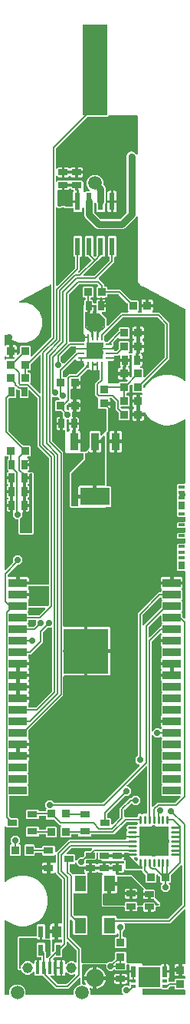
<source format=gbr>
G04 EAGLE Gerber RS-274X export*
G75*
%MOMM*%
%FSLAX34Y34*%
%LPD*%
%INTop Copper*%
%IPPOS*%
%AMOC8*
5,1,8,0,0,1.08239X$1,22.5*%
G01*
%ADD10R,0.800000X0.900000*%
%ADD11R,0.800000X0.300000*%
%ADD12R,0.700000X0.300000*%
%ADD13R,0.100000X0.300000*%
%ADD14R,0.979100X0.657400*%
%ADD15R,0.657400X0.979100*%
%ADD16R,1.092400X0.771800*%
%ADD17R,0.869700X0.929100*%
%ADD18R,2.000000X0.900000*%
%ADD19R,5.000000X5.000000*%
%ADD20R,0.589200X1.968500*%
%ADD21C,0.264000*%
%ADD22R,3.200000X3.200000*%
%ADD23R,2.700000X10.000000*%
%ADD24C,1.508000*%
%ADD25R,1.300000X1.800000*%
%ADD26R,0.933900X1.965100*%
%ADD27R,3.233900X1.965100*%
%ADD28R,0.400000X1.350000*%
%ADD29C,1.158000*%
%ADD30R,0.991500X1.298200*%
%ADD31R,0.589100X1.298200*%
%ADD32R,2.400000X2.210000*%
%ADD33R,0.500000X1.200000*%
%ADD34R,0.500000X0.400000*%
%ADD35C,1.980000*%
%ADD36R,0.929100X0.869700*%
%ADD37R,0.280000X0.800000*%
%ADD38R,0.800000X0.280000*%
%ADD39C,0.134400*%
%ADD40C,0.200000*%
%ADD41C,0.706400*%
%ADD42C,0.800000*%

G36*
X14250Y10170D02*
X14250Y10170D01*
X14314Y10169D01*
X14389Y10190D01*
X14465Y10201D01*
X14524Y10227D01*
X14586Y10244D01*
X14652Y10285D01*
X14722Y10317D01*
X14771Y10359D01*
X14826Y10392D01*
X14878Y10450D01*
X14936Y10500D01*
X14972Y10554D01*
X15015Y10602D01*
X15048Y10671D01*
X15091Y10736D01*
X15110Y10798D01*
X15138Y10855D01*
X15149Y10925D01*
X15173Y11006D01*
X15174Y11091D01*
X15185Y11160D01*
X15185Y14503D01*
X16565Y17835D01*
X19115Y20385D01*
X22447Y21765D01*
X26053Y21765D01*
X29385Y20385D01*
X31935Y17835D01*
X33315Y14503D01*
X33315Y11160D01*
X33324Y11096D01*
X33323Y11032D01*
X33344Y10957D01*
X33355Y10881D01*
X33381Y10822D01*
X33398Y10760D01*
X33439Y10694D01*
X33471Y10624D01*
X33513Y10575D01*
X33546Y10520D01*
X33604Y10468D01*
X33654Y10410D01*
X33708Y10374D01*
X33756Y10331D01*
X33825Y10298D01*
X33890Y10255D01*
X33952Y10236D01*
X34009Y10208D01*
X34079Y10197D01*
X34160Y10173D01*
X34245Y10172D01*
X34314Y10161D01*
X85686Y10161D01*
X85750Y10170D01*
X85814Y10169D01*
X85889Y10190D01*
X85965Y10201D01*
X86024Y10227D01*
X86086Y10244D01*
X86152Y10285D01*
X86222Y10317D01*
X86271Y10359D01*
X86326Y10392D01*
X86378Y10450D01*
X86436Y10500D01*
X86472Y10554D01*
X86515Y10602D01*
X86548Y10671D01*
X86591Y10736D01*
X86610Y10798D01*
X86638Y10855D01*
X86649Y10925D01*
X86673Y11006D01*
X86674Y11091D01*
X86685Y11160D01*
X86685Y14503D01*
X88065Y17835D01*
X90615Y20385D01*
X93858Y21728D01*
X93867Y21733D01*
X93876Y21735D01*
X93988Y21805D01*
X94101Y21872D01*
X94108Y21879D01*
X94116Y21884D01*
X94204Y21981D01*
X94294Y22077D01*
X94298Y22086D01*
X94305Y22093D01*
X94362Y22212D01*
X94422Y22329D01*
X94424Y22338D01*
X94428Y22347D01*
X94440Y22423D01*
X94474Y22606D01*
X94472Y22630D01*
X94475Y22651D01*
X94475Y28492D01*
X94471Y28524D01*
X94473Y28556D01*
X94451Y28663D01*
X94435Y28772D01*
X94422Y28801D01*
X94416Y28833D01*
X94364Y28929D01*
X94319Y29029D01*
X94298Y29053D01*
X94283Y29081D01*
X94207Y29160D01*
X94136Y29243D01*
X94109Y29260D01*
X94086Y29284D01*
X93991Y29337D01*
X93900Y29397D01*
X93869Y29407D01*
X93841Y29423D01*
X93734Y29448D01*
X93630Y29480D01*
X93598Y29480D01*
X93567Y29488D01*
X93457Y29482D01*
X93348Y29483D01*
X93317Y29475D01*
X93285Y29473D01*
X93182Y29437D01*
X93076Y29408D01*
X93049Y29391D01*
X93018Y29381D01*
X92945Y29327D01*
X92836Y29260D01*
X92804Y29224D01*
X92769Y29199D01*
X81046Y17475D01*
X66635Y17475D01*
X64863Y19247D01*
X52677Y31433D01*
X52601Y31490D01*
X52529Y31555D01*
X52488Y31575D01*
X52452Y31602D01*
X52362Y31636D01*
X52275Y31678D01*
X52233Y31684D01*
X52188Y31701D01*
X52060Y31711D01*
X51971Y31725D01*
X50854Y31725D01*
X50793Y31760D01*
X50731Y31806D01*
X50671Y31829D01*
X50615Y31861D01*
X50540Y31879D01*
X50467Y31906D01*
X50403Y31911D01*
X50340Y31926D01*
X50263Y31922D01*
X50186Y31928D01*
X50123Y31915D01*
X50059Y31911D01*
X49986Y31886D01*
X49910Y31870D01*
X49853Y31840D01*
X49792Y31819D01*
X49736Y31777D01*
X49661Y31738D01*
X49648Y31725D01*
X44368Y31725D01*
X43475Y32618D01*
X43475Y34968D01*
X43471Y35000D01*
X43473Y35032D01*
X43451Y35139D01*
X43435Y35247D01*
X43422Y35277D01*
X43416Y35308D01*
X43364Y35405D01*
X43319Y35504D01*
X43298Y35529D01*
X43283Y35557D01*
X43207Y35636D01*
X43136Y35719D01*
X43109Y35736D01*
X43086Y35759D01*
X42991Y35813D01*
X42900Y35873D01*
X42869Y35883D01*
X42841Y35898D01*
X42735Y35924D01*
X42630Y35956D01*
X42598Y35956D01*
X42567Y35963D01*
X42457Y35958D01*
X42348Y35959D01*
X42317Y35951D01*
X42285Y35949D01*
X42182Y35913D01*
X42076Y35884D01*
X42049Y35867D01*
X42018Y35857D01*
X41945Y35803D01*
X41836Y35736D01*
X41804Y35700D01*
X41769Y35675D01*
X39893Y33799D01*
X37205Y32685D01*
X34295Y32685D01*
X31606Y33799D01*
X29549Y35856D01*
X29134Y36858D01*
X29129Y36867D01*
X29127Y36876D01*
X29057Y36988D01*
X28990Y37101D01*
X28983Y37108D01*
X28978Y37116D01*
X28880Y37204D01*
X28785Y37294D01*
X28776Y37298D01*
X28769Y37305D01*
X28650Y37362D01*
X28533Y37422D01*
X28524Y37424D01*
X28515Y37428D01*
X28439Y37440D01*
X28256Y37474D01*
X28232Y37472D01*
X28211Y37475D01*
X25954Y37475D01*
X24475Y38954D01*
X24475Y73546D01*
X25954Y75025D01*
X27460Y75025D01*
X27555Y75038D01*
X27651Y75043D01*
X27690Y75057D01*
X32302Y75057D01*
X32323Y75049D01*
X32451Y75039D01*
X32540Y75025D01*
X37460Y75025D01*
X37555Y75038D01*
X37651Y75043D01*
X37690Y75057D01*
X42302Y75057D01*
X42323Y75049D01*
X42451Y75039D01*
X42540Y75025D01*
X44931Y75025D01*
X44994Y75034D01*
X45058Y75033D01*
X45133Y75054D01*
X45210Y75065D01*
X45268Y75091D01*
X45330Y75108D01*
X45396Y75149D01*
X45467Y75181D01*
X45515Y75223D01*
X45570Y75256D01*
X45622Y75314D01*
X45681Y75364D01*
X45716Y75418D01*
X45759Y75466D01*
X45793Y75535D01*
X45835Y75600D01*
X45854Y75662D01*
X45882Y75719D01*
X45893Y75789D01*
X45918Y75870D01*
X45919Y75955D01*
X45930Y76024D01*
X45930Y87389D01*
X46827Y88286D01*
X46892Y88295D01*
X46989Y88300D01*
X47032Y88315D01*
X47077Y88322D01*
X47164Y88361D01*
X47255Y88393D01*
X47289Y88418D01*
X47333Y88438D01*
X47431Y88521D01*
X47436Y88525D01*
X53562Y88525D01*
X53573Y88517D01*
X53644Y88452D01*
X53685Y88432D01*
X53722Y88405D01*
X53812Y88371D01*
X53898Y88329D01*
X53935Y88323D01*
X54908Y87351D01*
X54910Y87335D01*
X54950Y87247D01*
X54981Y87157D01*
X55006Y87122D01*
X55025Y87081D01*
X55025Y73524D01*
X55034Y73460D01*
X55033Y73396D01*
X55054Y73321D01*
X55065Y73245D01*
X55091Y73186D01*
X55108Y73124D01*
X55149Y73058D01*
X55181Y72988D01*
X55223Y72939D01*
X55256Y72884D01*
X55314Y72832D01*
X55364Y72774D01*
X55418Y72738D01*
X55466Y72695D01*
X55535Y72662D01*
X55600Y72619D01*
X55662Y72600D01*
X55719Y72572D01*
X55789Y72561D01*
X55870Y72537D01*
X55955Y72536D01*
X56024Y72525D01*
X59599Y72525D01*
X59662Y72534D01*
X59726Y72533D01*
X59801Y72554D01*
X59878Y72565D01*
X59936Y72591D01*
X59998Y72608D01*
X60064Y72649D01*
X60135Y72681D01*
X60183Y72723D01*
X60238Y72756D01*
X60290Y72814D01*
X60349Y72864D01*
X60384Y72918D01*
X60427Y72966D01*
X60461Y73035D01*
X60503Y73100D01*
X60522Y73162D01*
X60550Y73219D01*
X60561Y73289D01*
X60586Y73370D01*
X60587Y73455D01*
X60598Y73524D01*
X60598Y78267D01*
X65589Y78267D01*
X65589Y71742D01*
X63524Y71742D01*
X63460Y71733D01*
X63396Y71734D01*
X63321Y71713D01*
X63245Y71702D01*
X63186Y71676D01*
X63124Y71659D01*
X63058Y71618D01*
X62988Y71586D01*
X62939Y71544D01*
X62884Y71511D01*
X62832Y71453D01*
X62774Y71403D01*
X62738Y71349D01*
X62695Y71301D01*
X62662Y71232D01*
X62619Y71167D01*
X62600Y71105D01*
X62572Y71048D01*
X62561Y70978D01*
X62537Y70897D01*
X62536Y70812D01*
X62525Y70743D01*
X62525Y58642D01*
X62529Y58610D01*
X62527Y58578D01*
X62549Y58471D01*
X62565Y58362D01*
X62578Y58333D01*
X62584Y58301D01*
X62636Y58205D01*
X62681Y58105D01*
X62702Y58081D01*
X62717Y58053D01*
X62793Y57974D01*
X62864Y57891D01*
X62891Y57874D01*
X62914Y57850D01*
X63009Y57797D01*
X63100Y57737D01*
X63131Y57727D01*
X63159Y57711D01*
X63266Y57686D01*
X63370Y57654D01*
X63402Y57654D01*
X63433Y57646D01*
X63543Y57652D01*
X63652Y57651D01*
X63683Y57659D01*
X63715Y57661D01*
X63818Y57697D01*
X63924Y57726D01*
X63951Y57743D01*
X63982Y57753D01*
X64055Y57807D01*
X64164Y57874D01*
X64196Y57910D01*
X64231Y57935D01*
X64837Y58542D01*
X64895Y58618D01*
X64959Y58690D01*
X64979Y58731D01*
X65006Y58767D01*
X65040Y58857D01*
X65082Y58944D01*
X65089Y58986D01*
X65106Y59031D01*
X65116Y59159D01*
X65130Y59248D01*
X65130Y66857D01*
X66023Y67750D01*
X72952Y67750D01*
X73016Y67759D01*
X73080Y67758D01*
X73155Y67779D01*
X73231Y67790D01*
X73290Y67816D01*
X73352Y67833D01*
X73418Y67874D01*
X73488Y67906D01*
X73537Y67948D01*
X73592Y67981D01*
X73644Y68039D01*
X73702Y68089D01*
X73738Y68143D01*
X73781Y68191D01*
X73814Y68260D01*
X73857Y68325D01*
X73876Y68387D01*
X73904Y68444D01*
X73915Y68514D01*
X73939Y68595D01*
X73940Y68680D01*
X73951Y68749D01*
X73951Y70745D01*
X73944Y70798D01*
X73946Y70852D01*
X73924Y70937D01*
X73911Y71024D01*
X73889Y71073D01*
X73876Y71125D01*
X73831Y71201D01*
X73795Y71281D01*
X73760Y71322D01*
X73733Y71368D01*
X73669Y71428D01*
X73612Y71495D01*
X73567Y71525D01*
X73528Y71562D01*
X73450Y71602D01*
X73376Y71650D01*
X73324Y71666D01*
X73277Y71690D01*
X73190Y71707D01*
X73106Y71732D01*
X73052Y71733D01*
X73000Y71743D01*
X72964Y71739D01*
X72945Y71742D01*
X69587Y71742D01*
X69587Y79266D01*
X69578Y79330D01*
X69579Y79394D01*
X69558Y79468D01*
X69547Y79545D01*
X69521Y79604D01*
X69504Y79666D01*
X69463Y79732D01*
X69431Y79802D01*
X69389Y79851D01*
X69356Y79906D01*
X69298Y79957D01*
X69248Y80016D01*
X69194Y80052D01*
X69146Y80095D01*
X69077Y80128D01*
X69012Y80171D01*
X68950Y80190D01*
X68893Y80218D01*
X68823Y80228D01*
X68742Y80253D01*
X68657Y80254D01*
X68588Y80265D01*
X67587Y80265D01*
X67587Y80267D01*
X68588Y80267D01*
X68652Y80276D01*
X68716Y80275D01*
X68791Y80296D01*
X68867Y80307D01*
X68926Y80333D01*
X68988Y80350D01*
X69054Y80391D01*
X69124Y80423D01*
X69173Y80465D01*
X69228Y80498D01*
X69280Y80556D01*
X69338Y80606D01*
X69374Y80660D01*
X69417Y80708D01*
X69450Y80777D01*
X69493Y80842D01*
X69512Y80904D01*
X69540Y80962D01*
X69550Y81031D01*
X69575Y81112D01*
X69576Y81197D01*
X69587Y81266D01*
X69587Y88790D01*
X72945Y88790D01*
X72951Y88791D01*
X72973Y88788D01*
X73026Y88797D01*
X73080Y88796D01*
X73165Y88819D01*
X73252Y88834D01*
X73300Y88857D01*
X73352Y88871D01*
X73427Y88917D01*
X73506Y88955D01*
X73546Y88991D01*
X73592Y89019D01*
X73651Y89085D01*
X73716Y89143D01*
X73745Y89189D01*
X73781Y89229D01*
X73819Y89308D01*
X73866Y89382D01*
X73880Y89434D01*
X73904Y89482D01*
X73916Y89560D01*
X73942Y89654D01*
X73942Y89726D01*
X73951Y89787D01*
X73951Y137081D01*
X73942Y137143D01*
X73943Y137193D01*
X73935Y137221D01*
X73933Y137272D01*
X73918Y137315D01*
X73911Y137360D01*
X73874Y137442D01*
X73868Y137465D01*
X73863Y137473D01*
X73840Y137538D01*
X73815Y137573D01*
X73795Y137617D01*
X73720Y137704D01*
X73720Y137705D01*
X73719Y137706D01*
X73712Y137714D01*
X73659Y137787D01*
X67057Y144389D01*
X67050Y144432D01*
X67033Y144471D01*
X67023Y144513D01*
X66975Y144599D01*
X66934Y144689D01*
X66906Y144721D01*
X66885Y144759D01*
X66815Y144828D01*
X66751Y144903D01*
X66715Y144927D01*
X66684Y144957D01*
X66598Y145003D01*
X66515Y145058D01*
X66474Y145070D01*
X66436Y145090D01*
X66340Y145111D01*
X66245Y145140D01*
X66202Y145141D01*
X66160Y145150D01*
X66062Y145142D01*
X65963Y145144D01*
X65922Y145132D01*
X65879Y145129D01*
X65799Y145098D01*
X65691Y145069D01*
X65640Y145037D01*
X65591Y145018D01*
X65121Y144747D01*
X64605Y144608D01*
X60804Y144608D01*
X60804Y149570D01*
X60795Y149634D01*
X60796Y149698D01*
X60775Y149773D01*
X60764Y149850D01*
X60738Y149908D01*
X60720Y149970D01*
X60680Y150036D01*
X60648Y150106D01*
X60606Y150155D01*
X60572Y150210D01*
X60515Y150262D01*
X60464Y150321D01*
X60411Y150356D01*
X60363Y150399D01*
X60293Y150433D01*
X60228Y150475D01*
X60167Y150494D01*
X60154Y150500D01*
X60204Y150514D01*
X60270Y150555D01*
X60341Y150586D01*
X60389Y150628D01*
X60444Y150662D01*
X60496Y150720D01*
X60555Y150770D01*
X60590Y150824D01*
X60633Y150871D01*
X60667Y150941D01*
X60709Y151006D01*
X60728Y151067D01*
X60756Y151125D01*
X60767Y151195D01*
X60792Y151276D01*
X60793Y151360D01*
X60804Y151430D01*
X60804Y156392D01*
X64605Y156392D01*
X65122Y156253D01*
X65591Y155982D01*
X65631Y155966D01*
X65667Y155942D01*
X65762Y155914D01*
X65853Y155877D01*
X65896Y155873D01*
X65937Y155860D01*
X66035Y155859D01*
X66134Y155849D01*
X66176Y155857D01*
X66219Y155856D01*
X66314Y155883D01*
X66411Y155901D01*
X66449Y155920D01*
X66491Y155932D01*
X66575Y155983D01*
X66663Y156028D01*
X66694Y156057D01*
X66731Y156080D01*
X66797Y156153D01*
X66869Y156220D01*
X66891Y156257D01*
X66920Y156289D01*
X66963Y156378D01*
X67013Y156463D01*
X67024Y156504D01*
X67043Y156543D01*
X67056Y156627D01*
X67084Y156736D01*
X67082Y156796D01*
X67090Y156847D01*
X67090Y163826D01*
X67086Y163858D01*
X67088Y163890D01*
X67066Y163997D01*
X67050Y164105D01*
X67037Y164134D01*
X67031Y164166D01*
X66979Y164262D01*
X66934Y164362D01*
X66913Y164386D01*
X66898Y164415D01*
X66822Y164493D01*
X66751Y164576D01*
X66724Y164594D01*
X66701Y164617D01*
X66607Y164671D01*
X66515Y164730D01*
X66484Y164740D01*
X66456Y164756D01*
X66350Y164781D01*
X66245Y164813D01*
X66213Y164813D01*
X66182Y164821D01*
X66072Y164815D01*
X65963Y164817D01*
X65932Y164808D01*
X65900Y164806D01*
X65797Y164771D01*
X65691Y164741D01*
X65664Y164724D01*
X65633Y164714D01*
X65560Y164661D01*
X65451Y164593D01*
X65419Y164557D01*
X65384Y164532D01*
X64969Y164116D01*
X52781Y164116D01*
X51888Y165009D01*
X51888Y165976D01*
X51879Y166040D01*
X51880Y166104D01*
X51859Y166179D01*
X51848Y166255D01*
X51822Y166314D01*
X51805Y166376D01*
X51764Y166442D01*
X51732Y166512D01*
X51690Y166561D01*
X51657Y166616D01*
X51599Y166668D01*
X51549Y166726D01*
X51495Y166762D01*
X51447Y166805D01*
X51378Y166838D01*
X51313Y166881D01*
X51251Y166900D01*
X51194Y166928D01*
X51124Y166939D01*
X51043Y166963D01*
X50958Y166964D01*
X50889Y166975D01*
X44669Y166975D01*
X44606Y166966D01*
X44542Y166967D01*
X44467Y166946D01*
X44390Y166935D01*
X44332Y166909D01*
X44270Y166892D01*
X44204Y166851D01*
X44133Y166819D01*
X44085Y166777D01*
X44030Y166744D01*
X43978Y166686D01*
X43919Y166636D01*
X43884Y166582D01*
X43841Y166534D01*
X43807Y166465D01*
X43765Y166400D01*
X43746Y166338D01*
X43718Y166281D01*
X43707Y166211D01*
X43682Y166130D01*
X43681Y166045D01*
X43670Y165976D01*
X43670Y164723D01*
X42777Y163830D01*
X32817Y163830D01*
X31924Y164723D01*
X31924Y175277D01*
X32817Y176170D01*
X42777Y176170D01*
X43670Y175277D01*
X43670Y173024D01*
X43679Y172962D01*
X43678Y172911D01*
X43679Y172910D01*
X43678Y172896D01*
X43699Y172821D01*
X43710Y172745D01*
X43736Y172686D01*
X43754Y172624D01*
X43794Y172558D01*
X43826Y172488D01*
X43868Y172439D01*
X43902Y172384D01*
X43959Y172332D01*
X44010Y172274D01*
X44063Y172238D01*
X44111Y172195D01*
X44181Y172162D01*
X44246Y172119D01*
X44307Y172100D01*
X44365Y172072D01*
X44434Y172061D01*
X44515Y172037D01*
X44600Y172036D01*
X44669Y172025D01*
X50889Y172025D01*
X50953Y172034D01*
X51017Y172033D01*
X51092Y172054D01*
X51168Y172065D01*
X51227Y172091D01*
X51289Y172108D01*
X51355Y172149D01*
X51425Y172181D01*
X51474Y172223D01*
X51529Y172256D01*
X51581Y172314D01*
X51639Y172364D01*
X51675Y172418D01*
X51718Y172466D01*
X51751Y172535D01*
X51794Y172600D01*
X51813Y172662D01*
X51841Y172719D01*
X51852Y172789D01*
X51876Y172870D01*
X51877Y172955D01*
X51888Y173024D01*
X51888Y173991D01*
X52781Y174884D01*
X64969Y174884D01*
X65862Y173991D01*
X65862Y168594D01*
X65866Y168562D01*
X65864Y168530D01*
X65886Y168423D01*
X65902Y168315D01*
X65915Y168285D01*
X65921Y168254D01*
X65973Y168157D01*
X66018Y168058D01*
X66039Y168033D01*
X66054Y168005D01*
X66130Y167927D01*
X66201Y167843D01*
X66228Y167826D01*
X66251Y167803D01*
X66346Y167749D01*
X66437Y167689D01*
X66468Y167680D01*
X66496Y167664D01*
X66602Y167638D01*
X66707Y167607D01*
X66739Y167606D01*
X66770Y167599D01*
X66880Y167604D01*
X66989Y167603D01*
X67020Y167611D01*
X67052Y167613D01*
X67155Y167649D01*
X67261Y167678D01*
X67288Y167695D01*
X67319Y167706D01*
X67392Y167759D01*
X67501Y167826D01*
X67533Y167862D01*
X67568Y167887D01*
X68862Y169182D01*
X81205Y181525D01*
X143476Y181525D01*
X143540Y181534D01*
X143604Y181533D01*
X143679Y181554D01*
X143755Y181565D01*
X143814Y181591D01*
X143876Y181608D01*
X143942Y181649D01*
X144012Y181681D01*
X144061Y181723D01*
X144116Y181756D01*
X144168Y181814D01*
X144226Y181864D01*
X144262Y181918D01*
X144305Y181966D01*
X144338Y182035D01*
X144381Y182100D01*
X144400Y182162D01*
X144428Y182219D01*
X144439Y182289D01*
X144463Y182370D01*
X144464Y182455D01*
X144475Y182524D01*
X144475Y191046D01*
X145377Y191948D01*
X145416Y191999D01*
X145462Y192044D01*
X145500Y192111D01*
X145546Y192173D01*
X145569Y192233D01*
X145601Y192289D01*
X145619Y192365D01*
X145646Y192437D01*
X145651Y192501D01*
X145666Y192564D01*
X145662Y192641D01*
X145668Y192718D01*
X145655Y192781D01*
X145651Y192845D01*
X145626Y192918D01*
X145610Y192994D01*
X145580Y193051D01*
X145559Y193112D01*
X145518Y193168D01*
X145478Y193243D01*
X145419Y193304D01*
X145377Y193361D01*
X144916Y193822D01*
X144916Y196178D01*
X146583Y197845D01*
X156156Y197845D01*
X156220Y197854D01*
X156284Y197853D01*
X156359Y197874D01*
X156435Y197885D01*
X156494Y197911D01*
X156556Y197928D01*
X156622Y197969D01*
X156692Y198001D01*
X156741Y198043D01*
X156796Y198076D01*
X156848Y198134D01*
X156906Y198184D01*
X156942Y198238D01*
X156985Y198286D01*
X157018Y198355D01*
X157061Y198420D01*
X157080Y198482D01*
X157108Y198539D01*
X157119Y198609D01*
X157143Y198690D01*
X157144Y198775D01*
X157155Y198844D01*
X157155Y200189D01*
X157146Y200253D01*
X157147Y200317D01*
X157126Y200392D01*
X157115Y200468D01*
X157089Y200527D01*
X157072Y200589D01*
X157031Y200655D01*
X156999Y200725D01*
X156957Y200774D01*
X156924Y200829D01*
X156866Y200881D01*
X156816Y200939D01*
X156762Y200975D01*
X156714Y201018D01*
X156645Y201051D01*
X156580Y201094D01*
X156518Y201113D01*
X156461Y201141D01*
X156391Y201152D01*
X156310Y201176D01*
X156225Y201177D01*
X156156Y201188D01*
X145173Y201188D01*
X145078Y201175D01*
X144982Y201170D01*
X144938Y201155D01*
X144893Y201148D01*
X144806Y201109D01*
X144715Y201077D01*
X144681Y201052D01*
X144637Y201032D01*
X144539Y200949D01*
X144466Y200896D01*
X131046Y187475D01*
X106861Y187475D01*
X106797Y187466D01*
X106733Y187467D01*
X106658Y187446D01*
X106582Y187435D01*
X106523Y187409D01*
X106461Y187392D01*
X106395Y187351D01*
X106325Y187319D01*
X106276Y187277D01*
X106221Y187244D01*
X106169Y187186D01*
X106111Y187136D01*
X106075Y187082D01*
X106032Y187034D01*
X105999Y186965D01*
X105956Y186900D01*
X105937Y186838D01*
X105909Y186781D01*
X105898Y186711D01*
X105874Y186630D01*
X105873Y186545D01*
X105862Y186476D01*
X105862Y186009D01*
X104969Y185116D01*
X92781Y185116D01*
X91888Y186009D01*
X91888Y186476D01*
X91879Y186540D01*
X91880Y186604D01*
X91859Y186679D01*
X91848Y186755D01*
X91822Y186814D01*
X91805Y186876D01*
X91764Y186942D01*
X91732Y187012D01*
X91690Y187061D01*
X91657Y187116D01*
X91599Y187168D01*
X91549Y187226D01*
X91495Y187262D01*
X91447Y187305D01*
X91378Y187338D01*
X91313Y187381D01*
X91251Y187400D01*
X91194Y187428D01*
X91124Y187439D01*
X91043Y187463D01*
X90958Y187464D01*
X90889Y187475D01*
X84669Y187475D01*
X84606Y187466D01*
X84542Y187467D01*
X84467Y187446D01*
X84390Y187435D01*
X84332Y187409D01*
X84270Y187392D01*
X84204Y187351D01*
X84133Y187319D01*
X84085Y187277D01*
X84030Y187244D01*
X83978Y187186D01*
X83919Y187136D01*
X83884Y187082D01*
X83841Y187034D01*
X83807Y186965D01*
X83765Y186900D01*
X83746Y186838D01*
X83718Y186781D01*
X83707Y186711D01*
X83682Y186630D01*
X83681Y186545D01*
X83670Y186476D01*
X83670Y184723D01*
X82777Y183830D01*
X72817Y183830D01*
X71924Y184723D01*
X71924Y195277D01*
X72416Y195769D01*
X72436Y195795D01*
X72460Y195816D01*
X72520Y195908D01*
X72585Y195995D01*
X72597Y196025D01*
X72614Y196052D01*
X72646Y196157D01*
X72685Y196259D01*
X72687Y196291D01*
X72697Y196322D01*
X72698Y196431D01*
X72707Y196540D01*
X72700Y196572D01*
X72701Y196604D01*
X72671Y196709D01*
X72649Y196816D01*
X72634Y196845D01*
X72625Y196876D01*
X72568Y196969D01*
X72517Y197065D01*
X72494Y197088D01*
X72477Y197116D01*
X72396Y197189D01*
X72320Y197267D01*
X72292Y197283D01*
X72268Y197305D01*
X72170Y197352D01*
X72075Y197406D01*
X72043Y197414D01*
X72014Y197428D01*
X71925Y197442D01*
X71800Y197471D01*
X71752Y197469D01*
X71710Y197475D01*
X71157Y197475D01*
X65095Y203537D01*
X65019Y203595D01*
X64947Y203659D01*
X64906Y203679D01*
X64870Y203706D01*
X64780Y203740D01*
X64693Y203782D01*
X64651Y203789D01*
X64606Y203806D01*
X64478Y203816D01*
X64389Y203830D01*
X57223Y203830D01*
X56330Y204723D01*
X56330Y206476D01*
X56321Y206540D01*
X56322Y206604D01*
X56301Y206679D01*
X56290Y206755D01*
X56264Y206814D01*
X56246Y206876D01*
X56206Y206942D01*
X56174Y207012D01*
X56132Y207061D01*
X56098Y207116D01*
X56041Y207168D01*
X55990Y207226D01*
X55937Y207262D01*
X55889Y207305D01*
X55819Y207338D01*
X55754Y207381D01*
X55693Y207400D01*
X55635Y207428D01*
X55566Y207439D01*
X55485Y207463D01*
X55400Y207464D01*
X55331Y207475D01*
X49111Y207475D01*
X49047Y207466D01*
X48983Y207467D01*
X48908Y207446D01*
X48832Y207435D01*
X48773Y207409D01*
X48711Y207392D01*
X48645Y207351D01*
X48575Y207319D01*
X48526Y207277D01*
X48471Y207244D01*
X48419Y207186D01*
X48361Y207136D01*
X48325Y207082D01*
X48282Y207034D01*
X48249Y206965D01*
X48206Y206900D01*
X48187Y206838D01*
X48159Y206781D01*
X48148Y206711D01*
X48124Y206630D01*
X48123Y206545D01*
X48112Y206476D01*
X48112Y205009D01*
X47219Y204116D01*
X35031Y204116D01*
X34138Y205009D01*
X34138Y213991D01*
X35031Y214884D01*
X47219Y214884D01*
X48112Y213991D01*
X48112Y213524D01*
X48121Y213460D01*
X48120Y213396D01*
X48141Y213321D01*
X48152Y213245D01*
X48178Y213186D01*
X48195Y213124D01*
X48236Y213058D01*
X48268Y212988D01*
X48310Y212939D01*
X48343Y212884D01*
X48401Y212832D01*
X48451Y212774D01*
X48505Y212738D01*
X48553Y212695D01*
X48622Y212662D01*
X48687Y212619D01*
X48749Y212600D01*
X48806Y212572D01*
X48876Y212561D01*
X48957Y212537D01*
X49042Y212536D01*
X49111Y212525D01*
X55331Y212525D01*
X55394Y212534D01*
X55458Y212533D01*
X55533Y212554D01*
X55610Y212565D01*
X55668Y212591D01*
X55730Y212608D01*
X55796Y212649D01*
X55867Y212681D01*
X55915Y212723D01*
X55970Y212756D01*
X56022Y212814D01*
X56081Y212864D01*
X56116Y212918D01*
X56159Y212966D01*
X56193Y213035D01*
X56235Y213100D01*
X56254Y213162D01*
X56282Y213219D01*
X56293Y213289D01*
X56318Y213370D01*
X56319Y213455D01*
X56330Y213524D01*
X56330Y215289D01*
X56367Y215355D01*
X56413Y215417D01*
X56436Y215477D01*
X56468Y215533D01*
X56486Y215608D01*
X56513Y215681D01*
X56518Y215745D01*
X56533Y215808D01*
X56529Y215885D01*
X56535Y215962D01*
X56522Y216025D01*
X56518Y216089D01*
X56493Y216162D01*
X56477Y216238D01*
X56447Y216295D01*
X56426Y216356D01*
X56384Y216412D01*
X56345Y216487D01*
X56286Y216548D01*
X56244Y216605D01*
X54943Y217905D01*
X54943Y222095D01*
X57905Y225057D01*
X62095Y225057D01*
X64334Y222817D01*
X64411Y222760D01*
X64482Y222695D01*
X64523Y222675D01*
X64559Y222648D01*
X64650Y222614D01*
X64736Y222572D01*
X64778Y222566D01*
X64823Y222549D01*
X64951Y222539D01*
X65040Y222525D01*
X118540Y222525D01*
X118635Y222538D01*
X118731Y222543D01*
X118775Y222558D01*
X118820Y222565D01*
X118907Y222604D01*
X118998Y222636D01*
X119032Y222661D01*
X119076Y222681D01*
X119174Y222764D01*
X119247Y222817D01*
X159167Y262737D01*
X159186Y262763D01*
X159211Y262784D01*
X159271Y262876D01*
X159336Y262963D01*
X159348Y262993D01*
X159365Y263020D01*
X159397Y263125D01*
X159436Y263227D01*
X159438Y263259D01*
X159448Y263290D01*
X159449Y263399D01*
X159458Y263508D01*
X159451Y263540D01*
X159451Y263572D01*
X159422Y263677D01*
X159400Y263784D01*
X159385Y263813D01*
X159376Y263844D01*
X159319Y263937D01*
X159267Y264033D01*
X159245Y264056D01*
X159228Y264084D01*
X159147Y264157D01*
X159071Y264235D01*
X159043Y264251D01*
X159019Y264273D01*
X158920Y264320D01*
X158825Y264374D01*
X158794Y264382D01*
X158765Y264396D01*
X158676Y264410D01*
X158551Y264439D01*
X158502Y264437D01*
X158460Y264443D01*
X157849Y264443D01*
X154887Y267405D01*
X154887Y271595D01*
X157127Y273834D01*
X157184Y273911D01*
X157249Y273982D01*
X157269Y274023D01*
X157296Y274059D01*
X157330Y274150D01*
X157372Y274236D01*
X157378Y274278D01*
X157395Y274323D01*
X157405Y274451D01*
X157419Y274540D01*
X157419Y430990D01*
X180554Y454125D01*
X182476Y454125D01*
X182540Y454134D01*
X182604Y454133D01*
X182679Y454154D01*
X182755Y454165D01*
X182814Y454191D01*
X182876Y454208D01*
X182942Y454249D01*
X183012Y454281D01*
X183061Y454323D01*
X183116Y454356D01*
X183168Y454414D01*
X183226Y454464D01*
X183262Y454518D01*
X183305Y454566D01*
X183338Y454635D01*
X183381Y454700D01*
X183400Y454762D01*
X183428Y454819D01*
X183439Y454889D01*
X183463Y454970D01*
X183464Y455055D01*
X183475Y455124D01*
X183475Y456732D01*
X183628Y456884D01*
X183666Y456936D01*
X183713Y456980D01*
X183751Y457048D01*
X183797Y457110D01*
X183820Y457170D01*
X183852Y457226D01*
X183869Y457301D01*
X183897Y457374D01*
X183902Y457438D01*
X183916Y457500D01*
X183913Y457578D01*
X183919Y457655D01*
X183905Y457718D01*
X183902Y457782D01*
X183877Y457855D01*
X183861Y457931D01*
X183831Y457988D01*
X183810Y458048D01*
X183768Y458105D01*
X183728Y458180D01*
X183669Y458241D01*
X183628Y458297D01*
X183373Y458552D01*
X183106Y459015D01*
X182967Y459532D01*
X182967Y462301D01*
X194000Y462301D01*
X194064Y462310D01*
X194128Y462309D01*
X194202Y462330D01*
X194279Y462341D01*
X194338Y462367D01*
X194400Y462384D01*
X194466Y462425D01*
X194536Y462457D01*
X194585Y462499D01*
X194640Y462532D01*
X194691Y462590D01*
X194750Y462640D01*
X194786Y462694D01*
X194829Y462742D01*
X194862Y462811D01*
X194905Y462876D01*
X194924Y462938D01*
X194952Y462995D01*
X194962Y463065D01*
X194987Y463146D01*
X194988Y463231D01*
X194999Y463300D01*
X194999Y464301D01*
X195001Y464301D01*
X195001Y463300D01*
X195010Y463236D01*
X195009Y463172D01*
X195030Y463097D01*
X195041Y463021D01*
X195067Y462962D01*
X195084Y462900D01*
X195125Y462834D01*
X195157Y462764D01*
X195199Y462715D01*
X195232Y462660D01*
X195290Y462608D01*
X195340Y462550D01*
X195394Y462514D01*
X195442Y462471D01*
X195511Y462438D01*
X195576Y462395D01*
X195638Y462376D01*
X195696Y462348D01*
X195765Y462338D01*
X195846Y462313D01*
X195931Y462312D01*
X196000Y462301D01*
X207033Y462301D01*
X207033Y459532D01*
X206894Y459015D01*
X206627Y458552D01*
X206372Y458297D01*
X206334Y458246D01*
X206287Y458201D01*
X206249Y458134D01*
X206203Y458072D01*
X206180Y458012D01*
X206148Y457956D01*
X206131Y457880D01*
X206103Y457808D01*
X206098Y457744D01*
X206084Y457681D01*
X206087Y457604D01*
X206081Y457527D01*
X206095Y457464D01*
X206098Y457400D01*
X206123Y457326D01*
X206139Y457251D01*
X206169Y457194D01*
X206190Y457133D01*
X206232Y457076D01*
X206272Y457002D01*
X206331Y456941D01*
X206372Y456884D01*
X206525Y456732D01*
X206525Y446468D01*
X206013Y445957D01*
X205974Y445905D01*
X205928Y445860D01*
X205890Y445793D01*
X205844Y445731D01*
X205821Y445671D01*
X205789Y445615D01*
X205771Y445540D01*
X205744Y445467D01*
X205739Y445403D01*
X205724Y445340D01*
X205728Y445263D01*
X205722Y445186D01*
X205735Y445123D01*
X205739Y445059D01*
X205764Y444986D01*
X205780Y444910D01*
X205810Y444853D01*
X205831Y444792D01*
X205873Y444736D01*
X205912Y444661D01*
X205971Y444600D01*
X206013Y444543D01*
X206525Y444032D01*
X206525Y433768D01*
X206013Y433257D01*
X205974Y433205D01*
X205928Y433160D01*
X205890Y433093D01*
X205844Y433031D01*
X205821Y432971D01*
X205789Y432915D01*
X205771Y432840D01*
X205744Y432767D01*
X205739Y432703D01*
X205724Y432640D01*
X205728Y432563D01*
X205722Y432486D01*
X205735Y432423D01*
X205739Y432359D01*
X205764Y432286D01*
X205780Y432210D01*
X205810Y432153D01*
X205831Y432092D01*
X205873Y432036D01*
X205912Y431961D01*
X205971Y431900D01*
X206013Y431843D01*
X206525Y431332D01*
X206525Y427460D01*
X206538Y427365D01*
X206543Y427269D01*
X206558Y427225D01*
X206565Y427180D01*
X206604Y427093D01*
X206636Y427002D01*
X206661Y426968D01*
X206681Y426924D01*
X206764Y426826D01*
X206817Y426753D01*
X208133Y425437D01*
X208159Y425418D01*
X208180Y425393D01*
X208272Y425333D01*
X208359Y425268D01*
X208389Y425256D01*
X208416Y425239D01*
X208521Y425207D01*
X208623Y425168D01*
X208655Y425166D01*
X208686Y425156D01*
X208795Y425155D01*
X208904Y425146D01*
X208936Y425153D01*
X208968Y425153D01*
X209073Y425182D01*
X209180Y425204D01*
X209209Y425219D01*
X209240Y425228D01*
X209333Y425285D01*
X209429Y425337D01*
X209452Y425359D01*
X209480Y425376D01*
X209553Y425457D01*
X209631Y425533D01*
X209647Y425561D01*
X209669Y425585D01*
X209716Y425684D01*
X209770Y425779D01*
X209778Y425810D01*
X209792Y425839D01*
X209806Y425928D01*
X209835Y426053D01*
X209833Y426102D01*
X209839Y426144D01*
X209839Y476476D01*
X209830Y476540D01*
X209831Y476604D01*
X209810Y476679D01*
X209799Y476755D01*
X209773Y476814D01*
X209756Y476876D01*
X209715Y476942D01*
X209683Y477012D01*
X209641Y477061D01*
X209608Y477116D01*
X209550Y477168D01*
X209500Y477226D01*
X209446Y477262D01*
X209398Y477305D01*
X209329Y477338D01*
X209264Y477381D01*
X209202Y477400D01*
X209145Y477428D01*
X209075Y477439D01*
X208994Y477463D01*
X208909Y477464D01*
X208840Y477475D01*
X201368Y477475D01*
X200475Y478368D01*
X200475Y488632D01*
X200637Y488793D01*
X200676Y488845D01*
X200722Y488890D01*
X200760Y488957D01*
X200806Y489019D01*
X200829Y489079D01*
X200861Y489135D01*
X200879Y489210D01*
X200906Y489283D01*
X200911Y489347D01*
X200926Y489409D01*
X200922Y489487D01*
X200928Y489564D01*
X200915Y489627D01*
X200911Y489691D01*
X200886Y489764D01*
X200870Y489840D01*
X200840Y489897D01*
X200819Y489958D01*
X200777Y490014D01*
X200738Y490089D01*
X200679Y490150D01*
X200637Y490207D01*
X200475Y490368D01*
X200475Y494632D01*
X200637Y494793D01*
X200676Y494845D01*
X200722Y494890D01*
X200760Y494957D01*
X200806Y495019D01*
X200829Y495079D01*
X200861Y495135D01*
X200879Y495210D01*
X200906Y495283D01*
X200911Y495347D01*
X200926Y495409D01*
X200922Y495487D01*
X200928Y495564D01*
X200915Y495627D01*
X200911Y495691D01*
X200886Y495764D01*
X200870Y495840D01*
X200840Y495897D01*
X200819Y495958D01*
X200777Y496014D01*
X200738Y496089D01*
X200679Y496150D01*
X200637Y496207D01*
X200475Y496368D01*
X200475Y500632D01*
X200637Y500793D01*
X200676Y500845D01*
X200722Y500890D01*
X200760Y500957D01*
X200806Y501019D01*
X200829Y501079D01*
X200861Y501135D01*
X200879Y501210D01*
X200906Y501283D01*
X200911Y501347D01*
X200926Y501409D01*
X200922Y501487D01*
X200928Y501564D01*
X200915Y501627D01*
X200911Y501691D01*
X200886Y501764D01*
X200870Y501840D01*
X200840Y501897D01*
X200819Y501958D01*
X200777Y502014D01*
X200738Y502089D01*
X200679Y502150D01*
X200637Y502207D01*
X200475Y502368D01*
X200475Y506632D01*
X201368Y507525D01*
X208840Y507525D01*
X208904Y507534D01*
X208968Y507533D01*
X209043Y507554D01*
X209119Y507565D01*
X209178Y507591D01*
X209240Y507608D01*
X209306Y507649D01*
X209376Y507681D01*
X209425Y507723D01*
X209480Y507756D01*
X209532Y507814D01*
X209590Y507864D01*
X209626Y507918D01*
X209669Y507966D01*
X209702Y508035D01*
X209745Y508100D01*
X209764Y508162D01*
X209792Y508219D01*
X209803Y508289D01*
X209827Y508370D01*
X209828Y508455D01*
X209839Y508524D01*
X209839Y512476D01*
X209830Y512540D01*
X209831Y512604D01*
X209810Y512679D01*
X209799Y512755D01*
X209773Y512814D01*
X209756Y512876D01*
X209715Y512942D01*
X209683Y513012D01*
X209641Y513061D01*
X209608Y513116D01*
X209550Y513168D01*
X209500Y513226D01*
X209446Y513262D01*
X209398Y513305D01*
X209329Y513338D01*
X209264Y513381D01*
X209202Y513400D01*
X209145Y513428D01*
X209075Y513439D01*
X208994Y513463D01*
X208909Y513464D01*
X208840Y513475D01*
X201368Y513475D01*
X200475Y514368D01*
X200475Y518632D01*
X201368Y519525D01*
X208840Y519525D01*
X208904Y519534D01*
X208968Y519533D01*
X209043Y519554D01*
X209119Y519565D01*
X209178Y519591D01*
X209240Y519608D01*
X209306Y519649D01*
X209376Y519681D01*
X209425Y519723D01*
X209480Y519756D01*
X209532Y519814D01*
X209590Y519864D01*
X209626Y519918D01*
X209669Y519966D01*
X209702Y520035D01*
X209745Y520100D01*
X209764Y520162D01*
X209792Y520219D01*
X209803Y520289D01*
X209827Y520370D01*
X209828Y520455D01*
X209839Y520524D01*
X209839Y524476D01*
X209830Y524540D01*
X209831Y524604D01*
X209810Y524679D01*
X209799Y524755D01*
X209773Y524814D01*
X209756Y524876D01*
X209715Y524942D01*
X209683Y525012D01*
X209641Y525061D01*
X209608Y525116D01*
X209550Y525168D01*
X209500Y525226D01*
X209446Y525262D01*
X209398Y525305D01*
X209329Y525338D01*
X209264Y525381D01*
X209202Y525400D01*
X209145Y525428D01*
X209075Y525439D01*
X208994Y525463D01*
X208909Y525464D01*
X208840Y525475D01*
X201368Y525475D01*
X200475Y526368D01*
X200475Y530632D01*
X201368Y531525D01*
X208840Y531525D01*
X208904Y531534D01*
X208968Y531533D01*
X209043Y531554D01*
X209119Y531565D01*
X209178Y531591D01*
X209240Y531608D01*
X209306Y531649D01*
X209376Y531681D01*
X209425Y531723D01*
X209480Y531756D01*
X209532Y531814D01*
X209590Y531864D01*
X209626Y531918D01*
X209669Y531966D01*
X209702Y532035D01*
X209745Y532100D01*
X209764Y532162D01*
X209792Y532219D01*
X209803Y532289D01*
X209827Y532370D01*
X209828Y532455D01*
X209839Y532524D01*
X209839Y536476D01*
X209830Y536540D01*
X209831Y536604D01*
X209810Y536679D01*
X209799Y536755D01*
X209773Y536814D01*
X209756Y536876D01*
X209715Y536942D01*
X209683Y537012D01*
X209641Y537061D01*
X209608Y537116D01*
X209550Y537168D01*
X209500Y537226D01*
X209446Y537262D01*
X209398Y537305D01*
X209329Y537338D01*
X209264Y537381D01*
X209202Y537400D01*
X209145Y537428D01*
X209075Y537439D01*
X208994Y537463D01*
X208909Y537464D01*
X208840Y537475D01*
X201368Y537475D01*
X200475Y538368D01*
X200475Y542632D01*
X200637Y542793D01*
X200676Y542845D01*
X200722Y542890D01*
X200760Y542957D01*
X200806Y543019D01*
X200829Y543079D01*
X200861Y543135D01*
X200879Y543210D01*
X200906Y543283D01*
X200911Y543347D01*
X200926Y543409D01*
X200922Y543487D01*
X200928Y543564D01*
X200915Y543627D01*
X200911Y543691D01*
X200886Y543764D01*
X200870Y543840D01*
X200840Y543897D01*
X200819Y543958D01*
X200777Y544014D01*
X200738Y544089D01*
X200679Y544150D01*
X200637Y544207D01*
X200475Y544368D01*
X200475Y554632D01*
X200637Y554793D01*
X200676Y554845D01*
X200722Y554890D01*
X200760Y554957D01*
X200806Y555019D01*
X200829Y555079D01*
X200861Y555135D01*
X200879Y555210D01*
X200906Y555283D01*
X200911Y555347D01*
X200926Y555409D01*
X200922Y555487D01*
X200928Y555564D01*
X200915Y555627D01*
X200911Y555691D01*
X200886Y555764D01*
X200870Y555840D01*
X200840Y555897D01*
X200819Y555958D01*
X200777Y556014D01*
X200738Y556089D01*
X200679Y556150D01*
X200637Y556207D01*
X200475Y556368D01*
X200475Y566632D01*
X200637Y566793D01*
X200676Y566845D01*
X200722Y566890D01*
X200760Y566957D01*
X200806Y567019D01*
X200829Y567079D01*
X200861Y567135D01*
X200879Y567210D01*
X200906Y567283D01*
X200911Y567347D01*
X200926Y567409D01*
X200922Y567487D01*
X200928Y567564D01*
X200915Y567627D01*
X200911Y567691D01*
X200886Y567764D01*
X200870Y567840D01*
X200840Y567897D01*
X200819Y567958D01*
X200777Y568014D01*
X200738Y568089D01*
X200679Y568150D01*
X200637Y568207D01*
X200475Y568368D01*
X200475Y572632D01*
X201368Y573525D01*
X208840Y573525D01*
X208904Y573534D01*
X208968Y573533D01*
X209043Y573554D01*
X209119Y573565D01*
X209178Y573591D01*
X209240Y573608D01*
X209306Y573649D01*
X209376Y573681D01*
X209425Y573723D01*
X209480Y573756D01*
X209532Y573814D01*
X209590Y573864D01*
X209626Y573918D01*
X209669Y573966D01*
X209702Y574035D01*
X209745Y574100D01*
X209764Y574162D01*
X209792Y574219D01*
X209803Y574289D01*
X209827Y574370D01*
X209828Y574455D01*
X209839Y574524D01*
X209839Y643955D01*
X209835Y643987D01*
X209837Y644019D01*
X209815Y644126D01*
X209799Y644234D01*
X209786Y644264D01*
X209780Y644295D01*
X209728Y644392D01*
X209683Y644491D01*
X209662Y644516D01*
X209647Y644544D01*
X209571Y644623D01*
X209500Y644706D01*
X209473Y644723D01*
X209450Y644746D01*
X209355Y644800D01*
X209264Y644860D01*
X209233Y644870D01*
X209205Y644885D01*
X209099Y644911D01*
X208994Y644942D01*
X208962Y644943D01*
X208931Y644950D01*
X208821Y644945D01*
X208712Y644946D01*
X208681Y644938D01*
X208649Y644936D01*
X208546Y644900D01*
X208440Y644871D01*
X208413Y644854D01*
X208382Y644843D01*
X208309Y644790D01*
X208200Y644723D01*
X208168Y644687D01*
X208133Y644662D01*
X207138Y643666D01*
X200773Y639991D01*
X193675Y638089D01*
X186325Y638089D01*
X179227Y639991D01*
X172862Y643666D01*
X167666Y648862D01*
X166043Y651674D01*
X166030Y651691D01*
X166021Y651710D01*
X165943Y651801D01*
X165869Y651895D01*
X165851Y651908D01*
X165837Y651924D01*
X165737Y651990D01*
X165640Y652060D01*
X165619Y652067D01*
X165601Y652079D01*
X165486Y652114D01*
X165374Y652154D01*
X165352Y652155D01*
X165332Y652161D01*
X165212Y652163D01*
X165092Y652170D01*
X165071Y652165D01*
X165050Y652165D01*
X164934Y652133D01*
X164817Y652106D01*
X164799Y652096D01*
X164778Y652090D01*
X164676Y652027D01*
X164626Y651999D01*
X159796Y651999D01*
X159796Y664000D01*
X159787Y664064D01*
X159788Y664128D01*
X159767Y664202D01*
X159756Y664279D01*
X159730Y664338D01*
X159713Y664400D01*
X159672Y664466D01*
X159640Y664536D01*
X159598Y664585D01*
X159565Y664640D01*
X159507Y664691D01*
X159457Y664750D01*
X159403Y664786D01*
X159355Y664829D01*
X159286Y664862D01*
X159221Y664905D01*
X159159Y664924D01*
X159102Y664952D01*
X159032Y664962D01*
X158951Y664987D01*
X158866Y664988D01*
X158797Y664999D01*
X157796Y664999D01*
X157796Y665001D01*
X158797Y665001D01*
X158861Y665010D01*
X158925Y665009D01*
X159000Y665030D01*
X159076Y665041D01*
X159135Y665067D01*
X159197Y665084D01*
X159263Y665125D01*
X159333Y665157D01*
X159382Y665199D01*
X159437Y665232D01*
X159489Y665290D01*
X159547Y665340D01*
X159583Y665394D01*
X159626Y665442D01*
X159659Y665511D01*
X159702Y665576D01*
X159721Y665638D01*
X159749Y665696D01*
X159759Y665765D01*
X159784Y665846D01*
X159785Y665931D01*
X159796Y666000D01*
X159796Y671678D01*
X161859Y671678D01*
X161934Y671689D01*
X162008Y671689D01*
X162073Y671709D01*
X162139Y671718D01*
X162207Y671749D01*
X162279Y671770D01*
X162335Y671807D01*
X162396Y671834D01*
X162452Y671883D01*
X162515Y671924D01*
X162559Y671974D01*
X162610Y672018D01*
X162651Y672080D01*
X162700Y672137D01*
X162725Y672193D01*
X162764Y672254D01*
X162793Y672347D01*
X162825Y672419D01*
X162866Y672572D01*
X162872Y672625D01*
X162888Y672676D01*
X162889Y672764D01*
X162899Y672852D01*
X162891Y672905D01*
X162891Y672958D01*
X162868Y673043D01*
X162854Y673130D01*
X162831Y673179D01*
X162816Y673230D01*
X162770Y673305D01*
X162732Y673385D01*
X162696Y673425D01*
X162668Y673470D01*
X162603Y673529D01*
X162544Y673595D01*
X162499Y673623D01*
X162459Y673659D01*
X162380Y673698D01*
X162305Y673744D01*
X162253Y673759D01*
X162205Y673782D01*
X162128Y673794D01*
X162033Y673821D01*
X161961Y673820D01*
X161900Y673830D01*
X152817Y673830D01*
X151924Y674723D01*
X151924Y681476D01*
X151915Y681540D01*
X151916Y681604D01*
X151895Y681679D01*
X151884Y681755D01*
X151858Y681814D01*
X151840Y681876D01*
X151800Y681942D01*
X151768Y682012D01*
X151726Y682061D01*
X151692Y682116D01*
X151635Y682168D01*
X151584Y682226D01*
X151531Y682262D01*
X151483Y682305D01*
X151413Y682338D01*
X151348Y682381D01*
X151287Y682400D01*
X151229Y682428D01*
X151160Y682439D01*
X151079Y682463D01*
X150994Y682464D01*
X150925Y682475D01*
X149257Y682475D01*
X149162Y682462D01*
X149066Y682457D01*
X149022Y682442D01*
X148977Y682435D01*
X148890Y682396D01*
X148799Y682364D01*
X148765Y682339D01*
X148721Y682319D01*
X148623Y682236D01*
X148550Y682183D01*
X148369Y682001D01*
X148311Y681925D01*
X148247Y681853D01*
X148227Y681812D01*
X148200Y681776D01*
X148166Y681686D01*
X148124Y681599D01*
X148117Y681557D01*
X148100Y681512D01*
X148090Y681384D01*
X148076Y681295D01*
X148076Y674723D01*
X147183Y673830D01*
X145727Y673830D01*
X145663Y673821D01*
X145599Y673822D01*
X145524Y673801D01*
X145448Y673790D01*
X145389Y673764D01*
X145327Y673746D01*
X145261Y673706D01*
X145191Y673674D01*
X145142Y673632D01*
X145087Y673598D01*
X145035Y673541D01*
X144977Y673490D01*
X144941Y673437D01*
X144898Y673389D01*
X144865Y673319D01*
X144822Y673254D01*
X144803Y673193D01*
X144775Y673135D01*
X144764Y673066D01*
X144740Y672985D01*
X144739Y672900D01*
X144728Y672831D01*
X144728Y672169D01*
X144737Y672106D01*
X144736Y672042D01*
X144757Y671967D01*
X144768Y671890D01*
X144794Y671832D01*
X144811Y671770D01*
X144852Y671704D01*
X144884Y671633D01*
X144926Y671585D01*
X144959Y671530D01*
X145017Y671478D01*
X145067Y671419D01*
X145121Y671384D01*
X145169Y671341D01*
X145238Y671307D01*
X145303Y671265D01*
X145365Y671246D01*
X145422Y671218D01*
X145492Y671207D01*
X145573Y671182D01*
X145658Y671181D01*
X145727Y671170D01*
X147183Y671170D01*
X148076Y670277D01*
X148076Y659723D01*
X147183Y658830D01*
X139356Y658830D01*
X139324Y658825D01*
X139292Y658828D01*
X139185Y658805D01*
X139077Y658790D01*
X139048Y658777D01*
X139016Y658770D01*
X138919Y658719D01*
X138820Y658674D01*
X138796Y658653D01*
X138767Y658638D01*
X138689Y658561D01*
X138606Y658490D01*
X138588Y658463D01*
X138565Y658441D01*
X138511Y658346D01*
X138451Y658254D01*
X138442Y658223D01*
X138426Y658195D01*
X138401Y658089D01*
X138369Y657985D01*
X138368Y657952D01*
X138361Y657921D01*
X138367Y657812D01*
X138365Y657703D01*
X138374Y657672D01*
X138375Y657639D01*
X138411Y657536D01*
X138440Y657431D01*
X138457Y657403D01*
X138468Y657373D01*
X138521Y657300D01*
X138588Y657191D01*
X138624Y657158D01*
X138650Y657124D01*
X139311Y656463D01*
X139388Y656405D01*
X139459Y656341D01*
X139500Y656321D01*
X139536Y656294D01*
X139626Y656260D01*
X139713Y656218D01*
X139755Y656211D01*
X139800Y656194D01*
X139928Y656184D01*
X140017Y656170D01*
X147183Y656170D01*
X148076Y655277D01*
X148076Y644723D01*
X147183Y643830D01*
X137223Y643830D01*
X136330Y644723D01*
X136330Y651889D01*
X136316Y651984D01*
X136311Y652080D01*
X136296Y652123D01*
X136290Y652168D01*
X136250Y652255D01*
X136219Y652346D01*
X136194Y652381D01*
X136174Y652425D01*
X136090Y652522D01*
X136037Y652595D01*
X132806Y655827D01*
X132806Y663540D01*
X132792Y663635D01*
X132787Y663731D01*
X132772Y663775D01*
X132766Y663820D01*
X132726Y663907D01*
X132695Y663998D01*
X132670Y664032D01*
X132650Y664076D01*
X132566Y664174D01*
X132513Y664247D01*
X128577Y668183D01*
X128501Y668240D01*
X128429Y668305D01*
X128388Y668325D01*
X128352Y668352D01*
X128262Y668386D01*
X128175Y668428D01*
X128133Y668434D01*
X128088Y668451D01*
X127960Y668461D01*
X127871Y668475D01*
X127537Y668475D01*
X127484Y668468D01*
X127430Y668470D01*
X127345Y668448D01*
X127257Y668435D01*
X127209Y668413D01*
X127157Y668400D01*
X127081Y668356D01*
X127001Y668319D01*
X126960Y668284D01*
X126914Y668257D01*
X126853Y668193D01*
X126786Y668136D01*
X126757Y668091D01*
X126720Y668052D01*
X126680Y667974D01*
X126632Y667900D01*
X126616Y667849D01*
X126592Y667801D01*
X126575Y667714D01*
X126549Y667630D01*
X126549Y667576D01*
X126539Y667524D01*
X126547Y667446D01*
X126546Y667348D01*
X126565Y667278D01*
X126572Y667217D01*
X126678Y666819D01*
X126678Y664202D01*
X125124Y664202D01*
X125060Y664193D01*
X124996Y664194D01*
X124921Y664173D01*
X124845Y664162D01*
X124786Y664136D01*
X124724Y664119D01*
X124658Y664078D01*
X124588Y664046D01*
X124539Y664004D01*
X124484Y663971D01*
X124432Y663913D01*
X124374Y663863D01*
X124338Y663809D01*
X124295Y663761D01*
X124262Y663692D01*
X124219Y663627D01*
X124200Y663565D01*
X124172Y663508D01*
X124161Y663438D01*
X124137Y663357D01*
X124136Y663272D01*
X124125Y663203D01*
X124125Y661203D01*
X124134Y661139D01*
X124133Y661075D01*
X124154Y661000D01*
X124165Y660924D01*
X124191Y660865D01*
X124208Y660803D01*
X124249Y660737D01*
X124281Y660667D01*
X124323Y660618D01*
X124356Y660563D01*
X124414Y660511D01*
X124464Y660453D01*
X124518Y660417D01*
X124566Y660374D01*
X124635Y660341D01*
X124700Y660298D01*
X124762Y660279D01*
X124819Y660251D01*
X124889Y660241D01*
X124970Y660216D01*
X125055Y660215D01*
X125124Y660204D01*
X126678Y660204D01*
X126678Y657587D01*
X126540Y657070D01*
X126272Y656606D01*
X125894Y656228D01*
X125430Y655960D01*
X124865Y655809D01*
X124797Y655780D01*
X124724Y655760D01*
X124667Y655724D01*
X124606Y655698D01*
X124548Y655651D01*
X124484Y655611D01*
X124440Y655562D01*
X124388Y655519D01*
X124345Y655458D01*
X124295Y655402D01*
X124266Y655342D01*
X124228Y655287D01*
X124205Y655216D01*
X124172Y655148D01*
X124163Y655088D01*
X124140Y655019D01*
X124137Y654921D01*
X124125Y654844D01*
X124125Y631154D01*
X122817Y629847D01*
X122760Y629770D01*
X122695Y629699D01*
X122675Y629658D01*
X122648Y629621D01*
X122614Y629531D01*
X122572Y629445D01*
X122566Y629403D01*
X122549Y629357D01*
X122539Y629230D01*
X122525Y629140D01*
X122525Y572123D01*
X122534Y572060D01*
X122533Y571996D01*
X122554Y571921D01*
X122565Y571844D01*
X122591Y571786D01*
X122608Y571724D01*
X122649Y571658D01*
X122681Y571587D01*
X122723Y571539D01*
X122756Y571484D01*
X122814Y571432D01*
X122864Y571373D01*
X122918Y571338D01*
X122966Y571295D01*
X123035Y571261D01*
X123100Y571219D01*
X123162Y571200D01*
X123219Y571172D01*
X123289Y571161D01*
X123370Y571136D01*
X123455Y571135D01*
X123524Y571124D01*
X126801Y571124D01*
X127694Y570231D01*
X127694Y549317D01*
X126801Y548424D01*
X122408Y548424D01*
X122313Y548410D01*
X122217Y548405D01*
X122174Y548390D01*
X122129Y548384D01*
X122041Y548344D01*
X121951Y548313D01*
X121916Y548288D01*
X121872Y548268D01*
X121775Y548185D01*
X121702Y548131D01*
X121046Y547475D01*
X83954Y547475D01*
X82475Y548954D01*
X82475Y586046D01*
X97183Y600753D01*
X97240Y600830D01*
X97305Y600901D01*
X97325Y600942D01*
X97352Y600979D01*
X97386Y601069D01*
X97428Y601155D01*
X97434Y601197D01*
X97451Y601243D01*
X97461Y601370D01*
X97475Y601460D01*
X97475Y606476D01*
X97466Y606540D01*
X97467Y606604D01*
X97446Y606679D01*
X97435Y606755D01*
X97409Y606814D01*
X97392Y606876D01*
X97351Y606942D01*
X97319Y607012D01*
X97277Y607061D01*
X97244Y607116D01*
X97186Y607168D01*
X97136Y607226D01*
X97082Y607262D01*
X97034Y607305D01*
X96965Y607338D01*
X96900Y607381D01*
X96838Y607400D01*
X96781Y607428D01*
X96711Y607439D01*
X96630Y607463D01*
X96545Y607464D01*
X96476Y607475D01*
X78954Y607475D01*
X77475Y608954D01*
X77475Y632073D01*
X77466Y632136D01*
X77467Y632200D01*
X77446Y632275D01*
X77435Y632352D01*
X77409Y632410D01*
X77392Y632472D01*
X77351Y632538D01*
X77319Y632609D01*
X77277Y632657D01*
X77244Y632712D01*
X77186Y632764D01*
X77136Y632823D01*
X77082Y632858D01*
X77034Y632901D01*
X76965Y632935D01*
X76900Y632977D01*
X76838Y632996D01*
X76781Y633024D01*
X76711Y633035D01*
X76630Y633060D01*
X76545Y633061D01*
X76476Y633072D01*
X74680Y633072D01*
X74680Y639356D01*
X74671Y639420D01*
X74672Y639484D01*
X74651Y639559D01*
X74640Y639636D01*
X74614Y639694D01*
X74596Y639756D01*
X74556Y639822D01*
X74524Y639892D01*
X74482Y639941D01*
X74448Y639996D01*
X74442Y640001D01*
X74466Y640038D01*
X74509Y640085D01*
X74543Y640155D01*
X74585Y640220D01*
X74604Y640281D01*
X74632Y640339D01*
X74643Y640409D01*
X74668Y640490D01*
X74669Y640574D01*
X74680Y640644D01*
X74680Y647255D01*
X74694Y647268D01*
X74730Y647321D01*
X74773Y647369D01*
X74806Y647439D01*
X74849Y647504D01*
X74868Y647565D01*
X74896Y647623D01*
X74907Y647692D01*
X74931Y647773D01*
X74932Y647858D01*
X74943Y647927D01*
X74943Y651072D01*
X74930Y651167D01*
X74925Y651263D01*
X74910Y651307D01*
X74903Y651352D01*
X74864Y651439D01*
X74832Y651530D01*
X74807Y651564D01*
X74787Y651608D01*
X74704Y651706D01*
X74651Y651779D01*
X72892Y653537D01*
X72816Y653595D01*
X72744Y653659D01*
X72703Y653679D01*
X72667Y653706D01*
X72577Y653740D01*
X72490Y653782D01*
X72448Y653789D01*
X72403Y653806D01*
X72275Y653816D01*
X72186Y653830D01*
X67223Y653830D01*
X66330Y654723D01*
X66330Y665277D01*
X67223Y666170D01*
X70135Y666170D01*
X70167Y666175D01*
X70199Y666172D01*
X70306Y666195D01*
X70414Y666210D01*
X70443Y666223D01*
X70475Y666230D01*
X70571Y666281D01*
X70671Y666326D01*
X70695Y666347D01*
X70724Y666362D01*
X70802Y666439D01*
X70885Y666510D01*
X70903Y666537D01*
X70926Y666559D01*
X70980Y666654D01*
X71039Y666746D01*
X71049Y666776D01*
X71065Y666805D01*
X71090Y666911D01*
X71122Y667015D01*
X71122Y667047D01*
X71130Y667079D01*
X71124Y667188D01*
X71126Y667297D01*
X71117Y667328D01*
X71115Y667361D01*
X71080Y667464D01*
X71050Y667569D01*
X71033Y667597D01*
X71023Y667627D01*
X70970Y667700D01*
X70902Y667809D01*
X70866Y667842D01*
X70841Y667876D01*
X69669Y669048D01*
X69618Y669087D01*
X69573Y669133D01*
X69505Y669171D01*
X69443Y669218D01*
X69383Y669240D01*
X69327Y669272D01*
X69252Y669290D01*
X69179Y669317D01*
X69115Y669322D01*
X69053Y669337D01*
X68975Y669333D01*
X68898Y669339D01*
X68835Y669326D01*
X68771Y669323D01*
X68698Y669297D01*
X68622Y669281D01*
X68565Y669251D01*
X68505Y669230D01*
X68448Y669189D01*
X68373Y669149D01*
X68312Y669090D01*
X68256Y669048D01*
X68151Y668943D01*
X63736Y668943D01*
X63709Y668945D01*
X63678Y668955D01*
X63569Y668956D01*
X63461Y668965D01*
X63429Y668958D01*
X63396Y668959D01*
X63291Y668930D01*
X63184Y668907D01*
X63156Y668892D01*
X63124Y668883D01*
X63032Y668826D01*
X62935Y668775D01*
X62912Y668752D01*
X62884Y668735D01*
X62811Y668654D01*
X62733Y668578D01*
X62717Y668550D01*
X62695Y668526D01*
X62648Y668428D01*
X62594Y668333D01*
X62586Y668301D01*
X62572Y668272D01*
X62558Y668183D01*
X62529Y668059D01*
X62531Y668010D01*
X62525Y667968D01*
X62525Y621460D01*
X62538Y621365D01*
X62543Y621269D01*
X62558Y621225D01*
X62565Y621180D01*
X62604Y621093D01*
X62636Y621002D01*
X62661Y620968D01*
X62681Y620924D01*
X62764Y620826D01*
X62817Y620753D01*
X75001Y608570D01*
X75001Y417332D01*
X75010Y417268D01*
X75009Y417204D01*
X75030Y417129D01*
X75041Y417053D01*
X75067Y416994D01*
X75084Y416932D01*
X75125Y416866D01*
X75157Y416796D01*
X75199Y416747D01*
X75232Y416692D01*
X75290Y416640D01*
X75340Y416582D01*
X75394Y416546D01*
X75442Y416503D01*
X75511Y416470D01*
X75576Y416427D01*
X75638Y416408D01*
X75695Y416380D01*
X75765Y416369D01*
X75846Y416345D01*
X75931Y416344D01*
X76000Y416333D01*
X98001Y416333D01*
X98001Y391299D01*
X76000Y391299D01*
X75936Y391290D01*
X75872Y391291D01*
X75797Y391270D01*
X75721Y391259D01*
X75662Y391233D01*
X75600Y391216D01*
X75534Y391175D01*
X75464Y391143D01*
X75415Y391101D01*
X75360Y391068D01*
X75308Y391010D01*
X75250Y390960D01*
X75214Y390906D01*
X75171Y390858D01*
X75138Y390789D01*
X75095Y390724D01*
X75076Y390662D01*
X75048Y390605D01*
X75037Y390535D01*
X75013Y390454D01*
X75012Y390369D01*
X75001Y390300D01*
X75001Y388300D01*
X75010Y388236D01*
X75009Y388172D01*
X75030Y388097D01*
X75041Y388021D01*
X75067Y387962D01*
X75084Y387900D01*
X75125Y387834D01*
X75157Y387764D01*
X75199Y387715D01*
X75232Y387660D01*
X75290Y387608D01*
X75340Y387550D01*
X75394Y387514D01*
X75442Y387471D01*
X75511Y387438D01*
X75576Y387395D01*
X75638Y387376D01*
X75695Y387348D01*
X75765Y387338D01*
X75846Y387313D01*
X75931Y387312D01*
X76000Y387301D01*
X98001Y387301D01*
X98001Y362267D01*
X76000Y362267D01*
X75936Y362258D01*
X75872Y362259D01*
X75797Y362238D01*
X75721Y362227D01*
X75662Y362201D01*
X75600Y362184D01*
X75534Y362143D01*
X75464Y362111D01*
X75415Y362069D01*
X75360Y362036D01*
X75308Y361978D01*
X75250Y361928D01*
X75214Y361874D01*
X75171Y361826D01*
X75138Y361757D01*
X75095Y361692D01*
X75076Y361630D01*
X75048Y361573D01*
X75037Y361503D01*
X75013Y361422D01*
X75012Y361337D01*
X75001Y361268D01*
X75001Y340261D01*
X36817Y302077D01*
X36760Y302001D01*
X36695Y301929D01*
X36675Y301888D01*
X36648Y301852D01*
X36614Y301762D01*
X36572Y301675D01*
X36566Y301633D01*
X36549Y301588D01*
X36539Y301460D01*
X36525Y301371D01*
X36525Y294068D01*
X36372Y293916D01*
X36334Y293864D01*
X36287Y293820D01*
X36249Y293752D01*
X36203Y293690D01*
X36180Y293630D01*
X36148Y293574D01*
X36131Y293499D01*
X36103Y293426D01*
X36098Y293362D01*
X36084Y293300D01*
X36087Y293222D01*
X36081Y293145D01*
X36095Y293082D01*
X36098Y293018D01*
X36123Y292945D01*
X36139Y292869D01*
X36169Y292812D01*
X36190Y292752D01*
X36232Y292695D01*
X36272Y292620D01*
X36331Y292559D01*
X36372Y292503D01*
X36627Y292248D01*
X36894Y291785D01*
X37033Y291268D01*
X37033Y288499D01*
X26000Y288499D01*
X25936Y288490D01*
X25872Y288491D01*
X25798Y288470D01*
X25721Y288459D01*
X25662Y288433D01*
X25600Y288416D01*
X25534Y288375D01*
X25464Y288343D01*
X25415Y288301D01*
X25360Y288268D01*
X25309Y288210D01*
X25250Y288160D01*
X25214Y288106D01*
X25171Y288058D01*
X25138Y287989D01*
X25095Y287924D01*
X25076Y287862D01*
X25048Y287805D01*
X25038Y287735D01*
X25013Y287654D01*
X25012Y287569D01*
X25001Y287500D01*
X25001Y286499D01*
X24000Y286499D01*
X23936Y286490D01*
X23872Y286491D01*
X23797Y286470D01*
X23721Y286459D01*
X23662Y286433D01*
X23600Y286416D01*
X23534Y286375D01*
X23464Y286343D01*
X23415Y286301D01*
X23360Y286268D01*
X23308Y286210D01*
X23250Y286160D01*
X23214Y286106D01*
X23171Y286058D01*
X23138Y285989D01*
X23095Y285924D01*
X23076Y285862D01*
X23048Y285804D01*
X23038Y285735D01*
X23013Y285654D01*
X23012Y285569D01*
X23001Y285500D01*
X23001Y274800D01*
X23010Y274736D01*
X23009Y274672D01*
X23030Y274598D01*
X23041Y274521D01*
X23067Y274462D01*
X23084Y274400D01*
X23125Y274334D01*
X23157Y274264D01*
X23199Y274215D01*
X23232Y274160D01*
X23290Y274109D01*
X23340Y274050D01*
X23394Y274014D01*
X23442Y273971D01*
X23511Y273938D01*
X23576Y273895D01*
X23638Y273876D01*
X23695Y273848D01*
X23765Y273838D01*
X23846Y273813D01*
X23931Y273812D01*
X24000Y273801D01*
X25001Y273801D01*
X25001Y272800D01*
X25010Y272736D01*
X25009Y272672D01*
X25030Y272597D01*
X25041Y272521D01*
X25067Y272462D01*
X25084Y272400D01*
X25125Y272334D01*
X25157Y272264D01*
X25199Y272215D01*
X25232Y272160D01*
X25290Y272108D01*
X25340Y272050D01*
X25394Y272014D01*
X25442Y271971D01*
X25511Y271938D01*
X25576Y271895D01*
X25638Y271876D01*
X25696Y271848D01*
X25765Y271838D01*
X25846Y271813D01*
X25931Y271812D01*
X26000Y271801D01*
X37033Y271801D01*
X37033Y269032D01*
X36894Y268515D01*
X36627Y268052D01*
X36372Y267797D01*
X36334Y267746D01*
X36287Y267701D01*
X36249Y267634D01*
X36203Y267572D01*
X36180Y267512D01*
X36148Y267456D01*
X36131Y267380D01*
X36103Y267308D01*
X36098Y267244D01*
X36084Y267181D01*
X36087Y267104D01*
X36081Y267027D01*
X36095Y266964D01*
X36098Y266900D01*
X36123Y266826D01*
X36139Y266751D01*
X36169Y266694D01*
X36190Y266633D01*
X36232Y266576D01*
X36272Y266502D01*
X36331Y266441D01*
X36372Y266384D01*
X36525Y266232D01*
X36525Y255968D01*
X36013Y255457D01*
X35974Y255405D01*
X35928Y255360D01*
X35890Y255293D01*
X35844Y255231D01*
X35821Y255171D01*
X35789Y255115D01*
X35771Y255040D01*
X35744Y254967D01*
X35739Y254903D01*
X35724Y254841D01*
X35728Y254763D01*
X35722Y254686D01*
X35735Y254623D01*
X35739Y254559D01*
X35764Y254486D01*
X35780Y254410D01*
X35810Y254353D01*
X35831Y254292D01*
X35872Y254236D01*
X35912Y254161D01*
X35972Y254100D01*
X36013Y254043D01*
X36525Y253532D01*
X36525Y243268D01*
X36013Y242757D01*
X35974Y242705D01*
X35928Y242660D01*
X35890Y242593D01*
X35844Y242531D01*
X35821Y242471D01*
X35789Y242415D01*
X35771Y242340D01*
X35744Y242267D01*
X35739Y242203D01*
X35724Y242141D01*
X35728Y242063D01*
X35722Y241986D01*
X35735Y241923D01*
X35739Y241859D01*
X35764Y241786D01*
X35780Y241710D01*
X35810Y241653D01*
X35831Y241592D01*
X35872Y241536D01*
X35912Y241461D01*
X35972Y241400D01*
X36013Y241343D01*
X36525Y240832D01*
X36525Y230568D01*
X35632Y229675D01*
X16000Y229675D01*
X15936Y229666D01*
X15872Y229667D01*
X15797Y229646D01*
X15721Y229635D01*
X15662Y229609D01*
X15600Y229592D01*
X15534Y229551D01*
X15464Y229519D01*
X15415Y229477D01*
X15360Y229444D01*
X15308Y229386D01*
X15250Y229336D01*
X15214Y229282D01*
X15171Y229234D01*
X15138Y229165D01*
X15095Y229100D01*
X15076Y229038D01*
X15048Y228981D01*
X15037Y228911D01*
X15013Y228830D01*
X15012Y228745D01*
X15001Y228676D01*
X15001Y207859D01*
X15014Y207764D01*
X15019Y207668D01*
X15034Y207624D01*
X15041Y207579D01*
X15080Y207492D01*
X15112Y207401D01*
X15137Y207367D01*
X15157Y207323D01*
X15240Y207225D01*
X15293Y207152D01*
X16769Y205676D01*
X16846Y205619D01*
X16917Y205554D01*
X16958Y205534D01*
X16995Y205507D01*
X17085Y205473D01*
X17171Y205431D01*
X17213Y205425D01*
X17259Y205408D01*
X17386Y205398D01*
X17476Y205384D01*
X24969Y205384D01*
X25862Y204491D01*
X25862Y195509D01*
X24969Y194616D01*
X12781Y194616D01*
X11867Y195531D01*
X11841Y195551D01*
X11820Y195575D01*
X11728Y195635D01*
X11641Y195700D01*
X11611Y195712D01*
X11584Y195729D01*
X11479Y195761D01*
X11377Y195800D01*
X11345Y195802D01*
X11314Y195812D01*
X11205Y195813D01*
X11096Y195822D01*
X11064Y195815D01*
X11032Y195816D01*
X10927Y195786D01*
X10820Y195764D01*
X10791Y195749D01*
X10760Y195740D01*
X10667Y195683D01*
X10571Y195632D01*
X10548Y195609D01*
X10520Y195592D01*
X10447Y195511D01*
X10369Y195435D01*
X10353Y195407D01*
X10331Y195383D01*
X10284Y195285D01*
X10230Y195190D01*
X10222Y195158D01*
X10208Y195129D01*
X10194Y195040D01*
X10165Y194915D01*
X10167Y194867D01*
X10161Y194825D01*
X10161Y136045D01*
X10165Y136013D01*
X10163Y135981D01*
X10169Y135950D01*
X10169Y135938D01*
X10180Y135899D01*
X10185Y135874D01*
X10201Y135766D01*
X10214Y135736D01*
X10220Y135705D01*
X10272Y135608D01*
X10317Y135509D01*
X10338Y135484D01*
X10353Y135456D01*
X10429Y135377D01*
X10500Y135294D01*
X10527Y135277D01*
X10550Y135254D01*
X10645Y135200D01*
X10736Y135140D01*
X10767Y135130D01*
X10795Y135115D01*
X10901Y135089D01*
X11006Y135058D01*
X11038Y135057D01*
X11069Y135050D01*
X11179Y135055D01*
X11288Y135054D01*
X11319Y135062D01*
X11351Y135064D01*
X11454Y135100D01*
X11560Y135129D01*
X11587Y135146D01*
X11618Y135157D01*
X11691Y135210D01*
X11697Y135214D01*
X11718Y135223D01*
X11732Y135235D01*
X11800Y135277D01*
X11832Y135313D01*
X11867Y135338D01*
X12862Y136334D01*
X19227Y140009D01*
X26325Y141911D01*
X33675Y141911D01*
X40773Y140009D01*
X47138Y136334D01*
X52334Y131138D01*
X56009Y124773D01*
X57911Y117675D01*
X57911Y110325D01*
X56009Y103227D01*
X52334Y96862D01*
X47138Y91666D01*
X40773Y87991D01*
X33675Y86089D01*
X26325Y86089D01*
X19227Y87991D01*
X12862Y91666D01*
X11867Y92662D01*
X11841Y92681D01*
X11820Y92706D01*
X11728Y92766D01*
X11641Y92831D01*
X11611Y92842D01*
X11584Y92860D01*
X11479Y92892D01*
X11377Y92931D01*
X11345Y92933D01*
X11314Y92942D01*
X11205Y92944D01*
X11096Y92952D01*
X11064Y92946D01*
X11032Y92946D01*
X10927Y92917D01*
X10820Y92895D01*
X10791Y92880D01*
X10760Y92871D01*
X10667Y92814D01*
X10571Y92762D01*
X10548Y92740D01*
X10520Y92723D01*
X10447Y92642D01*
X10369Y92566D01*
X10353Y92537D01*
X10331Y92514D01*
X10284Y92415D01*
X10230Y92320D01*
X10222Y92289D01*
X10208Y92260D01*
X10194Y92170D01*
X10165Y92046D01*
X10167Y91997D01*
X10161Y91955D01*
X10161Y11160D01*
X10170Y11096D01*
X10169Y11032D01*
X10190Y10957D01*
X10201Y10881D01*
X10227Y10822D01*
X10244Y10760D01*
X10285Y10694D01*
X10317Y10624D01*
X10359Y10575D01*
X10392Y10520D01*
X10450Y10468D01*
X10500Y10410D01*
X10554Y10374D01*
X10602Y10331D01*
X10671Y10298D01*
X10736Y10255D01*
X10798Y10236D01*
X10855Y10208D01*
X10925Y10197D01*
X11006Y10173D01*
X11091Y10172D01*
X11160Y10161D01*
X14186Y10161D01*
X14250Y10170D01*
G37*
G36*
X197394Y24737D02*
X197394Y24737D01*
X197458Y24736D01*
X197533Y24757D01*
X197610Y24768D01*
X197668Y24794D01*
X197730Y24811D01*
X197796Y24852D01*
X197867Y24884D01*
X197915Y24926D01*
X197970Y24959D01*
X198022Y25017D01*
X198081Y25067D01*
X198116Y25121D01*
X198159Y25169D01*
X198193Y25238D01*
X198235Y25303D01*
X198254Y25365D01*
X198282Y25422D01*
X198293Y25492D01*
X198318Y25573D01*
X198319Y25658D01*
X198330Y25727D01*
X198330Y27183D01*
X199223Y28076D01*
X208840Y28076D01*
X208904Y28085D01*
X208968Y28084D01*
X209043Y28105D01*
X209119Y28116D01*
X209178Y28142D01*
X209240Y28160D01*
X209306Y28200D01*
X209376Y28232D01*
X209425Y28274D01*
X209480Y28308D01*
X209532Y28365D01*
X209590Y28416D01*
X209626Y28469D01*
X209669Y28517D01*
X209702Y28587D01*
X209745Y28652D01*
X209764Y28713D01*
X209792Y28771D01*
X209803Y28840D01*
X209827Y28921D01*
X209828Y29006D01*
X209839Y29075D01*
X209839Y30417D01*
X209830Y30480D01*
X209831Y30544D01*
X209810Y30619D01*
X209799Y30696D01*
X209773Y30754D01*
X209756Y30816D01*
X209715Y30882D01*
X209683Y30953D01*
X209641Y31001D01*
X209608Y31056D01*
X209550Y31108D01*
X209500Y31167D01*
X209446Y31202D01*
X209398Y31245D01*
X209329Y31279D01*
X209264Y31321D01*
X209202Y31340D01*
X209145Y31368D01*
X209075Y31379D01*
X208994Y31404D01*
X208909Y31405D01*
X208840Y31416D01*
X206499Y31416D01*
X206499Y36797D01*
X206490Y36861D01*
X206491Y36925D01*
X206470Y36999D01*
X206459Y37076D01*
X206433Y37135D01*
X206416Y37197D01*
X206375Y37263D01*
X206343Y37333D01*
X206301Y37382D01*
X206268Y37437D01*
X206210Y37488D01*
X206160Y37547D01*
X206106Y37583D01*
X206058Y37626D01*
X205989Y37659D01*
X205924Y37702D01*
X205862Y37721D01*
X205805Y37749D01*
X205735Y37759D01*
X205654Y37784D01*
X205569Y37785D01*
X205500Y37796D01*
X204499Y37796D01*
X204499Y37798D01*
X205500Y37798D01*
X205564Y37807D01*
X205628Y37806D01*
X205703Y37827D01*
X205779Y37838D01*
X205838Y37864D01*
X205900Y37881D01*
X205966Y37922D01*
X206036Y37954D01*
X206085Y37996D01*
X206140Y38029D01*
X206192Y38087D01*
X206250Y38137D01*
X206286Y38191D01*
X206329Y38239D01*
X206362Y38308D01*
X206405Y38373D01*
X206424Y38435D01*
X206452Y38493D01*
X206462Y38562D01*
X206487Y38643D01*
X206488Y38728D01*
X206499Y38797D01*
X206499Y44178D01*
X208840Y44178D01*
X208904Y44187D01*
X208968Y44186D01*
X209043Y44207D01*
X209119Y44218D01*
X209178Y44244D01*
X209240Y44262D01*
X209306Y44302D01*
X209376Y44334D01*
X209425Y44376D01*
X209480Y44410D01*
X209532Y44467D01*
X209590Y44518D01*
X209626Y44571D01*
X209669Y44619D01*
X209702Y44689D01*
X209745Y44754D01*
X209764Y44815D01*
X209792Y44873D01*
X209803Y44942D01*
X209827Y45023D01*
X209828Y45108D01*
X209839Y45177D01*
X209839Y103856D01*
X209835Y103888D01*
X209837Y103920D01*
X209815Y104027D01*
X209799Y104136D01*
X209786Y104165D01*
X209780Y104197D01*
X209728Y104293D01*
X209683Y104393D01*
X209662Y104417D01*
X209647Y104445D01*
X209571Y104524D01*
X209500Y104607D01*
X209473Y104624D01*
X209450Y104648D01*
X209355Y104701D01*
X209264Y104761D01*
X209233Y104771D01*
X209205Y104787D01*
X209098Y104812D01*
X208994Y104844D01*
X208962Y104844D01*
X208931Y104852D01*
X208821Y104846D01*
X208712Y104847D01*
X208681Y104839D01*
X208649Y104837D01*
X208546Y104801D01*
X208440Y104772D01*
X208413Y104755D01*
X208382Y104745D01*
X208309Y104691D01*
X208200Y104624D01*
X208168Y104588D01*
X208133Y104563D01*
X193046Y89475D01*
X143588Y89475D01*
X143556Y89471D01*
X143524Y89473D01*
X143417Y89451D01*
X143309Y89435D01*
X143280Y89422D01*
X143248Y89416D01*
X143152Y89364D01*
X143052Y89319D01*
X143028Y89298D01*
X142999Y89283D01*
X142921Y89207D01*
X142838Y89136D01*
X142820Y89109D01*
X142797Y89086D01*
X142743Y88991D01*
X142684Y88900D01*
X142674Y88869D01*
X142658Y88841D01*
X142633Y88735D01*
X142601Y88630D01*
X142601Y88598D01*
X142593Y88567D01*
X142599Y88457D01*
X142597Y88348D01*
X142606Y88317D01*
X142608Y88285D01*
X142643Y88182D01*
X142673Y88076D01*
X142690Y88049D01*
X142700Y88018D01*
X142753Y87945D01*
X142821Y87836D01*
X142857Y87804D01*
X142882Y87769D01*
X143557Y87095D01*
X143557Y82905D01*
X141317Y80666D01*
X141260Y80589D01*
X141195Y80518D01*
X141175Y80477D01*
X141148Y80441D01*
X141114Y80350D01*
X141072Y80264D01*
X141066Y80222D01*
X141049Y80177D01*
X141039Y80049D01*
X141025Y79960D01*
X141025Y74669D01*
X141034Y74606D01*
X141033Y74542D01*
X141054Y74467D01*
X141065Y74390D01*
X141091Y74332D01*
X141108Y74270D01*
X141149Y74204D01*
X141181Y74133D01*
X141223Y74085D01*
X141256Y74030D01*
X141314Y73978D01*
X141364Y73919D01*
X141418Y73884D01*
X141466Y73841D01*
X141535Y73807D01*
X141600Y73765D01*
X141662Y73746D01*
X141719Y73718D01*
X141789Y73707D01*
X141870Y73682D01*
X141955Y73681D01*
X142024Y73670D01*
X143777Y73670D01*
X144670Y72777D01*
X144670Y62817D01*
X143777Y61924D01*
X133223Y61924D01*
X132330Y62817D01*
X132330Y72777D01*
X133223Y73670D01*
X134976Y73670D01*
X135040Y73679D01*
X135104Y73678D01*
X135179Y73699D01*
X135255Y73710D01*
X135314Y73736D01*
X135376Y73754D01*
X135442Y73794D01*
X135512Y73826D01*
X135561Y73868D01*
X135616Y73902D01*
X135668Y73959D01*
X135726Y74010D01*
X135762Y74063D01*
X135805Y74111D01*
X135838Y74181D01*
X135881Y74246D01*
X135900Y74307D01*
X135928Y74365D01*
X135939Y74434D01*
X135963Y74515D01*
X135964Y74600D01*
X135975Y74669D01*
X135975Y76907D01*
X135971Y76939D01*
X135973Y76971D01*
X135951Y77078D01*
X135935Y77186D01*
X135922Y77215D01*
X135916Y77247D01*
X135864Y77343D01*
X135819Y77443D01*
X135798Y77467D01*
X135783Y77496D01*
X135707Y77574D01*
X135636Y77657D01*
X135609Y77675D01*
X135586Y77698D01*
X135491Y77752D01*
X135400Y77811D01*
X135369Y77821D01*
X135341Y77837D01*
X135235Y77862D01*
X135130Y77894D01*
X135098Y77894D01*
X135067Y77902D01*
X134957Y77896D01*
X134848Y77898D01*
X134817Y77889D01*
X134785Y77887D01*
X134682Y77852D01*
X134576Y77822D01*
X134549Y77805D01*
X134518Y77795D01*
X134445Y77742D01*
X134336Y77674D01*
X134304Y77638D01*
X134269Y77613D01*
X133132Y76475D01*
X118868Y76475D01*
X117975Y77368D01*
X117975Y96632D01*
X118868Y97525D01*
X133132Y97525D01*
X134025Y96632D01*
X134025Y95524D01*
X134034Y95460D01*
X134033Y95396D01*
X134054Y95321D01*
X134065Y95245D01*
X134091Y95186D01*
X134108Y95124D01*
X134149Y95058D01*
X134181Y94988D01*
X134223Y94939D01*
X134256Y94884D01*
X134314Y94832D01*
X134364Y94774D01*
X134418Y94738D01*
X134466Y94695D01*
X134535Y94662D01*
X134600Y94619D01*
X134662Y94600D01*
X134719Y94572D01*
X134789Y94561D01*
X134870Y94537D01*
X134955Y94536D01*
X135024Y94525D01*
X190540Y94525D01*
X190635Y94538D01*
X190731Y94543D01*
X190775Y94558D01*
X190820Y94565D01*
X190907Y94604D01*
X190998Y94636D01*
X191032Y94661D01*
X191076Y94681D01*
X191174Y94764D01*
X191247Y94817D01*
X206023Y109593D01*
X206080Y109670D01*
X206145Y109741D01*
X206165Y109782D01*
X206192Y109819D01*
X206226Y109909D01*
X206268Y109995D01*
X206274Y110037D01*
X206291Y110083D01*
X206301Y110210D01*
X206315Y110300D01*
X206315Y152535D01*
X206311Y152567D01*
X206313Y152599D01*
X206291Y152706D01*
X206275Y152815D01*
X206262Y152844D01*
X206256Y152876D01*
X206204Y152972D01*
X206159Y153072D01*
X206138Y153096D01*
X206123Y153124D01*
X206047Y153203D01*
X205976Y153286D01*
X205949Y153303D01*
X205926Y153327D01*
X205831Y153380D01*
X205740Y153440D01*
X205709Y153450D01*
X205681Y153466D01*
X205574Y153491D01*
X205470Y153523D01*
X205438Y153523D01*
X205407Y153531D01*
X205297Y153525D01*
X205188Y153526D01*
X205157Y153518D01*
X205125Y153516D01*
X205022Y153480D01*
X204916Y153451D01*
X204889Y153434D01*
X204858Y153424D01*
X204785Y153370D01*
X204676Y153303D01*
X204644Y153267D01*
X204609Y153242D01*
X193963Y142595D01*
X193905Y142519D01*
X193841Y142447D01*
X193821Y142406D01*
X193794Y142370D01*
X193760Y142280D01*
X193718Y142193D01*
X193711Y142151D01*
X193694Y142106D01*
X193684Y141978D01*
X193670Y141889D01*
X193670Y134723D01*
X192777Y133830D01*
X192734Y133830D01*
X192702Y133825D01*
X192670Y133828D01*
X192563Y133805D01*
X192455Y133790D01*
X192425Y133777D01*
X192394Y133770D01*
X192297Y133719D01*
X192198Y133674D01*
X192173Y133653D01*
X192145Y133638D01*
X192067Y133561D01*
X191983Y133490D01*
X191966Y133463D01*
X191943Y133441D01*
X191889Y133346D01*
X191829Y133254D01*
X191820Y133224D01*
X191804Y133195D01*
X191779Y133089D01*
X191747Y132985D01*
X191746Y132952D01*
X191739Y132921D01*
X191744Y132812D01*
X191743Y132703D01*
X191751Y132672D01*
X191753Y132639D01*
X191789Y132536D01*
X191818Y132431D01*
X191835Y132403D01*
X191846Y132373D01*
X191899Y132300D01*
X191966Y132191D01*
X192002Y132158D01*
X192027Y132124D01*
X193057Y131095D01*
X193057Y126905D01*
X190095Y123943D01*
X185905Y123943D01*
X182943Y126905D01*
X182943Y131095D01*
X183973Y132124D01*
X183992Y132150D01*
X184017Y132171D01*
X184076Y132262D01*
X184142Y132349D01*
X184153Y132380D01*
X184171Y132407D01*
X184203Y132511D01*
X184241Y132613D01*
X184244Y132646D01*
X184253Y132676D01*
X184255Y132786D01*
X184263Y132895D01*
X184257Y132926D01*
X184257Y132958D01*
X184228Y133064D01*
X184206Y133171D01*
X184191Y133199D01*
X184182Y133230D01*
X184125Y133323D01*
X184073Y133420D01*
X184051Y133443D01*
X184034Y133470D01*
X183953Y133543D01*
X183876Y133622D01*
X183848Y133638D01*
X183824Y133659D01*
X183726Y133707D01*
X183631Y133761D01*
X183600Y133768D01*
X183571Y133782D01*
X183481Y133796D01*
X183357Y133826D01*
X183308Y133823D01*
X183266Y133830D01*
X182817Y133830D01*
X181924Y134723D01*
X181924Y140379D01*
X181910Y140474D01*
X181905Y140570D01*
X181890Y140613D01*
X181884Y140658D01*
X181844Y140746D01*
X181813Y140836D01*
X181788Y140871D01*
X181768Y140915D01*
X181684Y141012D01*
X181631Y141085D01*
X179782Y142934D01*
X179756Y142954D01*
X179735Y142978D01*
X179644Y143038D01*
X179556Y143104D01*
X179526Y143115D01*
X179499Y143133D01*
X179395Y143165D01*
X179293Y143203D01*
X179260Y143206D01*
X179230Y143215D01*
X179120Y143217D01*
X179011Y143225D01*
X178980Y143218D01*
X178948Y143219D01*
X178842Y143190D01*
X178735Y143167D01*
X178707Y143152D01*
X178676Y143144D01*
X178583Y143086D01*
X178486Y143035D01*
X178463Y143012D01*
X178436Y142996D01*
X178363Y142914D01*
X178284Y142838D01*
X178268Y142810D01*
X178247Y142786D01*
X178199Y142688D01*
X178145Y142593D01*
X178138Y142561D01*
X178124Y142532D01*
X178110Y142443D01*
X178080Y142318D01*
X178083Y142270D01*
X178076Y142228D01*
X178076Y134723D01*
X177183Y133830D01*
X167223Y133830D01*
X166330Y134723D01*
X166330Y141889D01*
X166316Y141984D01*
X166311Y142080D01*
X166296Y142123D01*
X166290Y142168D01*
X166250Y142255D01*
X166219Y142346D01*
X166194Y142381D01*
X166174Y142425D01*
X166090Y142522D01*
X166037Y142595D01*
X162475Y146157D01*
X162475Y146476D01*
X162466Y146540D01*
X162467Y146604D01*
X162446Y146679D01*
X162435Y146755D01*
X162409Y146814D01*
X162392Y146876D01*
X162351Y146942D01*
X162319Y147012D01*
X162277Y147061D01*
X162244Y147116D01*
X162186Y147168D01*
X162136Y147226D01*
X162082Y147262D01*
X162034Y147305D01*
X161965Y147338D01*
X161900Y147381D01*
X161838Y147400D01*
X161781Y147428D01*
X161711Y147439D01*
X161630Y147463D01*
X161545Y147464D01*
X161476Y147475D01*
X143954Y147475D01*
X143634Y147795D01*
X143608Y147815D01*
X143587Y147839D01*
X143521Y147882D01*
X143517Y147887D01*
X143510Y147890D01*
X143496Y147899D01*
X143409Y147965D01*
X143378Y147976D01*
X143351Y147994D01*
X143247Y148026D01*
X143145Y148064D01*
X143112Y148067D01*
X143082Y148076D01*
X142972Y148078D01*
X142863Y148086D01*
X142832Y148079D01*
X142800Y148080D01*
X142694Y148051D01*
X142587Y148028D01*
X142559Y148013D01*
X142528Y148005D01*
X142435Y147947D01*
X142338Y147896D01*
X142315Y147874D01*
X142288Y147857D01*
X142214Y147775D01*
X142136Y147699D01*
X142120Y147671D01*
X142099Y147647D01*
X142051Y147549D01*
X141997Y147454D01*
X141990Y147422D01*
X141976Y147393D01*
X141962Y147304D01*
X141932Y147179D01*
X141935Y147131D01*
X141928Y147089D01*
X141928Y146482D01*
X141790Y145965D01*
X141522Y145502D01*
X141144Y145123D01*
X140680Y144856D01*
X140163Y144717D01*
X136643Y144717D01*
X136643Y149393D01*
X136634Y149457D01*
X136635Y149521D01*
X136614Y149596D01*
X136603Y149673D01*
X136577Y149731D01*
X136559Y149793D01*
X136519Y149859D01*
X136487Y149929D01*
X136445Y149978D01*
X136411Y150033D01*
X136405Y150038D01*
X136429Y150075D01*
X136472Y150122D01*
X136506Y150192D01*
X136548Y150257D01*
X136567Y150318D01*
X136595Y150376D01*
X136606Y150446D01*
X136631Y150527D01*
X136632Y150611D01*
X136643Y150681D01*
X136643Y155357D01*
X140163Y155357D01*
X140680Y155218D01*
X140976Y155047D01*
X141016Y155031D01*
X141052Y155008D01*
X141147Y154979D01*
X141238Y154942D01*
X141281Y154938D01*
X141322Y154925D01*
X141420Y154924D01*
X141519Y154914D01*
X141561Y154922D01*
X141604Y154921D01*
X141699Y154948D01*
X141796Y154966D01*
X141834Y154985D01*
X141876Y154997D01*
X141960Y155049D01*
X142048Y155093D01*
X142079Y155122D01*
X142116Y155145D01*
X142182Y155218D01*
X142254Y155285D01*
X142276Y155322D01*
X142305Y155354D01*
X142348Y155443D01*
X142398Y155528D01*
X142409Y155569D01*
X142428Y155608D01*
X142441Y155692D01*
X142469Y155801D01*
X142467Y155861D01*
X142475Y155913D01*
X142475Y156476D01*
X142466Y156540D01*
X142467Y156604D01*
X142446Y156679D01*
X142435Y156755D01*
X142409Y156814D01*
X142392Y156876D01*
X142351Y156942D01*
X142319Y157012D01*
X142277Y157061D01*
X142244Y157116D01*
X142186Y157168D01*
X142136Y157226D01*
X142082Y157262D01*
X142034Y157305D01*
X141965Y157338D01*
X141900Y157381D01*
X141838Y157400D01*
X141781Y157428D01*
X141711Y157439D01*
X141630Y157463D01*
X141545Y157464D01*
X141476Y157475D01*
X118954Y157475D01*
X117571Y158859D01*
X117494Y158916D01*
X117423Y158981D01*
X117382Y159001D01*
X117345Y159028D01*
X117255Y159062D01*
X117169Y159104D01*
X117127Y159110D01*
X117081Y159127D01*
X116954Y159137D01*
X116864Y159151D01*
X114473Y159151D01*
X113580Y160044D01*
X113580Y166476D01*
X113571Y166540D01*
X113572Y166604D01*
X113551Y166679D01*
X113540Y166755D01*
X113514Y166814D01*
X113496Y166876D01*
X113456Y166942D01*
X113424Y167012D01*
X113382Y167061D01*
X113348Y167116D01*
X113291Y167168D01*
X113240Y167226D01*
X113187Y167262D01*
X113139Y167305D01*
X113069Y167338D01*
X113004Y167381D01*
X112943Y167400D01*
X112885Y167428D01*
X112816Y167439D01*
X112735Y167463D01*
X112650Y167464D01*
X112581Y167475D01*
X112419Y167475D01*
X112356Y167466D01*
X112292Y167467D01*
X112217Y167446D01*
X112140Y167435D01*
X112082Y167409D01*
X112020Y167392D01*
X111954Y167351D01*
X111883Y167319D01*
X111835Y167277D01*
X111780Y167244D01*
X111728Y167186D01*
X111669Y167136D01*
X111634Y167082D01*
X111591Y167034D01*
X111557Y166965D01*
X111515Y166900D01*
X111496Y166838D01*
X111468Y166781D01*
X111457Y166711D01*
X111432Y166630D01*
X111431Y166545D01*
X111420Y166476D01*
X111420Y160044D01*
X110527Y159151D01*
X101136Y159151D01*
X101041Y159138D01*
X100945Y159133D01*
X100901Y159118D01*
X100856Y159111D01*
X100769Y159072D01*
X100678Y159040D01*
X100644Y159015D01*
X100600Y158995D01*
X100502Y158912D01*
X100429Y158859D01*
X100349Y158779D01*
X100292Y158702D01*
X100227Y158631D01*
X100207Y158590D01*
X100180Y158553D01*
X100146Y158463D01*
X100104Y158377D01*
X100098Y158335D01*
X100081Y158289D01*
X100076Y158227D01*
X100069Y158204D01*
X100068Y158144D01*
X100057Y158072D01*
X100057Y156356D01*
X100066Y156292D01*
X100065Y156228D01*
X100086Y156153D01*
X100097Y156077D01*
X100123Y156018D01*
X100140Y155956D01*
X100181Y155890D01*
X100213Y155820D01*
X100255Y155771D01*
X100288Y155716D01*
X100346Y155664D01*
X100396Y155606D01*
X100450Y155570D01*
X100498Y155527D01*
X100567Y155494D01*
X100632Y155451D01*
X100694Y155432D01*
X100751Y155404D01*
X100821Y155393D01*
X100902Y155369D01*
X100987Y155368D01*
X101056Y155357D01*
X103357Y155357D01*
X103357Y151680D01*
X97745Y151680D01*
X97732Y151694D01*
X97679Y151730D01*
X97631Y151773D01*
X97561Y151806D01*
X97496Y151849D01*
X97435Y151868D01*
X97377Y151896D01*
X97308Y151907D01*
X97227Y151931D01*
X97142Y151932D01*
X97073Y151943D01*
X92905Y151943D01*
X89943Y154905D01*
X89943Y154929D01*
X89939Y154961D01*
X89941Y154993D01*
X89919Y155100D01*
X89903Y155208D01*
X89890Y155237D01*
X89884Y155269D01*
X89832Y155365D01*
X89787Y155465D01*
X89766Y155489D01*
X89751Y155518D01*
X89675Y155596D01*
X89604Y155679D01*
X89577Y155697D01*
X89554Y155720D01*
X89459Y155774D01*
X89368Y155833D01*
X89337Y155843D01*
X89309Y155859D01*
X89203Y155884D01*
X89098Y155916D01*
X89066Y155916D01*
X89035Y155924D01*
X88925Y155918D01*
X88816Y155920D01*
X88785Y155911D01*
X88753Y155909D01*
X88650Y155874D01*
X88544Y155844D01*
X88517Y155827D01*
X88486Y155817D01*
X88413Y155764D01*
X88304Y155696D01*
X88272Y155660D01*
X88237Y155635D01*
X87219Y154616D01*
X83524Y154616D01*
X83460Y154607D01*
X83396Y154608D01*
X83321Y154587D01*
X83245Y154576D01*
X83186Y154550D01*
X83124Y154533D01*
X83058Y154492D01*
X82988Y154460D01*
X82939Y154418D01*
X82884Y154385D01*
X82832Y154327D01*
X82774Y154277D01*
X82738Y154223D01*
X82695Y154175D01*
X82662Y154106D01*
X82619Y154041D01*
X82600Y153979D01*
X82572Y153922D01*
X82561Y153852D01*
X82537Y153771D01*
X82536Y153686D01*
X82525Y153617D01*
X82525Y146443D01*
X82538Y146349D01*
X82543Y146252D01*
X82558Y146209D01*
X82565Y146164D01*
X82604Y146077D01*
X82636Y145986D01*
X82661Y145951D01*
X82681Y145907D01*
X82764Y145810D01*
X82817Y145737D01*
X84277Y144277D01*
X85242Y143312D01*
X85294Y143273D01*
X85339Y143227D01*
X85406Y143189D01*
X85468Y143143D01*
X85528Y143120D01*
X85584Y143088D01*
X85659Y143070D01*
X85732Y143043D01*
X85796Y143038D01*
X85858Y143023D01*
X85936Y143027D01*
X86013Y143021D01*
X86076Y143034D01*
X86140Y143038D01*
X86213Y143063D01*
X86289Y143079D01*
X86346Y143109D01*
X86407Y143130D01*
X86463Y143171D01*
X86538Y143211D01*
X86599Y143270D01*
X86656Y143312D01*
X86868Y143525D01*
X98043Y143525D01*
X98075Y143529D01*
X98107Y143527D01*
X98214Y143549D01*
X98322Y143565D01*
X98351Y143578D01*
X98383Y143584D01*
X98479Y143636D01*
X98579Y143681D01*
X98603Y143702D01*
X98632Y143717D01*
X98710Y143793D01*
X98793Y143864D01*
X98811Y143891D01*
X98834Y143914D01*
X98887Y144008D01*
X98948Y144100D01*
X98957Y144131D01*
X98973Y144159D01*
X98998Y144265D01*
X99030Y144370D01*
X99030Y144402D01*
X99038Y144434D01*
X99032Y144543D01*
X99034Y144652D01*
X99025Y144683D01*
X99023Y144715D01*
X98988Y144818D01*
X98958Y144924D01*
X98942Y144951D01*
X98931Y144982D01*
X98878Y145055D01*
X98810Y145164D01*
X98774Y145196D01*
X98749Y145231D01*
X98478Y145502D01*
X98210Y145965D01*
X98072Y146482D01*
X98072Y148394D01*
X103357Y148394D01*
X103357Y144717D01*
X102351Y144717D01*
X102319Y144713D01*
X102287Y144715D01*
X102180Y144693D01*
X102072Y144677D01*
X102043Y144664D01*
X102011Y144658D01*
X101915Y144606D01*
X101815Y144561D01*
X101791Y144540D01*
X101762Y144525D01*
X101684Y144449D01*
X101601Y144378D01*
X101583Y144351D01*
X101560Y144328D01*
X101506Y144234D01*
X101447Y144142D01*
X101437Y144111D01*
X101421Y144083D01*
X101396Y143977D01*
X101364Y143872D01*
X101364Y143840D01*
X101356Y143809D01*
X101362Y143699D01*
X101360Y143590D01*
X101369Y143559D01*
X101371Y143527D01*
X101406Y143424D01*
X101436Y143318D01*
X101453Y143291D01*
X101463Y143260D01*
X101516Y143187D01*
X101584Y143078D01*
X101620Y143046D01*
X101645Y143011D01*
X102025Y142632D01*
X102025Y123368D01*
X101132Y122475D01*
X87048Y122475D01*
X86984Y122466D01*
X86920Y122467D01*
X86845Y122446D01*
X86769Y122435D01*
X86710Y122409D01*
X86648Y122392D01*
X86582Y122351D01*
X86512Y122319D01*
X86463Y122277D01*
X86408Y122244D01*
X86356Y122186D01*
X86298Y122136D01*
X86262Y122082D01*
X86219Y122034D01*
X86186Y121965D01*
X86143Y121900D01*
X86124Y121838D01*
X86096Y121781D01*
X86085Y121711D01*
X86061Y121630D01*
X86060Y121545D01*
X86049Y121476D01*
X86049Y98936D01*
X86062Y98841D01*
X86067Y98745D01*
X86082Y98702D01*
X86089Y98656D01*
X86128Y98569D01*
X86160Y98478D01*
X86185Y98444D01*
X86205Y98400D01*
X86288Y98302D01*
X86341Y98229D01*
X86753Y97817D01*
X86830Y97760D01*
X86901Y97695D01*
X86942Y97675D01*
X86979Y97648D01*
X87069Y97614D01*
X87155Y97572D01*
X87197Y97566D01*
X87243Y97549D01*
X87370Y97539D01*
X87460Y97525D01*
X101132Y97525D01*
X102025Y96632D01*
X102025Y77368D01*
X101132Y76475D01*
X86868Y76475D01*
X85975Y77368D01*
X85975Y91040D01*
X85962Y91135D01*
X85957Y91231D01*
X85942Y91275D01*
X85935Y91320D01*
X85896Y91407D01*
X85864Y91498D01*
X85839Y91532D01*
X85819Y91576D01*
X85736Y91674D01*
X85683Y91747D01*
X84231Y93199D01*
X84205Y93218D01*
X84184Y93243D01*
X84092Y93303D01*
X84005Y93368D01*
X83975Y93380D01*
X83948Y93397D01*
X83843Y93429D01*
X83741Y93468D01*
X83709Y93470D01*
X83678Y93480D01*
X83569Y93481D01*
X83460Y93490D01*
X83428Y93483D01*
X83396Y93483D01*
X83291Y93454D01*
X83184Y93432D01*
X83155Y93417D01*
X83124Y93408D01*
X83031Y93351D01*
X82935Y93299D01*
X82912Y93277D01*
X82884Y93260D01*
X82811Y93179D01*
X82733Y93103D01*
X82717Y93075D01*
X82695Y93051D01*
X82648Y92952D01*
X82594Y92857D01*
X82586Y92826D01*
X82572Y92797D01*
X82558Y92708D01*
X82529Y92583D01*
X82531Y92534D01*
X82525Y92492D01*
X82525Y74460D01*
X82538Y74365D01*
X82543Y74269D01*
X82558Y74225D01*
X82565Y74180D01*
X82604Y74093D01*
X82636Y74002D01*
X82661Y73968D01*
X82681Y73924D01*
X82764Y73826D01*
X82817Y73753D01*
X95089Y61482D01*
X95089Y46524D01*
X95098Y46460D01*
X95097Y46396D01*
X95118Y46321D01*
X95129Y46245D01*
X95155Y46186D01*
X95172Y46124D01*
X95213Y46058D01*
X95245Y45988D01*
X95287Y45939D01*
X95320Y45884D01*
X95378Y45832D01*
X95428Y45774D01*
X95482Y45738D01*
X95530Y45695D01*
X95599Y45662D01*
X95664Y45619D01*
X95726Y45600D01*
X95783Y45572D01*
X95853Y45561D01*
X95934Y45537D01*
X96019Y45536D01*
X96088Y45525D01*
X123460Y45525D01*
X123554Y45538D01*
X123651Y45543D01*
X123694Y45558D01*
X123739Y45565D01*
X123826Y45604D01*
X123917Y45636D01*
X123952Y45661D01*
X123996Y45681D01*
X124093Y45764D01*
X124166Y45817D01*
X125405Y47057D01*
X128572Y47057D01*
X128667Y47070D01*
X128763Y47075D01*
X128807Y47090D01*
X128852Y47097D01*
X128939Y47136D01*
X129030Y47168D01*
X129064Y47193D01*
X129108Y47213D01*
X129206Y47296D01*
X129279Y47349D01*
X132037Y50108D01*
X132095Y50184D01*
X132159Y50256D01*
X132179Y50297D01*
X132206Y50333D01*
X132240Y50423D01*
X132282Y50510D01*
X132289Y50552D01*
X132306Y50597D01*
X132316Y50725D01*
X132330Y50814D01*
X132330Y57183D01*
X133223Y58076D01*
X143777Y58076D01*
X144670Y57183D01*
X144670Y47169D01*
X144662Y47158D01*
X144639Y47098D01*
X144607Y47042D01*
X144590Y46967D01*
X144562Y46894D01*
X144557Y46830D01*
X144543Y46768D01*
X144546Y46690D01*
X144541Y46613D01*
X144554Y46550D01*
X144557Y46486D01*
X144582Y46413D01*
X144598Y46337D01*
X144628Y46280D01*
X144649Y46220D01*
X144691Y46163D01*
X144731Y46088D01*
X144790Y46027D01*
X144831Y45971D01*
X144984Y45817D01*
X145061Y45760D01*
X145133Y45695D01*
X145174Y45675D01*
X145210Y45648D01*
X145300Y45614D01*
X145386Y45572D01*
X145428Y45566D01*
X145474Y45549D01*
X145602Y45539D01*
X145691Y45525D01*
X161046Y45525D01*
X162525Y44046D01*
X162525Y43574D01*
X162534Y43510D01*
X162533Y43446D01*
X162554Y43371D01*
X162565Y43295D01*
X162591Y43236D01*
X162608Y43174D01*
X162649Y43108D01*
X162681Y43038D01*
X162723Y42989D01*
X162756Y42934D01*
X162814Y42882D01*
X162864Y42824D01*
X162918Y42788D01*
X162966Y42745D01*
X163035Y42712D01*
X163100Y42669D01*
X163162Y42650D01*
X163219Y42622D01*
X163289Y42611D01*
X163370Y42587D01*
X163455Y42586D01*
X163524Y42575D01*
X182350Y42575D01*
X182435Y42587D01*
X182520Y42589D01*
X182574Y42607D01*
X182629Y42615D01*
X182707Y42650D01*
X182789Y42676D01*
X182835Y42708D01*
X182886Y42731D01*
X182951Y42786D01*
X183022Y42834D01*
X183055Y42875D01*
X183100Y42914D01*
X183162Y43008D01*
X183215Y43074D01*
X183373Y43348D01*
X183752Y43727D01*
X184215Y43994D01*
X184732Y44133D01*
X186251Y44133D01*
X186251Y36350D01*
X186260Y36287D01*
X186259Y36222D01*
X186280Y36148D01*
X186291Y36071D01*
X186317Y36013D01*
X186334Y35951D01*
X186375Y35885D01*
X186407Y35814D01*
X186448Y35765D01*
X186482Y35711D01*
X186540Y35659D01*
X186590Y35600D01*
X186644Y35565D01*
X186692Y35522D01*
X186761Y35488D01*
X186826Y35445D01*
X186840Y35441D01*
X186875Y35384D01*
X186907Y35314D01*
X186949Y35265D01*
X186983Y35210D01*
X187040Y35158D01*
X187090Y35100D01*
X187144Y35064D01*
X187192Y35021D01*
X187261Y34988D01*
X187326Y34945D01*
X187388Y34926D01*
X187446Y34898D01*
X187515Y34887D01*
X187596Y34863D01*
X187681Y34862D01*
X187750Y34851D01*
X192033Y34851D01*
X192033Y29832D01*
X191894Y29315D01*
X191659Y28907D01*
X191619Y28808D01*
X191572Y28712D01*
X191567Y28680D01*
X191553Y28646D01*
X191539Y28498D01*
X191525Y28408D01*
X191525Y25727D01*
X191534Y25663D01*
X191533Y25599D01*
X191554Y25524D01*
X191565Y25448D01*
X191591Y25389D01*
X191608Y25327D01*
X191649Y25261D01*
X191681Y25191D01*
X191723Y25142D01*
X191756Y25087D01*
X191814Y25035D01*
X191864Y24977D01*
X191918Y24941D01*
X191966Y24898D01*
X192035Y24865D01*
X192100Y24822D01*
X192162Y24803D01*
X192219Y24775D01*
X192289Y24764D01*
X192370Y24740D01*
X192455Y24739D01*
X192524Y24728D01*
X197331Y24728D01*
X197394Y24737D01*
G37*
G36*
X164677Y678957D02*
X164677Y678957D01*
X164797Y678955D01*
X164818Y678961D01*
X164840Y678962D01*
X164953Y678998D01*
X165069Y679030D01*
X165088Y679042D01*
X165108Y679048D01*
X165207Y679115D01*
X165309Y679179D01*
X165324Y679194D01*
X165341Y679207D01*
X165399Y679278D01*
X165498Y679388D01*
X165514Y679421D01*
X165535Y679447D01*
X167666Y683138D01*
X172862Y688334D01*
X179227Y692009D01*
X186325Y693911D01*
X193675Y693911D01*
X200773Y692009D01*
X207138Y688334D01*
X208133Y687338D01*
X208159Y687319D01*
X208180Y687294D01*
X208272Y687234D01*
X208359Y687169D01*
X208389Y687158D01*
X208416Y687140D01*
X208521Y687108D01*
X208623Y687069D01*
X208655Y687067D01*
X208686Y687058D01*
X208795Y687056D01*
X208904Y687048D01*
X208936Y687054D01*
X208968Y687054D01*
X209073Y687083D01*
X209180Y687105D01*
X209209Y687120D01*
X209240Y687129D01*
X209333Y687186D01*
X209429Y687238D01*
X209452Y687260D01*
X209480Y687277D01*
X209553Y687358D01*
X209631Y687434D01*
X209647Y687463D01*
X209669Y687486D01*
X209716Y687585D01*
X209770Y687680D01*
X209778Y687711D01*
X209792Y687740D01*
X209806Y687830D01*
X209835Y687954D01*
X209833Y688003D01*
X209839Y688045D01*
X209839Y765747D01*
X209824Y765852D01*
X209817Y765958D01*
X209804Y765991D01*
X209799Y766027D01*
X209756Y766123D01*
X209719Y766222D01*
X209698Y766251D01*
X209683Y766284D01*
X209614Y766364D01*
X209551Y766449D01*
X209524Y766469D01*
X209500Y766498D01*
X209377Y766578D01*
X209304Y766633D01*
X163230Y790767D01*
X163184Y790783D01*
X163148Y790805D01*
X161744Y791386D01*
X161520Y791611D01*
X161294Y791780D01*
X161284Y791784D01*
X161277Y791790D01*
X160995Y791937D01*
X160764Y792214D01*
X160021Y793104D01*
X159986Y793136D01*
X159961Y793170D01*
X158886Y794244D01*
X158764Y794538D01*
X158621Y794781D01*
X158613Y794788D01*
X158608Y794796D01*
X158405Y795040D01*
X157951Y796491D01*
X157931Y796534D01*
X157921Y796575D01*
X157339Y797979D01*
X157339Y798297D01*
X157299Y798576D01*
X157295Y798586D01*
X157294Y798595D01*
X157199Y798898D01*
X157335Y800412D01*
X157333Y800460D01*
X157339Y800502D01*
X157339Y867551D01*
X157331Y867612D01*
X157331Y867645D01*
X157326Y867663D01*
X157324Y867724D01*
X157307Y867776D01*
X157299Y867830D01*
X157264Y867909D01*
X157237Y867992D01*
X157206Y868037D01*
X157183Y868087D01*
X157127Y868153D01*
X157078Y868225D01*
X157035Y868260D01*
X157000Y868302D01*
X156927Y868349D01*
X156860Y868404D01*
X156810Y868426D01*
X156764Y868456D01*
X156681Y868481D01*
X156601Y868516D01*
X156547Y868522D01*
X156494Y868538D01*
X156407Y868540D01*
X156321Y868550D01*
X156267Y868541D01*
X156212Y868542D01*
X156128Y868519D01*
X156043Y868505D01*
X155993Y868482D01*
X155940Y868467D01*
X155866Y868421D01*
X155788Y868384D01*
X155747Y868348D01*
X155700Y868319D01*
X155642Y868254D01*
X155577Y868197D01*
X155551Y868153D01*
X155511Y868109D01*
X155462Y868007D01*
X155427Y867950D01*
X155421Y867941D01*
X155421Y867940D01*
X155417Y867933D01*
X155184Y867370D01*
X143130Y855316D01*
X141099Y854475D01*
X112901Y854475D01*
X110870Y855316D01*
X98966Y867220D01*
X98125Y869251D01*
X98125Y877142D01*
X98121Y877174D01*
X98123Y877206D01*
X98101Y877313D01*
X98085Y877422D01*
X98072Y877451D01*
X98066Y877483D01*
X98014Y877579D01*
X97969Y877679D01*
X97948Y877703D01*
X97933Y877732D01*
X97857Y877810D01*
X97786Y877893D01*
X97759Y877910D01*
X97736Y877934D01*
X97642Y877987D01*
X97550Y878047D01*
X97519Y878057D01*
X97491Y878073D01*
X97385Y878098D01*
X97280Y878130D01*
X97248Y878130D01*
X97217Y878138D01*
X97107Y878132D01*
X96998Y878133D01*
X96967Y878125D01*
X96935Y878123D01*
X96832Y878087D01*
X96726Y878058D01*
X96699Y878041D01*
X96668Y878031D01*
X96595Y877977D01*
X96486Y877910D01*
X96454Y877874D01*
X96419Y877849D01*
X95895Y877324D01*
X95884Y877319D01*
X95835Y877277D01*
X95780Y877244D01*
X95728Y877186D01*
X95670Y877136D01*
X95634Y877082D01*
X95591Y877034D01*
X95558Y876965D01*
X95515Y876900D01*
X95496Y876838D01*
X95468Y876781D01*
X95457Y876711D01*
X95433Y876630D01*
X95432Y876545D01*
X95421Y876476D01*
X95421Y874260D01*
X94528Y873367D01*
X87372Y873367D01*
X86479Y874260D01*
X86479Y876476D01*
X86470Y876540D01*
X86471Y876604D01*
X86450Y876679D01*
X86439Y876755D01*
X86413Y876814D01*
X86396Y876876D01*
X86355Y876942D01*
X86323Y877012D01*
X86281Y877061D01*
X86248Y877116D01*
X86190Y877168D01*
X86140Y877226D01*
X86086Y877262D01*
X86038Y877305D01*
X85969Y877338D01*
X85904Y877381D01*
X85842Y877400D01*
X85785Y877428D01*
X85715Y877439D01*
X85634Y877463D01*
X85549Y877464D01*
X85480Y877475D01*
X68954Y877475D01*
X68311Y878118D01*
X68285Y878138D01*
X68264Y878162D01*
X68173Y878222D01*
X68086Y878288D01*
X68055Y878299D01*
X68028Y878317D01*
X67924Y878349D01*
X67822Y878387D01*
X67789Y878390D01*
X67759Y878399D01*
X67649Y878401D01*
X67540Y878409D01*
X67509Y878402D01*
X67477Y878403D01*
X67371Y878374D01*
X67264Y878351D01*
X67236Y878336D01*
X67205Y878328D01*
X67112Y878270D01*
X67015Y878219D01*
X66992Y878196D01*
X66965Y878180D01*
X66892Y878099D01*
X66813Y878022D01*
X66797Y877994D01*
X66776Y877970D01*
X66728Y877872D01*
X66674Y877777D01*
X66667Y877745D01*
X66653Y877716D01*
X66639Y877627D01*
X66609Y877502D01*
X66612Y877454D01*
X66605Y877412D01*
X66605Y792556D01*
X66610Y792524D01*
X66607Y792492D01*
X66614Y792461D01*
X66613Y792446D01*
X66627Y792395D01*
X66630Y792385D01*
X66645Y792276D01*
X66658Y792247D01*
X66665Y792215D01*
X66716Y792119D01*
X66761Y792019D01*
X66782Y791995D01*
X66797Y791967D01*
X66874Y791888D01*
X66945Y791805D01*
X66972Y791788D01*
X66994Y791764D01*
X67089Y791711D01*
X67181Y791651D01*
X67211Y791641D01*
X67240Y791625D01*
X67346Y791600D01*
X67450Y791568D01*
X67482Y791568D01*
X67514Y791560D01*
X67623Y791566D01*
X67732Y791565D01*
X67763Y791573D01*
X67796Y791575D01*
X67899Y791611D01*
X68004Y791640D01*
X68032Y791657D01*
X68062Y791667D01*
X68132Y791718D01*
X68158Y791730D01*
X68179Y791748D01*
X68244Y791788D01*
X68277Y791824D01*
X68311Y791849D01*
X88133Y811671D01*
X88190Y811747D01*
X88255Y811819D01*
X88275Y811860D01*
X88302Y811896D01*
X88336Y811986D01*
X88378Y812073D01*
X88384Y812115D01*
X88401Y812160D01*
X88411Y812288D01*
X88425Y812377D01*
X88425Y822900D01*
X88416Y822963D01*
X88417Y823027D01*
X88396Y823102D01*
X88385Y823179D01*
X88359Y823237D01*
X88342Y823299D01*
X88301Y823365D01*
X88269Y823436D01*
X88227Y823484D01*
X88194Y823539D01*
X88136Y823591D01*
X88086Y823650D01*
X88032Y823685D01*
X87984Y823728D01*
X87915Y823762D01*
X87850Y823804D01*
X87788Y823823D01*
X87731Y823851D01*
X87661Y823862D01*
X87580Y823887D01*
X87495Y823888D01*
X87426Y823899D01*
X87372Y823899D01*
X86479Y824792D01*
X86479Y845740D01*
X87372Y846633D01*
X94528Y846633D01*
X95421Y845740D01*
X95421Y824792D01*
X94528Y823899D01*
X94474Y823899D01*
X94410Y823890D01*
X94346Y823891D01*
X94271Y823870D01*
X94195Y823859D01*
X94136Y823833D01*
X94074Y823815D01*
X94008Y823775D01*
X93938Y823743D01*
X93889Y823701D01*
X93834Y823667D01*
X93782Y823610D01*
X93724Y823559D01*
X93688Y823506D01*
X93645Y823458D01*
X93612Y823388D01*
X93569Y823323D01*
X93550Y823262D01*
X93522Y823204D01*
X93511Y823135D01*
X93487Y823054D01*
X93486Y822969D01*
X93475Y822900D01*
X93475Y809872D01*
X91358Y807755D01*
X91338Y807729D01*
X91314Y807708D01*
X91254Y807616D01*
X91188Y807529D01*
X91177Y807499D01*
X91159Y807472D01*
X91127Y807367D01*
X91089Y807265D01*
X91086Y807233D01*
X91077Y807202D01*
X91075Y807093D01*
X91067Y806984D01*
X91074Y806952D01*
X91073Y806920D01*
X91102Y806815D01*
X91125Y806708D01*
X91140Y806679D01*
X91148Y806648D01*
X91206Y806555D01*
X91257Y806459D01*
X91280Y806436D01*
X91296Y806408D01*
X91378Y806335D01*
X91454Y806257D01*
X91482Y806241D01*
X91506Y806219D01*
X91604Y806172D01*
X91699Y806118D01*
X91731Y806110D01*
X91760Y806096D01*
X91849Y806082D01*
X91974Y806053D01*
X92022Y806055D01*
X92064Y806049D01*
X92159Y806062D01*
X92255Y806067D01*
X92299Y806082D01*
X92344Y806089D01*
X92431Y806128D01*
X92522Y806160D01*
X92556Y806185D01*
X92600Y806205D01*
X92698Y806288D01*
X92771Y806341D01*
X105723Y819293D01*
X105761Y819345D01*
X105808Y819390D01*
X105846Y819457D01*
X105892Y819519D01*
X105915Y819579D01*
X105947Y819635D01*
X105964Y819710D01*
X105992Y819783D01*
X105997Y819847D01*
X106011Y819910D01*
X106008Y819987D01*
X106014Y820064D01*
X106000Y820127D01*
X105997Y820191D01*
X105972Y820264D01*
X105956Y820340D01*
X105926Y820397D01*
X105905Y820458D01*
X105863Y820514D01*
X105823Y820589D01*
X105764Y820650D01*
X105723Y820707D01*
X102897Y823533D01*
X102823Y823606D01*
X102747Y823664D01*
X102675Y823728D01*
X102634Y823748D01*
X102598Y823775D01*
X102508Y823809D01*
X102421Y823851D01*
X102379Y823858D01*
X102334Y823875D01*
X102206Y823885D01*
X102117Y823899D01*
X100072Y823899D01*
X99179Y824792D01*
X99179Y845740D01*
X100072Y846633D01*
X107228Y846633D01*
X108121Y845740D01*
X108121Y825864D01*
X108134Y825769D01*
X108139Y825673D01*
X108154Y825629D01*
X108161Y825584D01*
X108200Y825497D01*
X108232Y825406D01*
X108257Y825372D01*
X108277Y825328D01*
X108360Y825230D01*
X108413Y825157D01*
X109293Y824277D01*
X109345Y824239D01*
X109390Y824192D01*
X109457Y824154D01*
X109519Y824108D01*
X109579Y824085D01*
X109635Y824053D01*
X109710Y824036D01*
X109783Y824008D01*
X109847Y824003D01*
X109909Y823989D01*
X109987Y823992D01*
X110064Y823986D01*
X110127Y824000D01*
X110191Y824003D01*
X110264Y824028D01*
X110340Y824044D01*
X110397Y824074D01*
X110458Y824095D01*
X110514Y824137D01*
X110589Y824177D01*
X110650Y824236D01*
X110707Y824277D01*
X111587Y825157D01*
X111644Y825234D01*
X111709Y825305D01*
X111729Y825346D01*
X111756Y825383D01*
X111790Y825473D01*
X111832Y825559D01*
X111838Y825601D01*
X111855Y825647D01*
X111865Y825774D01*
X111879Y825864D01*
X111879Y845740D01*
X112772Y846633D01*
X119928Y846633D01*
X120821Y845740D01*
X120821Y824792D01*
X119928Y823899D01*
X117883Y823899D01*
X117788Y823885D01*
X117692Y823880D01*
X117649Y823865D01*
X117604Y823859D01*
X117517Y823819D01*
X117426Y823788D01*
X117391Y823763D01*
X117347Y823743D01*
X117250Y823659D01*
X117177Y823606D01*
X112817Y819247D01*
X97801Y804231D01*
X97782Y804205D01*
X97757Y804184D01*
X97697Y804092D01*
X97632Y804005D01*
X97620Y803975D01*
X97603Y803948D01*
X97571Y803843D01*
X97532Y803741D01*
X97530Y803709D01*
X97520Y803678D01*
X97519Y803569D01*
X97510Y803460D01*
X97517Y803428D01*
X97517Y803396D01*
X97546Y803291D01*
X97568Y803184D01*
X97583Y803155D01*
X97592Y803124D01*
X97649Y803031D01*
X97701Y802935D01*
X97723Y802912D01*
X97740Y802884D01*
X97821Y802811D01*
X97897Y802733D01*
X97925Y802717D01*
X97949Y802695D01*
X98048Y802648D01*
X98143Y802594D01*
X98174Y802586D01*
X98203Y802572D01*
X98292Y802558D01*
X98417Y802529D01*
X98466Y802531D01*
X98508Y802525D01*
X108540Y802525D01*
X108635Y802538D01*
X108731Y802543D01*
X108775Y802558D01*
X108820Y802565D01*
X108907Y802604D01*
X108998Y802636D01*
X109032Y802661D01*
X109076Y802681D01*
X109174Y802764D01*
X109247Y802817D01*
X126233Y819803D01*
X126290Y819880D01*
X126355Y819951D01*
X126375Y819992D01*
X126402Y820029D01*
X126436Y820119D01*
X126478Y820205D01*
X126484Y820247D01*
X126501Y820293D01*
X126508Y820382D01*
X126513Y820398D01*
X126514Y820436D01*
X126525Y820510D01*
X126525Y822900D01*
X126516Y822963D01*
X126517Y823027D01*
X126496Y823102D01*
X126485Y823179D01*
X126459Y823237D01*
X126442Y823299D01*
X126401Y823365D01*
X126369Y823436D01*
X126327Y823484D01*
X126294Y823539D01*
X126236Y823591D01*
X126186Y823650D01*
X126132Y823685D01*
X126084Y823728D01*
X126015Y823762D01*
X125950Y823804D01*
X125888Y823823D01*
X125831Y823851D01*
X125761Y823862D01*
X125680Y823887D01*
X125595Y823888D01*
X125526Y823899D01*
X125472Y823899D01*
X124579Y824792D01*
X124579Y845740D01*
X125472Y846633D01*
X132628Y846633D01*
X133521Y845740D01*
X133521Y824792D01*
X132628Y823899D01*
X132574Y823899D01*
X132510Y823890D01*
X132446Y823891D01*
X132371Y823870D01*
X132295Y823859D01*
X132236Y823833D01*
X132174Y823815D01*
X132108Y823775D01*
X132038Y823743D01*
X131989Y823701D01*
X131934Y823667D01*
X131882Y823610D01*
X131824Y823559D01*
X131788Y823506D01*
X131745Y823458D01*
X131712Y823388D01*
X131669Y823323D01*
X131650Y823262D01*
X131622Y823204D01*
X131611Y823135D01*
X131587Y823054D01*
X131586Y822969D01*
X131575Y822900D01*
X131575Y818004D01*
X129803Y816233D01*
X114277Y800707D01*
X114258Y800681D01*
X114233Y800660D01*
X114215Y800633D01*
X114193Y800610D01*
X114155Y800543D01*
X114108Y800481D01*
X114096Y800451D01*
X114079Y800424D01*
X114069Y800393D01*
X114053Y800365D01*
X114036Y800290D01*
X114008Y800217D01*
X114006Y800185D01*
X113996Y800154D01*
X113996Y800122D01*
X113989Y800091D01*
X113992Y800013D01*
X113986Y799936D01*
X113993Y799904D01*
X113993Y799872D01*
X114001Y799841D01*
X114003Y799809D01*
X114028Y799736D01*
X114044Y799660D01*
X114059Y799631D01*
X114068Y799600D01*
X114085Y799573D01*
X114095Y799542D01*
X114137Y799486D01*
X114177Y799411D01*
X114199Y799388D01*
X114216Y799360D01*
X114252Y799328D01*
X114277Y799293D01*
X120322Y793249D01*
X120322Y792169D01*
X120331Y792106D01*
X120330Y792042D01*
X120351Y791967D01*
X120362Y791890D01*
X120388Y791832D01*
X120405Y791770D01*
X120446Y791704D01*
X120478Y791633D01*
X120520Y791585D01*
X120553Y791530D01*
X120611Y791478D01*
X120661Y791419D01*
X120715Y791384D01*
X120763Y791341D01*
X120832Y791307D01*
X120897Y791265D01*
X120959Y791246D01*
X121016Y791218D01*
X121086Y791207D01*
X121167Y791182D01*
X121252Y791181D01*
X121321Y791170D01*
X122777Y791170D01*
X123670Y790277D01*
X123670Y788524D01*
X123679Y788465D01*
X123678Y788449D01*
X123679Y788446D01*
X123678Y788396D01*
X123699Y788321D01*
X123710Y788245D01*
X123736Y788186D01*
X123754Y788124D01*
X123794Y788058D01*
X123826Y787988D01*
X123868Y787939D01*
X123902Y787884D01*
X123959Y787832D01*
X124010Y787774D01*
X124063Y787738D01*
X124111Y787695D01*
X124181Y787662D01*
X124246Y787619D01*
X124307Y787600D01*
X124365Y787572D01*
X124434Y787561D01*
X124515Y787537D01*
X124600Y787536D01*
X124669Y787525D01*
X138249Y787525D01*
X149311Y776463D01*
X149387Y776405D01*
X149459Y776341D01*
X149500Y776321D01*
X149536Y776294D01*
X149626Y776260D01*
X149713Y776218D01*
X149755Y776211D01*
X149800Y776194D01*
X149928Y776184D01*
X150017Y776170D01*
X157183Y776170D01*
X158076Y775277D01*
X158076Y764723D01*
X157584Y764231D01*
X157564Y764205D01*
X157540Y764184D01*
X157480Y764092D01*
X157415Y764005D01*
X157403Y763975D01*
X157386Y763948D01*
X157354Y763843D01*
X157315Y763741D01*
X157313Y763709D01*
X157303Y763678D01*
X157302Y763569D01*
X157293Y763460D01*
X157300Y763428D01*
X157299Y763396D01*
X157329Y763291D01*
X157351Y763184D01*
X157366Y763155D01*
X157375Y763124D01*
X157432Y763031D01*
X157483Y762935D01*
X157506Y762912D01*
X157523Y762884D01*
X157604Y762811D01*
X157680Y762733D01*
X157708Y762717D01*
X157732Y762695D01*
X157830Y762648D01*
X157925Y762594D01*
X157957Y762586D01*
X157986Y762572D01*
X158075Y762558D01*
X158200Y762529D01*
X158248Y762531D01*
X158290Y762525D01*
X161004Y762525D01*
X161047Y762531D01*
X161090Y762528D01*
X161186Y762551D01*
X161284Y762565D01*
X161323Y762582D01*
X161364Y762592D01*
X161451Y762640D01*
X161540Y762681D01*
X161573Y762709D01*
X161611Y762730D01*
X161680Y762800D01*
X161755Y762864D01*
X161778Y762900D01*
X161808Y762931D01*
X161855Y763017D01*
X161909Y763100D01*
X161922Y763141D01*
X161942Y763179D01*
X161963Y763275D01*
X161992Y763370D01*
X161992Y763413D01*
X162001Y763455D01*
X161994Y763553D01*
X161995Y763652D01*
X161984Y763693D01*
X161981Y763736D01*
X161950Y763816D01*
X161920Y763924D01*
X161888Y763975D01*
X161870Y764024D01*
X161554Y764570D01*
X161416Y765087D01*
X161416Y768001D01*
X166797Y768001D01*
X166861Y768010D01*
X166925Y768009D01*
X166999Y768030D01*
X167076Y768041D01*
X167135Y768067D01*
X167197Y768084D01*
X167263Y768125D01*
X167333Y768157D01*
X167382Y768199D01*
X167437Y768232D01*
X167488Y768290D01*
X167547Y768340D01*
X167583Y768394D01*
X167626Y768442D01*
X167659Y768511D01*
X167702Y768576D01*
X167721Y768638D01*
X167749Y768695D01*
X167759Y768765D01*
X167784Y768846D01*
X167785Y768931D01*
X167796Y769000D01*
X167796Y770001D01*
X167798Y770001D01*
X167798Y769000D01*
X167807Y768936D01*
X167806Y768872D01*
X167827Y768797D01*
X167838Y768721D01*
X167864Y768662D01*
X167881Y768600D01*
X167922Y768534D01*
X167954Y768464D01*
X167996Y768415D01*
X168029Y768360D01*
X168087Y768308D01*
X168137Y768250D01*
X168191Y768214D01*
X168239Y768171D01*
X168308Y768138D01*
X168373Y768095D01*
X168435Y768076D01*
X168493Y768048D01*
X168562Y768038D01*
X168643Y768013D01*
X168728Y768012D01*
X168797Y768001D01*
X174178Y768001D01*
X174178Y765087D01*
X174040Y764570D01*
X173724Y764024D01*
X173708Y763984D01*
X173685Y763948D01*
X173656Y763853D01*
X173619Y763762D01*
X173615Y763719D01*
X173602Y763678D01*
X173601Y763580D01*
X173591Y763481D01*
X173599Y763439D01*
X173599Y763396D01*
X173625Y763301D01*
X173643Y763204D01*
X173662Y763166D01*
X173674Y763124D01*
X173726Y763040D01*
X173770Y762952D01*
X173799Y762921D01*
X173822Y762884D01*
X173895Y762818D01*
X173963Y762746D01*
X173999Y762724D01*
X174031Y762695D01*
X174120Y762652D01*
X174205Y762602D01*
X174247Y762591D01*
X174285Y762572D01*
X174370Y762559D01*
X174478Y762531D01*
X174538Y762533D01*
X174590Y762525D01*
X181046Y762525D01*
X192525Y751046D01*
X192525Y711157D01*
X163963Y682595D01*
X163905Y682519D01*
X163841Y682447D01*
X163821Y682406D01*
X163794Y682370D01*
X163760Y682280D01*
X163718Y682193D01*
X163711Y682151D01*
X163694Y682106D01*
X163684Y681978D01*
X163670Y681889D01*
X163670Y679946D01*
X163673Y679925D01*
X163671Y679903D01*
X163693Y679786D01*
X163710Y679667D01*
X163719Y679647D01*
X163723Y679626D01*
X163777Y679519D01*
X163826Y679410D01*
X163840Y679394D01*
X163850Y679374D01*
X163932Y679287D01*
X164010Y679196D01*
X164028Y679184D01*
X164042Y679168D01*
X164145Y679107D01*
X164246Y679041D01*
X164266Y679035D01*
X164285Y679024D01*
X164401Y678994D01*
X164515Y678959D01*
X164537Y678959D01*
X164558Y678953D01*
X164677Y678957D01*
G37*
G36*
X58444Y462534D02*
X58444Y462534D01*
X58508Y462533D01*
X58583Y462554D01*
X58659Y462565D01*
X58718Y462591D01*
X58780Y462608D01*
X58846Y462649D01*
X58916Y462681D01*
X58965Y462723D01*
X59020Y462756D01*
X59072Y462814D01*
X59130Y462864D01*
X59166Y462918D01*
X59209Y462966D01*
X59242Y463035D01*
X59285Y463100D01*
X59304Y463162D01*
X59332Y463219D01*
X59343Y463289D01*
X59367Y463370D01*
X59368Y463455D01*
X59379Y463524D01*
X59379Y601685D01*
X59366Y601780D01*
X59361Y601876D01*
X59346Y601919D01*
X59339Y601964D01*
X59300Y602052D01*
X59268Y602143D01*
X59243Y602177D01*
X59223Y602221D01*
X59140Y602319D01*
X59136Y602323D01*
X59116Y602356D01*
X59105Y602366D01*
X59087Y602392D01*
X46903Y614575D01*
X46903Y667827D01*
X46890Y667922D01*
X46885Y668018D01*
X46870Y668062D01*
X46863Y668107D01*
X46824Y668194D01*
X46792Y668285D01*
X46767Y668319D01*
X46747Y668363D01*
X46664Y668461D01*
X46611Y668534D01*
X38481Y676664D01*
X38455Y676683D01*
X38434Y676708D01*
X38342Y676768D01*
X38255Y676833D01*
X38225Y676845D01*
X38198Y676862D01*
X38093Y676894D01*
X37991Y676933D01*
X37959Y676935D01*
X37928Y676945D01*
X37819Y676946D01*
X37710Y676955D01*
X37678Y676948D01*
X37646Y676948D01*
X37541Y676919D01*
X37434Y676897D01*
X37405Y676882D01*
X37374Y676873D01*
X37281Y676816D01*
X37185Y676764D01*
X37162Y676742D01*
X37134Y676725D01*
X37061Y676644D01*
X36983Y676568D01*
X36967Y676540D01*
X36945Y676516D01*
X36898Y676417D01*
X36844Y676322D01*
X36836Y676291D01*
X36822Y676262D01*
X36808Y676173D01*
X36779Y676048D01*
X36781Y675999D01*
X36775Y675957D01*
X36775Y669473D01*
X35882Y668580D01*
X28044Y668580D01*
X27151Y669473D01*
X27151Y675783D01*
X27142Y675846D01*
X27143Y675910D01*
X27122Y675985D01*
X27111Y676062D01*
X27085Y676120D01*
X27068Y676182D01*
X27027Y676248D01*
X26995Y676319D01*
X26953Y676367D01*
X26920Y676422D01*
X26862Y676474D01*
X26812Y676533D01*
X26758Y676568D01*
X26710Y676611D01*
X26641Y676645D01*
X26576Y676687D01*
X26514Y676706D01*
X26457Y676734D01*
X26387Y676745D01*
X26306Y676770D01*
X26221Y676771D01*
X26152Y676782D01*
X24897Y676782D01*
X24555Y677125D01*
X24529Y677144D01*
X24508Y677169D01*
X24416Y677228D01*
X24329Y677294D01*
X24299Y677305D01*
X24272Y677323D01*
X24167Y677355D01*
X24065Y677393D01*
X24033Y677396D01*
X24002Y677405D01*
X23893Y677407D01*
X23784Y677415D01*
X23752Y677409D01*
X23720Y677409D01*
X23615Y677380D01*
X23508Y677358D01*
X23479Y677343D01*
X23448Y677334D01*
X23355Y677277D01*
X23259Y677225D01*
X23236Y677203D01*
X23208Y677186D01*
X23135Y677105D01*
X23057Y677028D01*
X23041Y677000D01*
X23019Y676976D01*
X22972Y676878D01*
X22918Y676783D01*
X22910Y676752D01*
X22896Y676723D01*
X22882Y676633D01*
X22853Y676509D01*
X22855Y676460D01*
X22849Y676418D01*
X22849Y669473D01*
X21956Y668580D01*
X15601Y668580D01*
X15506Y668566D01*
X15410Y668561D01*
X15367Y668546D01*
X15322Y668540D01*
X15235Y668500D01*
X15144Y668469D01*
X15109Y668444D01*
X15065Y668424D01*
X14968Y668340D01*
X14895Y668287D01*
X14354Y667747D01*
X14297Y667670D01*
X14232Y667599D01*
X14212Y667558D01*
X14185Y667521D01*
X14151Y667431D01*
X14109Y667345D01*
X14103Y667303D01*
X14086Y667257D01*
X14076Y667130D01*
X14062Y667040D01*
X14062Y632720D01*
X14075Y632625D01*
X14080Y632529D01*
X14095Y632485D01*
X14102Y632440D01*
X14141Y632353D01*
X14173Y632262D01*
X14198Y632228D01*
X14218Y632184D01*
X14295Y632093D01*
X14320Y632054D01*
X14335Y632040D01*
X14354Y632013D01*
X29905Y616463D01*
X29981Y616405D01*
X30053Y616341D01*
X30094Y616321D01*
X30130Y616294D01*
X30220Y616260D01*
X30307Y616218D01*
X30349Y616211D01*
X30394Y616194D01*
X30522Y616184D01*
X30611Y616170D01*
X37777Y616170D01*
X38670Y615277D01*
X38670Y604723D01*
X37777Y603830D01*
X36011Y603830D01*
X36000Y603828D01*
X35990Y603830D01*
X35860Y603808D01*
X35732Y603790D01*
X35722Y603786D01*
X35711Y603784D01*
X35593Y603727D01*
X35475Y603674D01*
X35467Y603667D01*
X35457Y603662D01*
X35360Y603575D01*
X35261Y603490D01*
X35255Y603481D01*
X35247Y603474D01*
X35178Y603364D01*
X35106Y603254D01*
X35103Y603244D01*
X35097Y603235D01*
X35062Y603109D01*
X35024Y602985D01*
X35024Y602974D01*
X35021Y602963D01*
X35022Y602833D01*
X35020Y602703D01*
X35023Y602692D01*
X35023Y602681D01*
X35060Y602556D01*
X35095Y602431D01*
X35101Y602422D01*
X35104Y602411D01*
X35175Y602302D01*
X35243Y602191D01*
X35251Y602184D01*
X35257Y602175D01*
X35355Y602090D01*
X35453Y602002D01*
X35462Y601997D01*
X35470Y601990D01*
X35544Y601957D01*
X35706Y601879D01*
X35730Y601875D01*
X35752Y601865D01*
X36035Y601790D01*
X36498Y601522D01*
X36877Y601144D01*
X37144Y600680D01*
X37283Y600163D01*
X37283Y596643D01*
X32607Y596643D01*
X32543Y596634D01*
X32479Y596635D01*
X32404Y596614D01*
X32327Y596603D01*
X32269Y596577D01*
X32207Y596559D01*
X32141Y596519D01*
X32071Y596487D01*
X32022Y596445D01*
X31967Y596411D01*
X31915Y596354D01*
X31856Y596303D01*
X31821Y596250D01*
X31778Y596202D01*
X31744Y596132D01*
X31702Y596067D01*
X31683Y596006D01*
X31655Y595948D01*
X31644Y595879D01*
X31619Y595798D01*
X31618Y595713D01*
X31607Y595644D01*
X31607Y594356D01*
X31617Y594293D01*
X31616Y594229D01*
X31636Y594154D01*
X31647Y594077D01*
X31674Y594019D01*
X31691Y593957D01*
X31732Y593891D01*
X31763Y593820D01*
X31805Y593772D01*
X31839Y593717D01*
X31897Y593665D01*
X31947Y593606D01*
X32001Y593571D01*
X32048Y593528D01*
X32118Y593494D01*
X32183Y593452D01*
X32244Y593433D01*
X32302Y593405D01*
X32372Y593394D01*
X32453Y593369D01*
X32537Y593368D01*
X32607Y593357D01*
X37283Y593357D01*
X37283Y589837D01*
X37144Y589320D01*
X36877Y588856D01*
X36498Y588478D01*
X36345Y588389D01*
X36328Y588376D01*
X36308Y588367D01*
X36217Y588289D01*
X36123Y588215D01*
X36110Y588198D01*
X36094Y588184D01*
X36028Y588083D01*
X35958Y587986D01*
X35951Y587966D01*
X35939Y587948D01*
X35904Y587833D01*
X35865Y587720D01*
X35863Y587699D01*
X35857Y587678D01*
X35855Y587558D01*
X35849Y587439D01*
X35854Y587418D01*
X35853Y587396D01*
X35885Y587281D01*
X35912Y587164D01*
X35923Y587145D01*
X35929Y587124D01*
X35991Y587022D01*
X36050Y586918D01*
X36065Y586903D01*
X36077Y586884D01*
X36166Y586804D01*
X36251Y586720D01*
X36270Y586710D01*
X36286Y586695D01*
X36394Y586643D01*
X36499Y586586D01*
X36520Y586582D01*
X36540Y586572D01*
X36630Y586558D01*
X36775Y586527D01*
X36812Y586530D01*
X36844Y586525D01*
X41046Y586525D01*
X42525Y585046D01*
X42525Y518954D01*
X41046Y517475D01*
X26954Y517475D01*
X25475Y518954D01*
X25475Y533944D01*
X25466Y534008D01*
X25467Y534072D01*
X25446Y534147D01*
X25435Y534223D01*
X25409Y534282D01*
X25392Y534344D01*
X25351Y534410D01*
X25319Y534480D01*
X25277Y534529D01*
X25244Y534584D01*
X25186Y534636D01*
X25136Y534694D01*
X25082Y534730D01*
X25034Y534773D01*
X24965Y534806D01*
X24900Y534849D01*
X24838Y534868D01*
X24781Y534896D01*
X24711Y534907D01*
X24630Y534931D01*
X24545Y534932D01*
X24476Y534943D01*
X22849Y534943D01*
X19887Y537905D01*
X19887Y542073D01*
X19878Y542136D01*
X19879Y542200D01*
X19858Y542275D01*
X19847Y542352D01*
X19821Y542410D01*
X19804Y542472D01*
X19763Y542538D01*
X19731Y542609D01*
X19689Y542657D01*
X19680Y542673D01*
X19680Y549356D01*
X19671Y549420D01*
X19672Y549484D01*
X19651Y549559D01*
X19640Y549636D01*
X19614Y549694D01*
X19596Y549756D01*
X19556Y549822D01*
X19524Y549892D01*
X19482Y549941D01*
X19448Y549996D01*
X19442Y550001D01*
X19466Y550038D01*
X19509Y550085D01*
X19543Y550155D01*
X19585Y550220D01*
X19604Y550281D01*
X19632Y550339D01*
X19643Y550409D01*
X19668Y550490D01*
X19669Y550574D01*
X19680Y550644D01*
X19680Y564356D01*
X19671Y564420D01*
X19672Y564484D01*
X19651Y564559D01*
X19640Y564636D01*
X19614Y564694D01*
X19596Y564756D01*
X19556Y564822D01*
X19524Y564892D01*
X19482Y564941D01*
X19448Y564996D01*
X19442Y565001D01*
X19466Y565038D01*
X19509Y565085D01*
X19543Y565155D01*
X19585Y565220D01*
X19604Y565281D01*
X19632Y565339D01*
X19643Y565409D01*
X19668Y565490D01*
X19669Y565574D01*
X19680Y565644D01*
X19680Y579356D01*
X19671Y579420D01*
X19672Y579484D01*
X19651Y579559D01*
X19640Y579636D01*
X19614Y579694D01*
X19596Y579756D01*
X19556Y579822D01*
X19524Y579892D01*
X19482Y579941D01*
X19448Y579996D01*
X19391Y580048D01*
X19340Y580107D01*
X19287Y580142D01*
X19239Y580185D01*
X19169Y580219D01*
X19104Y580261D01*
X19043Y580280D01*
X18985Y580308D01*
X18916Y580319D01*
X18835Y580344D01*
X18750Y580345D01*
X18681Y580356D01*
X18393Y580356D01*
X18393Y580644D01*
X18383Y580707D01*
X18384Y580771D01*
X18364Y580846D01*
X18353Y580923D01*
X18326Y580981D01*
X18309Y581043D01*
X18268Y581109D01*
X18237Y581180D01*
X18195Y581228D01*
X18161Y581283D01*
X18103Y581335D01*
X18053Y581394D01*
X17999Y581429D01*
X17952Y581472D01*
X17882Y581506D01*
X17817Y581548D01*
X17756Y581567D01*
X17698Y581595D01*
X17628Y581606D01*
X17547Y581631D01*
X17463Y581632D01*
X17393Y581643D01*
X12717Y581643D01*
X12717Y585163D01*
X12856Y585680D01*
X13123Y586144D01*
X13502Y586522D01*
X14069Y586850D01*
X14112Y586883D01*
X14159Y586908D01*
X14222Y586969D01*
X14291Y587024D01*
X14323Y587067D01*
X14361Y587105D01*
X14404Y587181D01*
X14456Y587253D01*
X14474Y587304D01*
X14500Y587350D01*
X14520Y587436D01*
X14550Y587519D01*
X14553Y587572D01*
X14565Y587625D01*
X14561Y587713D01*
X14565Y587800D01*
X14553Y587853D01*
X14551Y587906D01*
X14522Y587990D01*
X14502Y588075D01*
X14476Y588122D01*
X14458Y588173D01*
X14412Y588236D01*
X14364Y588321D01*
X14337Y588348D01*
X14325Y588367D01*
X14299Y588391D01*
X14276Y588422D01*
X13225Y589473D01*
X13225Y600527D01*
X14386Y601687D01*
X14443Y601764D01*
X14508Y601836D01*
X14528Y601877D01*
X14555Y601913D01*
X14589Y602003D01*
X14631Y602089D01*
X14637Y602131D01*
X14654Y602177D01*
X14664Y602304D01*
X14678Y602394D01*
X14678Y602831D01*
X14669Y602894D01*
X14670Y602958D01*
X14649Y603033D01*
X14638Y603110D01*
X14612Y603168D01*
X14595Y603230D01*
X14554Y603296D01*
X14522Y603367D01*
X14480Y603415D01*
X14447Y603470D01*
X14389Y603522D01*
X14339Y603581D01*
X14285Y603616D01*
X14237Y603659D01*
X14168Y603693D01*
X14103Y603735D01*
X14041Y603754D01*
X13984Y603782D01*
X13914Y603793D01*
X13833Y603818D01*
X13748Y603819D01*
X13679Y603830D01*
X12223Y603830D01*
X11867Y604186D01*
X11841Y604206D01*
X11820Y604230D01*
X11728Y604290D01*
X11641Y604355D01*
X11611Y604367D01*
X11584Y604384D01*
X11479Y604416D01*
X11377Y604455D01*
X11345Y604457D01*
X11314Y604467D01*
X11205Y604468D01*
X11096Y604477D01*
X11064Y604470D01*
X11032Y604471D01*
X10927Y604441D01*
X10820Y604419D01*
X10791Y604404D01*
X10760Y604395D01*
X10667Y604338D01*
X10571Y604287D01*
X10548Y604264D01*
X10520Y604247D01*
X10447Y604166D01*
X10369Y604090D01*
X10353Y604062D01*
X10331Y604038D01*
X10284Y603940D01*
X10230Y603845D01*
X10222Y603813D01*
X10208Y603784D01*
X10194Y603695D01*
X10165Y603570D01*
X10167Y603522D01*
X10161Y603480D01*
X10161Y479708D01*
X10165Y479676D01*
X10163Y479644D01*
X10185Y479537D01*
X10201Y479429D01*
X10214Y479400D01*
X10220Y479368D01*
X10272Y479272D01*
X10317Y479172D01*
X10338Y479147D01*
X10353Y479119D01*
X10429Y479041D01*
X10500Y478958D01*
X10527Y478940D01*
X10550Y478917D01*
X10645Y478863D01*
X10736Y478803D01*
X10767Y478794D01*
X10795Y478778D01*
X10902Y478753D01*
X11006Y478721D01*
X11038Y478720D01*
X11069Y478713D01*
X11179Y478719D01*
X11288Y478717D01*
X11319Y478726D01*
X11351Y478727D01*
X11454Y478763D01*
X11560Y478792D01*
X11587Y478809D01*
X11618Y478820D01*
X11691Y478873D01*
X11800Y478940D01*
X11832Y478977D01*
X11867Y479002D01*
X19622Y486757D01*
X19661Y486809D01*
X19707Y486854D01*
X19745Y486921D01*
X19792Y486983D01*
X19814Y487043D01*
X19846Y487099D01*
X19864Y487174D01*
X19891Y487247D01*
X19896Y487311D01*
X19911Y487373D01*
X19907Y487451D01*
X19913Y487528D01*
X19900Y487591D01*
X19896Y487655D01*
X19887Y487682D01*
X19887Y492095D01*
X22849Y495057D01*
X27039Y495057D01*
X30001Y492095D01*
X30001Y487905D01*
X27039Y484943D01*
X25363Y484943D01*
X25268Y484930D01*
X25172Y484925D01*
X25129Y484910D01*
X25084Y484903D01*
X24997Y484864D01*
X24906Y484832D01*
X24871Y484807D01*
X24827Y484787D01*
X24730Y484704D01*
X24657Y484651D01*
X13977Y473971D01*
X13920Y473895D01*
X13855Y473823D01*
X13835Y473782D01*
X13808Y473746D01*
X13774Y473656D01*
X13732Y473569D01*
X13726Y473527D01*
X13709Y473482D01*
X13699Y473354D01*
X13685Y473265D01*
X13685Y471832D01*
X13694Y471768D01*
X13693Y471704D01*
X13714Y471629D01*
X13725Y471553D01*
X13751Y471494D01*
X13768Y471432D01*
X13809Y471366D01*
X13841Y471296D01*
X13883Y471247D01*
X13916Y471192D01*
X13974Y471140D01*
X14024Y471082D01*
X14078Y471046D01*
X14126Y471003D01*
X14195Y470970D01*
X14260Y470927D01*
X14322Y470908D01*
X14379Y470880D01*
X14449Y470869D01*
X14530Y470845D01*
X14615Y470844D01*
X14684Y470833D01*
X23001Y470833D01*
X23001Y465300D01*
X23010Y465236D01*
X23009Y465172D01*
X23030Y465098D01*
X23041Y465021D01*
X23067Y464962D01*
X23084Y464900D01*
X23125Y464834D01*
X23157Y464764D01*
X23199Y464715D01*
X23232Y464660D01*
X23290Y464609D01*
X23340Y464550D01*
X23394Y464514D01*
X23442Y464471D01*
X23511Y464438D01*
X23576Y464395D01*
X23638Y464376D01*
X23695Y464348D01*
X23765Y464338D01*
X23846Y464313D01*
X23931Y464312D01*
X24000Y464301D01*
X25001Y464301D01*
X25001Y463524D01*
X25010Y463460D01*
X25009Y463396D01*
X25030Y463321D01*
X25041Y463245D01*
X25067Y463186D01*
X25084Y463124D01*
X25125Y463058D01*
X25157Y462988D01*
X25199Y462939D01*
X25232Y462884D01*
X25290Y462832D01*
X25340Y462774D01*
X25394Y462738D01*
X25442Y462695D01*
X25511Y462662D01*
X25576Y462619D01*
X25638Y462600D01*
X25696Y462572D01*
X25765Y462561D01*
X25846Y462537D01*
X25931Y462536D01*
X26000Y462525D01*
X58380Y462525D01*
X58444Y462534D01*
G37*
G36*
X137393Y865538D02*
X137393Y865538D01*
X137489Y865543D01*
X137532Y865558D01*
X137577Y865565D01*
X137664Y865604D01*
X137755Y865636D01*
X137790Y865661D01*
X137834Y865681D01*
X137931Y865764D01*
X138004Y865817D01*
X144683Y872496D01*
X144740Y872573D01*
X144805Y872644D01*
X144825Y872685D01*
X144852Y872721D01*
X144886Y872811D01*
X144928Y872898D01*
X144934Y872940D01*
X144951Y872985D01*
X144961Y873113D01*
X144975Y873202D01*
X144975Y935599D01*
X145367Y936545D01*
X145378Y936586D01*
X145396Y936623D01*
X145398Y936641D01*
X145424Y936683D01*
X145816Y937630D01*
X147370Y939184D01*
X148317Y939576D01*
X148353Y939597D01*
X148392Y939610D01*
X148406Y939621D01*
X148455Y939633D01*
X149401Y940025D01*
X151599Y940025D01*
X152545Y939633D01*
X152586Y939622D01*
X152623Y939604D01*
X152641Y939602D01*
X152683Y939576D01*
X153630Y939184D01*
X155184Y937630D01*
X155417Y937067D01*
X155418Y937065D01*
X155419Y937063D01*
X155461Y936992D01*
X155497Y936913D01*
X155532Y936871D01*
X155560Y936824D01*
X155624Y936764D01*
X155680Y936698D01*
X155726Y936668D01*
X155766Y936631D01*
X155843Y936592D01*
X155916Y936544D01*
X155969Y936528D01*
X156018Y936503D01*
X156103Y936487D01*
X156186Y936462D01*
X156241Y936461D01*
X156295Y936451D01*
X156381Y936459D01*
X156468Y936458D01*
X156521Y936472D01*
X156575Y936478D01*
X156656Y936510D01*
X156740Y936533D01*
X156786Y936562D01*
X156837Y936582D01*
X156906Y936636D01*
X156980Y936681D01*
X157016Y936722D01*
X157060Y936756D01*
X157111Y936826D01*
X157169Y936891D01*
X157193Y936940D01*
X157225Y936984D01*
X157245Y937041D01*
X157245Y937042D01*
X157254Y937066D01*
X157292Y937144D01*
X157300Y937195D01*
X157319Y937250D01*
X157322Y937293D01*
X157327Y937311D01*
X157328Y937378D01*
X157339Y937449D01*
X157339Y978840D01*
X157330Y978904D01*
X157331Y978968D01*
X157310Y979043D01*
X157299Y979119D01*
X157273Y979178D01*
X157256Y979240D01*
X157215Y979306D01*
X157183Y979376D01*
X157141Y979425D01*
X157108Y979480D01*
X157050Y979532D01*
X157000Y979590D01*
X156946Y979626D01*
X156898Y979669D01*
X156829Y979702D01*
X156764Y979745D01*
X156702Y979764D01*
X156645Y979792D01*
X156575Y979803D01*
X156494Y979827D01*
X156409Y979828D01*
X156340Y979839D01*
X125909Y979839D01*
X125815Y979826D01*
X125718Y979821D01*
X125675Y979806D01*
X125630Y979799D01*
X125543Y979760D01*
X125452Y979728D01*
X125417Y979703D01*
X125373Y979683D01*
X125276Y979600D01*
X125203Y979547D01*
X124132Y978475D01*
X102460Y978475D01*
X102365Y978462D01*
X102269Y978457D01*
X102225Y978442D01*
X102180Y978435D01*
X102093Y978396D01*
X102002Y978364D01*
X101968Y978339D01*
X101924Y978319D01*
X101826Y978236D01*
X101753Y978183D01*
X66898Y943327D01*
X66840Y943251D01*
X66776Y943179D01*
X66756Y943138D01*
X66729Y943102D01*
X66695Y943012D01*
X66653Y942925D01*
X66646Y942883D01*
X66629Y942838D01*
X66619Y942710D01*
X66605Y942621D01*
X66605Y921984D01*
X66608Y921962D01*
X66606Y921941D01*
X66628Y921823D01*
X66645Y921705D01*
X66654Y921685D01*
X66658Y921664D01*
X66712Y921557D01*
X66761Y921448D01*
X66775Y921431D01*
X66785Y921412D01*
X66867Y921324D01*
X66945Y921233D01*
X66963Y921221D01*
X66978Y921206D01*
X67080Y921145D01*
X67181Y921079D01*
X67201Y921073D01*
X67220Y921062D01*
X67336Y921031D01*
X67450Y920997D01*
X67472Y920996D01*
X67493Y920991D01*
X67613Y920994D01*
X67732Y920993D01*
X67753Y920999D01*
X67775Y920999D01*
X67889Y921036D01*
X68004Y921068D01*
X68023Y921079D01*
X68043Y921086D01*
X68142Y921153D01*
X68244Y921216D01*
X68259Y921232D01*
X68277Y921244D01*
X68334Y921316D01*
X68433Y921425D01*
X68449Y921459D01*
X68470Y921484D01*
X68478Y921498D01*
X68856Y921877D01*
X69320Y922144D01*
X69837Y922283D01*
X73357Y922283D01*
X73357Y917607D01*
X73366Y917543D01*
X73365Y917479D01*
X73386Y917404D01*
X73397Y917327D01*
X73423Y917269D01*
X73441Y917207D01*
X73481Y917141D01*
X73513Y917071D01*
X73555Y917022D01*
X73589Y916967D01*
X73595Y916962D01*
X73571Y916925D01*
X73528Y916878D01*
X73494Y916808D01*
X73452Y916743D01*
X73433Y916682D01*
X73405Y916624D01*
X73394Y916554D01*
X73369Y916473D01*
X73368Y916389D01*
X73357Y916319D01*
X73357Y911643D01*
X69837Y911643D01*
X69320Y911782D01*
X68856Y912049D01*
X68478Y912428D01*
X68470Y912442D01*
X68457Y912459D01*
X68448Y912478D01*
X68370Y912570D01*
X68296Y912664D01*
X68278Y912676D01*
X68264Y912693D01*
X68164Y912759D01*
X68067Y912828D01*
X68047Y912835D01*
X68028Y912847D01*
X67914Y912882D01*
X67801Y912922D01*
X67779Y912923D01*
X67759Y912929D01*
X67639Y912931D01*
X67519Y912938D01*
X67498Y912933D01*
X67477Y912933D01*
X67361Y912901D01*
X67245Y912874D01*
X67226Y912864D01*
X67205Y912858D01*
X67103Y912795D01*
X66998Y912737D01*
X66983Y912721D01*
X66965Y912710D01*
X66885Y912621D01*
X66801Y912536D01*
X66790Y912517D01*
X66776Y912501D01*
X66724Y912393D01*
X66667Y912287D01*
X66662Y912266D01*
X66653Y912247D01*
X66639Y912157D01*
X66608Y912012D01*
X66610Y911975D01*
X66605Y911942D01*
X66605Y907588D01*
X66610Y907556D01*
X66607Y907524D01*
X66630Y907417D01*
X66645Y907309D01*
X66658Y907280D01*
X66665Y907248D01*
X66716Y907151D01*
X66761Y907052D01*
X66782Y907028D01*
X66797Y906999D01*
X66874Y906921D01*
X66945Y906838D01*
X66972Y906820D01*
X66994Y906797D01*
X67089Y906743D01*
X67181Y906683D01*
X67211Y906674D01*
X67240Y906658D01*
X67346Y906633D01*
X67450Y906601D01*
X67483Y906600D01*
X67514Y906593D01*
X67623Y906599D01*
X67732Y906597D01*
X67763Y906606D01*
X67796Y906607D01*
X67899Y906643D01*
X68004Y906672D01*
X68032Y906689D01*
X68062Y906700D01*
X68135Y906753D01*
X68244Y906820D01*
X68277Y906856D01*
X68311Y906882D01*
X68991Y907561D01*
X69014Y907565D01*
X69102Y907604D01*
X69193Y907636D01*
X69227Y907661D01*
X69271Y907681D01*
X69369Y907764D01*
X69442Y907817D01*
X69473Y907849D01*
X80527Y907849D01*
X80558Y907817D01*
X80635Y907760D01*
X80707Y907695D01*
X80748Y907675D01*
X80784Y907648D01*
X80874Y907614D01*
X80960Y907572D01*
X81002Y907566D01*
X81048Y907549D01*
X81175Y907539D01*
X81265Y907525D01*
X83735Y907525D01*
X83830Y907538D01*
X83926Y907543D01*
X83969Y907558D01*
X84014Y907565D01*
X84102Y907604D01*
X84193Y907636D01*
X84227Y907661D01*
X84271Y907681D01*
X84369Y907764D01*
X84442Y907817D01*
X84473Y907849D01*
X95527Y907849D01*
X95558Y907817D01*
X95635Y907760D01*
X95707Y907695D01*
X95748Y907675D01*
X95784Y907648D01*
X95874Y907614D01*
X95960Y907572D01*
X96002Y907566D01*
X96006Y907564D01*
X97525Y906046D01*
X97525Y895966D01*
X97529Y895934D01*
X97527Y895902D01*
X97549Y895795D01*
X97565Y895687D01*
X97578Y895657D01*
X97584Y895626D01*
X97636Y895529D01*
X97681Y895430D01*
X97702Y895405D01*
X97717Y895377D01*
X97793Y895298D01*
X97864Y895215D01*
X97891Y895198D01*
X97914Y895175D01*
X98009Y895121D01*
X98100Y895061D01*
X98131Y895052D01*
X98159Y895036D01*
X98265Y895011D01*
X98370Y894979D01*
X98402Y894978D01*
X98433Y894971D01*
X98543Y894976D01*
X98652Y894975D01*
X98683Y894983D01*
X98715Y894985D01*
X98818Y895021D01*
X98924Y895050D01*
X98951Y895067D01*
X98982Y895078D01*
X99055Y895131D01*
X99164Y895198D01*
X99196Y895234D01*
X99231Y895259D01*
X100072Y896101D01*
X103667Y896101D01*
X103699Y896106D01*
X103731Y896103D01*
X103838Y896126D01*
X103946Y896141D01*
X103976Y896154D01*
X104007Y896161D01*
X104103Y896212D01*
X104203Y896257D01*
X104228Y896278D01*
X104256Y896293D01*
X104334Y896370D01*
X104417Y896441D01*
X104435Y896468D01*
X104458Y896490D01*
X104512Y896585D01*
X104572Y896677D01*
X104581Y896707D01*
X104597Y896736D01*
X104622Y896842D01*
X104654Y896946D01*
X104655Y896979D01*
X104662Y897010D01*
X104657Y897119D01*
X104658Y897228D01*
X104649Y897259D01*
X104648Y897292D01*
X104612Y897395D01*
X104583Y897500D01*
X104566Y897528D01*
X104555Y897558D01*
X104502Y897631D01*
X104435Y897740D01*
X104399Y897773D01*
X104373Y897807D01*
X102315Y899865D01*
X100935Y903197D01*
X100935Y906803D01*
X102315Y910135D01*
X104865Y912685D01*
X108197Y914065D01*
X111803Y914065D01*
X115135Y912685D01*
X117685Y910135D01*
X119065Y906803D01*
X119065Y904162D01*
X119078Y904067D01*
X119083Y903971D01*
X119098Y903928D01*
X119105Y903883D01*
X119144Y903796D01*
X119176Y903705D01*
X119201Y903670D01*
X119221Y903626D01*
X119304Y903529D01*
X119357Y903456D01*
X121034Y901780D01*
X121875Y899749D01*
X121875Y883635D01*
X121017Y881565D01*
X120991Y881536D01*
X120971Y881495D01*
X120944Y881459D01*
X120910Y881369D01*
X120868Y881282D01*
X120862Y881240D01*
X120845Y881195D01*
X120835Y881067D01*
X120821Y880978D01*
X120821Y874260D01*
X119928Y873367D01*
X112772Y873367D01*
X111879Y874260D01*
X111879Y880978D01*
X111866Y881073D01*
X111861Y881169D01*
X111846Y881212D01*
X111839Y881257D01*
X111800Y881344D01*
X111768Y881435D01*
X111743Y881470D01*
X111723Y881514D01*
X111686Y881558D01*
X111097Y882979D01*
X111053Y883053D01*
X111017Y883132D01*
X110982Y883174D01*
X110954Y883221D01*
X110890Y883281D01*
X110834Y883347D01*
X110788Y883377D01*
X110748Y883414D01*
X110671Y883454D01*
X110598Y883501D01*
X110545Y883517D01*
X110496Y883542D01*
X110411Y883558D01*
X110328Y883584D01*
X110273Y883584D01*
X110219Y883594D01*
X110133Y883586D01*
X110046Y883587D01*
X109993Y883573D01*
X109939Y883567D01*
X109858Y883535D01*
X109774Y883512D01*
X109727Y883483D01*
X109677Y883463D01*
X109608Y883410D01*
X109534Y883364D01*
X109498Y883323D01*
X109454Y883289D01*
X109403Y883219D01*
X109345Y883155D01*
X109321Y883105D01*
X109289Y883061D01*
X109260Y882979D01*
X109222Y882901D01*
X109214Y882850D01*
X109195Y882795D01*
X109188Y882681D01*
X109175Y882596D01*
X109175Y873052D01*
X109188Y872957D01*
X109193Y872861D01*
X109208Y872818D01*
X109215Y872773D01*
X109254Y872686D01*
X109286Y872595D01*
X109311Y872560D01*
X109331Y872516D01*
X109414Y872419D01*
X109467Y872346D01*
X115996Y865817D01*
X116073Y865760D01*
X116144Y865695D01*
X116185Y865675D01*
X116221Y865648D01*
X116311Y865614D01*
X116398Y865572D01*
X116440Y865566D01*
X116485Y865549D01*
X116613Y865539D01*
X116702Y865525D01*
X137298Y865525D01*
X137393Y865538D01*
G37*
G36*
X164688Y690867D02*
X164688Y690867D01*
X164797Y690865D01*
X164828Y690874D01*
X164861Y690875D01*
X164964Y690911D01*
X165069Y690940D01*
X165097Y690957D01*
X165127Y690968D01*
X165200Y691021D01*
X165309Y691088D01*
X165342Y691125D01*
X165376Y691150D01*
X187183Y712956D01*
X187193Y712970D01*
X187197Y712973D01*
X187206Y712987D01*
X187240Y713033D01*
X187305Y713104D01*
X187325Y713145D01*
X187352Y713182D01*
X187386Y713272D01*
X187428Y713358D01*
X187434Y713400D01*
X187451Y713446D01*
X187461Y713573D01*
X187475Y713663D01*
X187475Y748540D01*
X187462Y748635D01*
X187457Y748731D01*
X187442Y748775D01*
X187435Y748820D01*
X187396Y748907D01*
X187364Y748998D01*
X187339Y749032D01*
X187319Y749076D01*
X187236Y749174D01*
X187183Y749247D01*
X179247Y757183D01*
X179170Y757240D01*
X179099Y757305D01*
X179058Y757325D01*
X179021Y757352D01*
X178931Y757386D01*
X178845Y757428D01*
X178803Y757434D01*
X178757Y757451D01*
X178630Y757461D01*
X178540Y757475D01*
X141460Y757475D01*
X141365Y757462D01*
X141269Y757457D01*
X141225Y757442D01*
X141180Y757435D01*
X141093Y757396D01*
X141002Y757364D01*
X140968Y757339D01*
X140924Y757319D01*
X140826Y757236D01*
X140753Y757183D01*
X120717Y737147D01*
X120660Y737070D01*
X120595Y736999D01*
X120575Y736958D01*
X120548Y736921D01*
X120514Y736831D01*
X120472Y736745D01*
X120466Y736703D01*
X120449Y736657D01*
X120439Y736530D01*
X120425Y736440D01*
X120425Y731424D01*
X120434Y731360D01*
X120433Y731296D01*
X120454Y731221D01*
X120465Y731145D01*
X120491Y731086D01*
X120508Y731024D01*
X120549Y730958D01*
X120581Y730888D01*
X120623Y730839D01*
X120656Y730784D01*
X120714Y730732D01*
X120764Y730674D01*
X120818Y730638D01*
X120866Y730595D01*
X120935Y730562D01*
X121000Y730519D01*
X121062Y730500D01*
X121119Y730472D01*
X121189Y730461D01*
X121270Y730437D01*
X121355Y730436D01*
X121424Y730425D01*
X123940Y730425D01*
X124035Y730438D01*
X124131Y730443D01*
X124175Y730458D01*
X124220Y730465D01*
X124307Y730504D01*
X124398Y730536D01*
X124432Y730561D01*
X124476Y730581D01*
X124574Y730664D01*
X124647Y730717D01*
X136037Y742108D01*
X136095Y742184D01*
X136159Y742256D01*
X136179Y742297D01*
X136206Y742333D01*
X136240Y742423D01*
X136282Y742510D01*
X136289Y742552D01*
X136306Y742597D01*
X136316Y742725D01*
X136330Y742814D01*
X136330Y745277D01*
X137223Y746170D01*
X147183Y746170D01*
X148076Y745277D01*
X148076Y734723D01*
X147183Y733830D01*
X137223Y733830D01*
X136768Y734285D01*
X136717Y734323D01*
X136672Y734369D01*
X136605Y734407D01*
X136543Y734454D01*
X136483Y734476D01*
X136427Y734508D01*
X136351Y734526D01*
X136279Y734553D01*
X136215Y734558D01*
X136152Y734573D01*
X136075Y734569D01*
X135998Y734575D01*
X135935Y734562D01*
X135870Y734559D01*
X135797Y734533D01*
X135721Y734518D01*
X135665Y734487D01*
X135604Y734466D01*
X135547Y734425D01*
X135472Y734385D01*
X135412Y734326D01*
X135355Y734285D01*
X130817Y729747D01*
X130760Y729670D01*
X130695Y729599D01*
X130675Y729558D01*
X130648Y729521D01*
X130614Y729431D01*
X130572Y729345D01*
X130566Y729303D01*
X130549Y729257D01*
X130539Y729130D01*
X130525Y729040D01*
X130525Y725592D01*
X130533Y725531D01*
X130533Y725496D01*
X130541Y725466D01*
X130547Y725380D01*
X130559Y725350D01*
X130565Y725313D01*
X130626Y725178D01*
X130659Y725093D01*
X130894Y724685D01*
X131033Y724168D01*
X131033Y723499D01*
X125000Y723499D01*
X118967Y723499D01*
X118967Y724168D01*
X119106Y724685D01*
X119341Y725093D01*
X119381Y725192D01*
X119428Y725288D01*
X119433Y725320D01*
X119447Y725354D01*
X119455Y725444D01*
X119463Y725470D01*
X119464Y725520D01*
X119475Y725592D01*
X119475Y728476D01*
X119466Y728540D01*
X119467Y728604D01*
X119446Y728679D01*
X119435Y728755D01*
X119409Y728814D01*
X119392Y728876D01*
X119351Y728942D01*
X119319Y729012D01*
X119277Y729061D01*
X119244Y729116D01*
X119186Y729168D01*
X119136Y729226D01*
X119082Y729262D01*
X119034Y729305D01*
X118965Y729338D01*
X118900Y729381D01*
X118838Y729400D01*
X118781Y729428D01*
X118711Y729439D01*
X118630Y729463D01*
X118545Y729464D01*
X118476Y729475D01*
X115304Y729475D01*
X115290Y729479D01*
X115217Y729506D01*
X115153Y729511D01*
X115091Y729526D01*
X115013Y729522D01*
X114936Y729528D01*
X114873Y729515D01*
X114809Y729511D01*
X114736Y729486D01*
X114684Y729475D01*
X110304Y729475D01*
X110290Y729479D01*
X110217Y729506D01*
X110153Y729511D01*
X110091Y729526D01*
X110013Y729522D01*
X109936Y729528D01*
X109873Y729515D01*
X109809Y729511D01*
X109736Y729486D01*
X109684Y729475D01*
X105592Y729475D01*
X105487Y729460D01*
X105380Y729453D01*
X105350Y729441D01*
X105313Y729435D01*
X105178Y729374D01*
X105093Y729341D01*
X104685Y729106D01*
X104168Y728967D01*
X103499Y728967D01*
X103499Y735000D01*
X103490Y735063D01*
X103491Y735128D01*
X103471Y735202D01*
X103460Y735279D01*
X103433Y735337D01*
X103416Y735399D01*
X103375Y735465D01*
X103343Y735536D01*
X103302Y735585D01*
X103268Y735639D01*
X103267Y735640D01*
X103210Y735691D01*
X103160Y735750D01*
X103159Y735751D01*
X103106Y735786D01*
X103058Y735829D01*
X102988Y735863D01*
X102924Y735905D01*
X102862Y735924D01*
X102804Y735952D01*
X102735Y735963D01*
X102654Y735987D01*
X102569Y735989D01*
X102500Y735999D01*
X99067Y735999D01*
X99067Y736948D01*
X99054Y737043D01*
X99049Y737139D01*
X99034Y737183D01*
X99027Y737228D01*
X98988Y737315D01*
X98956Y737406D01*
X98931Y737440D01*
X98911Y737484D01*
X98828Y737582D01*
X98775Y737655D01*
X97475Y738954D01*
X97475Y771046D01*
X97933Y771503D01*
X97990Y771580D01*
X98055Y771651D01*
X98075Y771692D01*
X98102Y771729D01*
X98136Y771819D01*
X98178Y771905D01*
X98184Y771947D01*
X98201Y771993D01*
X98211Y772120D01*
X98225Y772210D01*
X98225Y775527D01*
X99386Y776687D01*
X99443Y776764D01*
X99508Y776836D01*
X99528Y776877D01*
X99555Y776913D01*
X99589Y777003D01*
X99631Y777089D01*
X99637Y777131D01*
X99654Y777177D01*
X99664Y777304D01*
X99678Y777394D01*
X99678Y777831D01*
X99669Y777894D01*
X99670Y777958D01*
X99649Y778033D01*
X99638Y778110D01*
X99612Y778168D01*
X99595Y778230D01*
X99554Y778296D01*
X99522Y778367D01*
X99480Y778415D01*
X99447Y778470D01*
X99389Y778522D01*
X99339Y778581D01*
X99285Y778616D01*
X99237Y778659D01*
X99168Y778693D01*
X99103Y778735D01*
X99041Y778754D01*
X98984Y778782D01*
X98914Y778793D01*
X98833Y778818D01*
X98748Y778819D01*
X98679Y778830D01*
X97223Y778830D01*
X96330Y779723D01*
X96330Y790277D01*
X97223Y791170D01*
X107183Y791170D01*
X108076Y790277D01*
X108076Y779723D01*
X107183Y778830D01*
X105727Y778830D01*
X105663Y778821D01*
X105599Y778822D01*
X105524Y778801D01*
X105448Y778790D01*
X105389Y778764D01*
X105327Y778746D01*
X105261Y778706D01*
X105191Y778674D01*
X105142Y778632D01*
X105087Y778598D01*
X105035Y778541D01*
X104977Y778490D01*
X104941Y778437D01*
X104898Y778389D01*
X104865Y778319D01*
X104822Y778254D01*
X104803Y778193D01*
X104775Y778135D01*
X104764Y778066D01*
X104740Y777985D01*
X104739Y777900D01*
X104728Y777831D01*
X104728Y777419D01*
X104737Y777356D01*
X104736Y777292D01*
X104757Y777217D01*
X104768Y777140D01*
X104794Y777082D01*
X104811Y777020D01*
X104852Y776954D01*
X104884Y776883D01*
X104926Y776835D01*
X104959Y776780D01*
X105017Y776728D01*
X105067Y776669D01*
X105121Y776634D01*
X105169Y776591D01*
X105238Y776557D01*
X105303Y776515D01*
X105365Y776496D01*
X105422Y776468D01*
X105492Y776457D01*
X105573Y776432D01*
X105658Y776431D01*
X105727Y776420D01*
X106956Y776420D01*
X107849Y775527D01*
X107849Y773524D01*
X107857Y773466D01*
X107857Y773460D01*
X107858Y773457D01*
X107857Y773396D01*
X107878Y773321D01*
X107889Y773245D01*
X107915Y773186D01*
X107932Y773124D01*
X107973Y773058D01*
X108005Y772988D01*
X108047Y772939D01*
X108080Y772884D01*
X108138Y772832D01*
X108188Y772774D01*
X108242Y772738D01*
X108290Y772695D01*
X108359Y772662D01*
X108424Y772619D01*
X108486Y772600D01*
X108543Y772572D01*
X108613Y772561D01*
X108694Y772537D01*
X108779Y772536D01*
X108848Y772525D01*
X110644Y772525D01*
X110708Y772534D01*
X110772Y772533D01*
X110847Y772554D01*
X110923Y772565D01*
X110982Y772591D01*
X111044Y772608D01*
X111110Y772649D01*
X111180Y772681D01*
X111229Y772723D01*
X111284Y772756D01*
X111336Y772814D01*
X111394Y772864D01*
X111430Y772918D01*
X111473Y772966D01*
X111506Y773035D01*
X111549Y773100D01*
X111568Y773162D01*
X111596Y773219D01*
X111607Y773289D01*
X111631Y773370D01*
X111632Y773455D01*
X111643Y773524D01*
X111643Y775163D01*
X111782Y775680D01*
X112049Y776144D01*
X112428Y776522D01*
X112891Y776790D01*
X113174Y776865D01*
X113184Y776870D01*
X113194Y776871D01*
X113312Y776924D01*
X113433Y776976D01*
X113441Y776983D01*
X113451Y776987D01*
X113550Y777072D01*
X113651Y777155D01*
X113657Y777164D01*
X113665Y777171D01*
X113737Y777280D01*
X113811Y777387D01*
X113814Y777398D01*
X113820Y777407D01*
X113858Y777531D01*
X113899Y777655D01*
X113899Y777666D01*
X113902Y777676D01*
X113904Y777806D01*
X113909Y777937D01*
X113906Y777948D01*
X113906Y777958D01*
X113871Y778084D01*
X113839Y778210D01*
X113834Y778220D01*
X113831Y778230D01*
X113762Y778341D01*
X113696Y778454D01*
X113688Y778461D01*
X113683Y778470D01*
X113586Y778558D01*
X113491Y778647D01*
X113481Y778652D01*
X113473Y778659D01*
X113356Y778716D01*
X113240Y778775D01*
X113229Y778778D01*
X113220Y778782D01*
X113140Y778795D01*
X112963Y778829D01*
X112939Y778826D01*
X112915Y778830D01*
X112817Y778830D01*
X111924Y779723D01*
X111924Y790277D01*
X112817Y791170D01*
X112847Y791170D01*
X112879Y791175D01*
X112911Y791172D01*
X113018Y791195D01*
X113126Y791210D01*
X113155Y791223D01*
X113187Y791230D01*
X113284Y791281D01*
X113383Y791326D01*
X113407Y791347D01*
X113436Y791362D01*
X113514Y791439D01*
X113597Y791510D01*
X113615Y791537D01*
X113638Y791559D01*
X113692Y791654D01*
X113752Y791746D01*
X113761Y791776D01*
X113777Y791805D01*
X113802Y791911D01*
X113834Y792015D01*
X113835Y792048D01*
X113842Y792079D01*
X113836Y792188D01*
X113838Y792297D01*
X113829Y792328D01*
X113828Y792361D01*
X113792Y792464D01*
X113763Y792569D01*
X113746Y792597D01*
X113735Y792627D01*
X113682Y792700D01*
X113615Y792809D01*
X113579Y792842D01*
X113553Y792876D01*
X112771Y793659D01*
X112694Y793716D01*
X112623Y793781D01*
X112582Y793801D01*
X112545Y793828D01*
X112455Y793862D01*
X112369Y793904D01*
X112327Y793910D01*
X112281Y793927D01*
X112154Y793937D01*
X112064Y793951D01*
X92919Y793951D01*
X92825Y793938D01*
X92728Y793933D01*
X92685Y793918D01*
X92640Y793911D01*
X92553Y793872D01*
X92462Y793840D01*
X92427Y793815D01*
X92383Y793795D01*
X92286Y793712D01*
X92213Y793659D01*
X81341Y782787D01*
X81284Y782710D01*
X81219Y782639D01*
X81199Y782598D01*
X81172Y782562D01*
X81138Y782472D01*
X81096Y782385D01*
X81090Y782343D01*
X81073Y782298D01*
X81063Y782170D01*
X81049Y782081D01*
X81049Y731024D01*
X81058Y730960D01*
X81057Y730896D01*
X81078Y730821D01*
X81089Y730745D01*
X81115Y730686D01*
X81132Y730624D01*
X81173Y730558D01*
X81205Y730488D01*
X81247Y730439D01*
X81280Y730384D01*
X81338Y730332D01*
X81388Y730274D01*
X81442Y730238D01*
X81490Y730195D01*
X81559Y730162D01*
X81624Y730119D01*
X81686Y730100D01*
X81743Y730072D01*
X81813Y730061D01*
X81894Y730037D01*
X81979Y730036D01*
X82048Y730025D01*
X89555Y730025D01*
X89649Y730038D01*
X89746Y730043D01*
X89789Y730058D01*
X89834Y730065D01*
X89921Y730104D01*
X90012Y730136D01*
X90047Y730161D01*
X90091Y730181D01*
X90188Y730264D01*
X90261Y730317D01*
X90368Y730425D01*
X98068Y730425D01*
X98132Y730434D01*
X98196Y730433D01*
X98271Y730454D01*
X98347Y730465D01*
X98406Y730491D01*
X98468Y730508D01*
X98534Y730549D01*
X98604Y730581D01*
X98653Y730623D01*
X98708Y730656D01*
X98760Y730714D01*
X98818Y730764D01*
X98854Y730818D01*
X98897Y730866D01*
X98930Y730935D01*
X98973Y731000D01*
X98992Y731062D01*
X99020Y731119D01*
X99031Y731189D01*
X99055Y731270D01*
X99056Y731355D01*
X99067Y731424D01*
X99067Y734001D01*
X101501Y734001D01*
X101501Y728964D01*
X101460Y728958D01*
X101396Y728959D01*
X101321Y728938D01*
X101245Y728927D01*
X101186Y728901D01*
X101124Y728884D01*
X101058Y728843D01*
X100988Y728811D01*
X100939Y728769D01*
X100884Y728736D01*
X100832Y728678D01*
X100774Y728628D01*
X100738Y728574D01*
X100695Y728526D01*
X100662Y728457D01*
X100619Y728392D01*
X100600Y728330D01*
X100572Y728273D01*
X100561Y728203D01*
X100537Y728122D01*
X100536Y728037D01*
X100525Y727968D01*
X100525Y725592D01*
X100533Y725531D01*
X100533Y725496D01*
X100541Y725466D01*
X100547Y725380D01*
X100559Y725350D01*
X100565Y725313D01*
X100626Y725178D01*
X100659Y725093D01*
X100894Y724685D01*
X101033Y724168D01*
X101033Y723499D01*
X95000Y723499D01*
X88967Y723499D01*
X88967Y723976D01*
X88958Y724040D01*
X88959Y724104D01*
X88938Y724179D01*
X88927Y724255D01*
X88901Y724314D01*
X88884Y724376D01*
X88843Y724442D01*
X88811Y724512D01*
X88769Y724561D01*
X88736Y724616D01*
X88678Y724668D01*
X88628Y724726D01*
X88574Y724762D01*
X88526Y724805D01*
X88457Y724838D01*
X88392Y724881D01*
X88330Y724900D01*
X88273Y724928D01*
X88203Y724939D01*
X88122Y724963D01*
X88037Y724964D01*
X87968Y724975D01*
X83943Y724975D01*
X83849Y724962D01*
X83752Y724957D01*
X83709Y724942D01*
X83664Y724935D01*
X83577Y724896D01*
X83486Y724864D01*
X83451Y724839D01*
X83407Y724819D01*
X83310Y724736D01*
X83237Y724683D01*
X72397Y713843D01*
X72340Y713766D01*
X72275Y713695D01*
X72255Y713654D01*
X72228Y713618D01*
X72194Y713528D01*
X72152Y713441D01*
X72146Y713399D01*
X72129Y713354D01*
X72119Y713226D01*
X72105Y713137D01*
X72105Y709685D01*
X72118Y709590D01*
X72123Y709494D01*
X72138Y709451D01*
X72145Y709406D01*
X72184Y709318D01*
X72216Y709227D01*
X72241Y709193D01*
X72261Y709149D01*
X72344Y709051D01*
X72397Y708978D01*
X74795Y706581D01*
X74814Y706559D01*
X74829Y706531D01*
X74905Y706452D01*
X74976Y706369D01*
X75003Y706352D01*
X75026Y706328D01*
X75121Y706275D01*
X75212Y706215D01*
X75243Y706205D01*
X75271Y706189D01*
X75378Y706164D01*
X75482Y706132D01*
X75514Y706132D01*
X75545Y706124D01*
X75655Y706130D01*
X75764Y706129D01*
X75795Y706137D01*
X75827Y706139D01*
X75930Y706175D01*
X76036Y706204D01*
X76063Y706221D01*
X76094Y706231D01*
X76167Y706285D01*
X76276Y706352D01*
X76308Y706388D01*
X76343Y706413D01*
X88981Y719051D01*
X89025Y719111D01*
X89078Y719164D01*
X89110Y719223D01*
X89150Y719277D01*
X89176Y719347D01*
X89212Y719413D01*
X89226Y719478D01*
X89249Y719541D01*
X89255Y719615D01*
X89271Y719688D01*
X89266Y719755D01*
X89271Y719822D01*
X89256Y719895D01*
X89250Y719970D01*
X89228Y720027D01*
X89214Y720098D01*
X89168Y720184D01*
X89139Y720257D01*
X89106Y720315D01*
X88967Y720832D01*
X88967Y721501D01*
X95000Y721501D01*
X101033Y721501D01*
X101033Y720832D01*
X100894Y720315D01*
X100659Y719907D01*
X100619Y719808D01*
X100572Y719712D01*
X100567Y719680D01*
X100553Y719646D01*
X100539Y719498D01*
X100525Y719408D01*
X100525Y715592D01*
X100533Y715532D01*
X100533Y715503D01*
X100541Y715476D01*
X100547Y715380D01*
X100559Y715350D01*
X100565Y715313D01*
X100626Y715178D01*
X100659Y715093D01*
X100894Y714685D01*
X101033Y714168D01*
X101033Y713524D01*
X101042Y713460D01*
X101041Y713396D01*
X101062Y713321D01*
X101073Y713245D01*
X101099Y713186D01*
X101116Y713124D01*
X101157Y713058D01*
X101189Y712988D01*
X101231Y712939D01*
X101264Y712884D01*
X101322Y712832D01*
X101372Y712774D01*
X101426Y712738D01*
X101474Y712695D01*
X101543Y712662D01*
X101608Y712619D01*
X101670Y712600D01*
X101727Y712572D01*
X101797Y712561D01*
X101878Y712537D01*
X101963Y712536D01*
X102032Y712525D01*
X116476Y712525D01*
X116540Y712534D01*
X116604Y712533D01*
X116679Y712554D01*
X116755Y712565D01*
X116814Y712591D01*
X116876Y712608D01*
X116942Y712649D01*
X117012Y712681D01*
X117061Y712723D01*
X117116Y712756D01*
X117168Y712814D01*
X117226Y712864D01*
X117262Y712918D01*
X117305Y712966D01*
X117338Y713035D01*
X117381Y713100D01*
X117400Y713162D01*
X117428Y713219D01*
X117439Y713289D01*
X117463Y713370D01*
X117464Y713455D01*
X117475Y713524D01*
X117475Y716046D01*
X119183Y717753D01*
X119240Y717830D01*
X119305Y717901D01*
X119325Y717942D01*
X119352Y717979D01*
X119386Y718069D01*
X119428Y718155D01*
X119434Y718197D01*
X119451Y718243D01*
X119461Y718370D01*
X119475Y718460D01*
X119475Y719408D01*
X119460Y719513D01*
X119453Y719620D01*
X119441Y719650D01*
X119435Y719687D01*
X119374Y719822D01*
X119341Y719907D01*
X119106Y720315D01*
X118967Y720832D01*
X118967Y721501D01*
X125000Y721501D01*
X131033Y721501D01*
X131033Y721024D01*
X131042Y720960D01*
X131041Y720896D01*
X131062Y720821D01*
X131073Y720745D01*
X131099Y720686D01*
X131116Y720624D01*
X131157Y720558D01*
X131189Y720488D01*
X131231Y720439D01*
X131264Y720384D01*
X131322Y720332D01*
X131372Y720274D01*
X131426Y720238D01*
X131474Y720195D01*
X131543Y720162D01*
X131608Y720119D01*
X131670Y720100D01*
X131727Y720072D01*
X131797Y720061D01*
X131878Y720037D01*
X131963Y720036D01*
X132032Y720025D01*
X133243Y720025D01*
X133338Y720038D01*
X133434Y720043D01*
X133478Y720058D01*
X133523Y720065D01*
X133610Y720104D01*
X133701Y720136D01*
X133735Y720161D01*
X133779Y720181D01*
X133877Y720264D01*
X133950Y720317D01*
X136037Y722405D01*
X136095Y722481D01*
X136159Y722553D01*
X136179Y722594D01*
X136206Y722630D01*
X136240Y722720D01*
X136282Y722807D01*
X136289Y722849D01*
X136306Y722894D01*
X136316Y723022D01*
X136330Y723111D01*
X136330Y730277D01*
X137223Y731170D01*
X147183Y731170D01*
X148076Y730277D01*
X148076Y719723D01*
X147584Y719231D01*
X147564Y719205D01*
X147540Y719184D01*
X147480Y719092D01*
X147415Y719005D01*
X147403Y718975D01*
X147386Y718948D01*
X147354Y718843D01*
X147315Y718741D01*
X147313Y718709D01*
X147303Y718678D01*
X147302Y718569D01*
X147293Y718460D01*
X147300Y718428D01*
X147299Y718396D01*
X147329Y718291D01*
X147351Y718184D01*
X147366Y718155D01*
X147375Y718124D01*
X147432Y718031D01*
X147483Y717935D01*
X147506Y717912D01*
X147523Y717884D01*
X147604Y717811D01*
X147680Y717733D01*
X147708Y717717D01*
X147732Y717695D01*
X147830Y717648D01*
X147925Y717594D01*
X147957Y717586D01*
X147986Y717572D01*
X148075Y717558D01*
X148200Y717529D01*
X148248Y717531D01*
X148290Y717525D01*
X151004Y717525D01*
X151047Y717531D01*
X151090Y717528D01*
X151186Y717551D01*
X151284Y717565D01*
X151323Y717582D01*
X151364Y717592D01*
X151451Y717640D01*
X151540Y717681D01*
X151573Y717709D01*
X151611Y717730D01*
X151680Y717800D01*
X151755Y717864D01*
X151778Y717900D01*
X151808Y717931D01*
X151855Y718017D01*
X151909Y718100D01*
X151922Y718141D01*
X151942Y718179D01*
X151963Y718276D01*
X151992Y718370D01*
X151992Y718413D01*
X152001Y718455D01*
X151994Y718553D01*
X151995Y718652D01*
X151984Y718693D01*
X151981Y718736D01*
X151950Y718816D01*
X151920Y718924D01*
X151888Y718975D01*
X151870Y719024D01*
X151554Y719570D01*
X151416Y720087D01*
X151416Y723001D01*
X155798Y723001D01*
X155798Y718172D01*
X155783Y718166D01*
X155735Y718124D01*
X155680Y718090D01*
X155628Y718033D01*
X155569Y717982D01*
X155534Y717929D01*
X155491Y717881D01*
X155457Y717811D01*
X155415Y717746D01*
X155396Y717685D01*
X155368Y717627D01*
X155357Y717558D01*
X155332Y717477D01*
X155331Y717392D01*
X155320Y717323D01*
X155320Y710644D01*
X155329Y710580D01*
X155328Y710516D01*
X155349Y710441D01*
X155360Y710364D01*
X155386Y710306D01*
X155404Y710244D01*
X155444Y710178D01*
X155476Y710108D01*
X155518Y710059D01*
X155552Y710004D01*
X155609Y709952D01*
X155660Y709893D01*
X155713Y709858D01*
X155761Y709815D01*
X155831Y709781D01*
X155896Y709739D01*
X155957Y709720D01*
X156015Y709692D01*
X156084Y709681D01*
X156165Y709656D01*
X156250Y709655D01*
X156319Y709644D01*
X156607Y709644D01*
X156607Y709356D01*
X156617Y709293D01*
X156616Y709229D01*
X156636Y709154D01*
X156647Y709077D01*
X156674Y709019D01*
X156691Y708957D01*
X156732Y708891D01*
X156763Y708820D01*
X156805Y708772D01*
X156839Y708717D01*
X156897Y708665D01*
X156947Y708606D01*
X157001Y708571D01*
X157048Y708528D01*
X157118Y708494D01*
X157183Y708452D01*
X157244Y708433D01*
X157302Y708405D01*
X157372Y708394D01*
X157453Y708369D01*
X157537Y708368D01*
X157607Y708357D01*
X162283Y708357D01*
X162283Y704837D01*
X162144Y704320D01*
X161877Y703856D01*
X161498Y703478D01*
X161035Y703210D01*
X160752Y703135D01*
X160742Y703130D01*
X160732Y703129D01*
X160614Y703076D01*
X160493Y703024D01*
X160485Y703017D01*
X160475Y703013D01*
X160376Y702928D01*
X160275Y702845D01*
X160269Y702836D01*
X160261Y702829D01*
X160189Y702720D01*
X160115Y702613D01*
X160112Y702602D01*
X160106Y702593D01*
X160068Y702469D01*
X160027Y702345D01*
X160027Y702334D01*
X160024Y702324D01*
X160022Y702194D01*
X160017Y702063D01*
X160020Y702052D01*
X160020Y702042D01*
X160055Y701916D01*
X160087Y701790D01*
X160092Y701780D01*
X160095Y701770D01*
X160164Y701659D01*
X160230Y701546D01*
X160238Y701539D01*
X160243Y701530D01*
X160340Y701442D01*
X160435Y701353D01*
X160445Y701348D01*
X160453Y701341D01*
X160570Y701284D01*
X160686Y701225D01*
X160697Y701222D01*
X160706Y701218D01*
X160786Y701205D01*
X160963Y701171D01*
X160987Y701174D01*
X161011Y701170D01*
X162777Y701170D01*
X163670Y700277D01*
X163670Y691856D01*
X163675Y691824D01*
X163672Y691792D01*
X163695Y691685D01*
X163710Y691577D01*
X163723Y691548D01*
X163730Y691516D01*
X163781Y691419D01*
X163826Y691320D01*
X163847Y691296D01*
X163862Y691267D01*
X163939Y691189D01*
X164010Y691106D01*
X164037Y691088D01*
X164059Y691065D01*
X164154Y691011D01*
X164246Y690951D01*
X164276Y690942D01*
X164305Y690926D01*
X164411Y690901D01*
X164515Y690869D01*
X164547Y690868D01*
X164579Y690861D01*
X164688Y690867D01*
G37*
G36*
X99495Y609014D02*
X99495Y609014D01*
X99591Y609019D01*
X99634Y609034D01*
X99679Y609041D01*
X99767Y609080D01*
X99858Y609112D01*
X99892Y609137D01*
X99936Y609157D01*
X100034Y609240D01*
X100107Y609293D01*
X103513Y612700D01*
X103571Y612777D01*
X103635Y612848D01*
X103655Y612889D01*
X103682Y612926D01*
X103716Y613016D01*
X103758Y613102D01*
X103765Y613144D01*
X103782Y613189D01*
X103792Y613317D01*
X103806Y613407D01*
X103806Y630683D01*
X104699Y631576D01*
X115301Y631576D01*
X116194Y630683D01*
X116194Y627793D01*
X116199Y627762D01*
X116196Y627729D01*
X116219Y627622D01*
X116234Y627514D01*
X116247Y627485D01*
X116254Y627453D01*
X116305Y627357D01*
X116350Y627257D01*
X116371Y627233D01*
X116386Y627204D01*
X116463Y627126D01*
X116534Y627043D01*
X116561Y627025D01*
X116583Y627002D01*
X116678Y626949D01*
X116770Y626889D01*
X116800Y626879D01*
X116829Y626863D01*
X116935Y626838D01*
X117039Y626806D01*
X117071Y626806D01*
X117103Y626798D01*
X117212Y626804D01*
X117321Y626802D01*
X117352Y626811D01*
X117385Y626813D01*
X117488Y626849D01*
X117593Y626878D01*
X117621Y626895D01*
X117651Y626905D01*
X117724Y626958D01*
X117833Y627026D01*
X117866Y627062D01*
X117900Y627087D01*
X122307Y631493D01*
X122364Y631570D01*
X122429Y631642D01*
X122449Y631683D01*
X122476Y631719D01*
X122510Y631809D01*
X122552Y631895D01*
X122558Y631937D01*
X122575Y631983D01*
X122585Y632111D01*
X122599Y632200D01*
X122599Y655331D01*
X122590Y655394D01*
X122591Y655458D01*
X122570Y655533D01*
X122559Y655610D01*
X122533Y655668D01*
X122516Y655730D01*
X122475Y655796D01*
X122443Y655867D01*
X122401Y655915D01*
X122368Y655970D01*
X122310Y656022D01*
X122260Y656081D01*
X122206Y656116D01*
X122158Y656159D01*
X122089Y656193D01*
X122024Y656235D01*
X121962Y656254D01*
X121905Y656282D01*
X121835Y656293D01*
X121754Y656318D01*
X121669Y656319D01*
X121600Y656330D01*
X114723Y656330D01*
X113830Y657223D01*
X113830Y667419D01*
X113816Y667514D01*
X113811Y667610D01*
X113796Y667653D01*
X113790Y667699D01*
X113750Y667786D01*
X113719Y667877D01*
X113694Y667911D01*
X113674Y667955D01*
X113591Y668053D01*
X113537Y668126D01*
X112077Y669586D01*
X110306Y671357D01*
X110306Y684237D01*
X114683Y688614D01*
X114740Y688690D01*
X114805Y688762D01*
X114825Y688803D01*
X114852Y688839D01*
X114886Y688929D01*
X114928Y689016D01*
X114934Y689058D01*
X114951Y689103D01*
X114961Y689231D01*
X114975Y689320D01*
X114975Y697968D01*
X114967Y698029D01*
X114967Y698062D01*
X114967Y698063D01*
X114967Y698096D01*
X114946Y698171D01*
X114935Y698247D01*
X114909Y698306D01*
X114892Y698368D01*
X114851Y698434D01*
X114819Y698504D01*
X114777Y698553D01*
X114744Y698608D01*
X114686Y698660D01*
X114636Y698718D01*
X114582Y698754D01*
X114534Y698797D01*
X114465Y698830D01*
X114400Y698873D01*
X114338Y698892D01*
X114281Y698920D01*
X114211Y698931D01*
X114130Y698955D01*
X114045Y698956D01*
X113976Y698967D01*
X113499Y698967D01*
X113499Y705000D01*
X113490Y705063D01*
X113491Y705128D01*
X113471Y705202D01*
X113460Y705279D01*
X113433Y705337D01*
X113416Y705399D01*
X113375Y705465D01*
X113343Y705536D01*
X113302Y705585D01*
X113268Y705639D01*
X113267Y705640D01*
X113210Y705691D01*
X113160Y705750D01*
X113159Y705751D01*
X113106Y705786D01*
X113058Y705829D01*
X112988Y705863D01*
X112924Y705905D01*
X112862Y705924D01*
X112804Y705952D01*
X112735Y705963D01*
X112654Y705987D01*
X112569Y705989D01*
X112500Y705999D01*
X107500Y705999D01*
X107437Y705990D01*
X107372Y705991D01*
X107298Y705971D01*
X107221Y705960D01*
X107163Y705933D01*
X107101Y705916D01*
X107035Y705875D01*
X106964Y705843D01*
X106915Y705802D01*
X106861Y705768D01*
X106860Y705767D01*
X106808Y705710D01*
X106750Y705660D01*
X106749Y705659D01*
X106714Y705606D01*
X106671Y705558D01*
X106637Y705488D01*
X106595Y705424D01*
X106576Y705362D01*
X106548Y705304D01*
X106537Y705235D01*
X106513Y705154D01*
X106511Y705069D01*
X106501Y705000D01*
X106501Y698967D01*
X105832Y698967D01*
X105315Y699106D01*
X104907Y699341D01*
X104808Y699381D01*
X104712Y699428D01*
X104680Y699433D01*
X104646Y699447D01*
X104498Y699461D01*
X104408Y699475D01*
X102024Y699475D01*
X101929Y699462D01*
X101833Y699457D01*
X101790Y699442D01*
X101745Y699435D01*
X101658Y699396D01*
X101567Y699364D01*
X101532Y699339D01*
X101488Y699319D01*
X101391Y699236D01*
X101318Y699183D01*
X94042Y691907D01*
X93997Y691847D01*
X93945Y691794D01*
X93913Y691735D01*
X93873Y691682D01*
X93846Y691612D01*
X93811Y691546D01*
X93797Y691480D01*
X93773Y691418D01*
X93768Y691343D01*
X93752Y691270D01*
X93757Y691203D01*
X93752Y691136D01*
X93767Y691063D01*
X93772Y690988D01*
X93794Y690931D01*
X93809Y690860D01*
X93855Y690774D01*
X93883Y690701D01*
X94040Y690430D01*
X94178Y689913D01*
X94178Y686999D01*
X88797Y686999D01*
X88733Y686990D01*
X88669Y686991D01*
X88595Y686970D01*
X88518Y686959D01*
X88459Y686933D01*
X88397Y686916D01*
X88331Y686875D01*
X88261Y686843D01*
X88212Y686801D01*
X88157Y686768D01*
X88106Y686710D01*
X88047Y686660D01*
X88011Y686606D01*
X87968Y686558D01*
X87935Y686489D01*
X87892Y686424D01*
X87873Y686362D01*
X87845Y686305D01*
X87835Y686235D01*
X87810Y686154D01*
X87809Y686069D01*
X87798Y686000D01*
X87798Y684999D01*
X86797Y684999D01*
X86733Y684990D01*
X86669Y684991D01*
X86594Y684970D01*
X86518Y684959D01*
X86459Y684933D01*
X86397Y684916D01*
X86331Y684875D01*
X86261Y684843D01*
X86212Y684801D01*
X86157Y684768D01*
X86105Y684710D01*
X86047Y684660D01*
X86011Y684606D01*
X85968Y684558D01*
X85935Y684489D01*
X85892Y684424D01*
X85873Y684362D01*
X85845Y684304D01*
X85835Y684235D01*
X85810Y684154D01*
X85809Y684069D01*
X85798Y684000D01*
X85798Y678322D01*
X84448Y678322D01*
X84385Y678313D01*
X84321Y678314D01*
X84246Y678293D01*
X84169Y678282D01*
X84111Y678256D01*
X84049Y678238D01*
X83983Y678198D01*
X83912Y678166D01*
X83864Y678124D01*
X83809Y678090D01*
X83757Y678033D01*
X83698Y677982D01*
X83663Y677929D01*
X83620Y677881D01*
X83586Y677811D01*
X83544Y677746D01*
X83525Y677685D01*
X83497Y677627D01*
X83486Y677558D01*
X83461Y677477D01*
X83460Y677392D01*
X83449Y677323D01*
X83449Y667677D01*
X83458Y667614D01*
X83457Y667550D01*
X83478Y667475D01*
X83489Y667398D01*
X83515Y667340D01*
X83533Y667278D01*
X83573Y667212D01*
X83605Y667141D01*
X83647Y667093D01*
X83681Y667038D01*
X83738Y666986D01*
X83789Y666927D01*
X83842Y666892D01*
X83890Y666849D01*
X83960Y666815D01*
X84025Y666773D01*
X84086Y666754D01*
X84144Y666726D01*
X84213Y666715D01*
X84294Y666690D01*
X84379Y666689D01*
X84448Y666678D01*
X85798Y666678D01*
X85798Y661999D01*
X80984Y661999D01*
X80889Y661986D01*
X80792Y661981D01*
X80749Y661966D01*
X80704Y661959D01*
X80617Y661920D01*
X80526Y661888D01*
X80492Y661863D01*
X80447Y661843D01*
X80350Y661760D01*
X80277Y661706D01*
X79293Y660723D01*
X79236Y660646D01*
X79171Y660575D01*
X79151Y660534D01*
X79124Y660497D01*
X79090Y660407D01*
X79048Y660321D01*
X79042Y660279D01*
X79025Y660233D01*
X79017Y660129D01*
X79013Y660117D01*
X79012Y660091D01*
X79001Y660016D01*
X79001Y656056D01*
X79010Y655992D01*
X79009Y655928D01*
X79030Y655853D01*
X79041Y655777D01*
X79067Y655718D01*
X79084Y655656D01*
X79125Y655590D01*
X79157Y655520D01*
X79199Y655471D01*
X79232Y655416D01*
X79290Y655364D01*
X79340Y655306D01*
X79394Y655270D01*
X79442Y655227D01*
X79511Y655194D01*
X79576Y655151D01*
X79638Y655132D01*
X79695Y655104D01*
X79765Y655093D01*
X79846Y655069D01*
X79931Y655068D01*
X80000Y655057D01*
X80417Y655057D01*
X80480Y655066D01*
X80544Y655065D01*
X80619Y655086D01*
X80696Y655097D01*
X80754Y655123D01*
X80816Y655140D01*
X80882Y655181D01*
X80953Y655213D01*
X81001Y655255D01*
X81056Y655288D01*
X81108Y655346D01*
X81167Y655396D01*
X81202Y655450D01*
X81245Y655498D01*
X81279Y655567D01*
X81321Y655632D01*
X81340Y655694D01*
X81368Y655751D01*
X81379Y655821D01*
X81404Y655902D01*
X81405Y655987D01*
X81416Y656056D01*
X81416Y658001D01*
X85798Y658001D01*
X85798Y653285D01*
X85777Y653282D01*
X85718Y653256D01*
X85656Y653238D01*
X85590Y653198D01*
X85520Y653166D01*
X85471Y653124D01*
X85416Y653090D01*
X85364Y653033D01*
X85306Y652982D01*
X85270Y652929D01*
X85227Y652881D01*
X85194Y652811D01*
X85151Y652746D01*
X85132Y652685D01*
X85104Y652627D01*
X85093Y652558D01*
X85069Y652477D01*
X85068Y652392D01*
X85057Y652323D01*
X85057Y647927D01*
X85065Y647868D01*
X85065Y647844D01*
X85066Y647842D01*
X85065Y647800D01*
X85086Y647725D01*
X85097Y647648D01*
X85123Y647590D01*
X85140Y647528D01*
X85181Y647462D01*
X85213Y647391D01*
X85255Y647343D01*
X85288Y647288D01*
X85320Y647259D01*
X85320Y641643D01*
X81643Y641643D01*
X81643Y643944D01*
X81634Y644008D01*
X81635Y644072D01*
X81614Y644147D01*
X81603Y644223D01*
X81577Y644282D01*
X81560Y644344D01*
X81519Y644410D01*
X81487Y644480D01*
X81445Y644529D01*
X81412Y644584D01*
X81354Y644636D01*
X81304Y644694D01*
X81250Y644730D01*
X81202Y644773D01*
X81133Y644806D01*
X81068Y644849D01*
X81006Y644868D01*
X80949Y644896D01*
X80879Y644907D01*
X80798Y644931D01*
X80713Y644932D01*
X80644Y644943D01*
X80000Y644943D01*
X79936Y644934D01*
X79872Y644935D01*
X79797Y644914D01*
X79721Y644903D01*
X79662Y644877D01*
X79600Y644860D01*
X79534Y644819D01*
X79464Y644787D01*
X79415Y644745D01*
X79360Y644712D01*
X79308Y644654D01*
X79250Y644604D01*
X79214Y644550D01*
X79171Y644502D01*
X79138Y644433D01*
X79095Y644368D01*
X79076Y644306D01*
X79048Y644249D01*
X79037Y644179D01*
X79013Y644098D01*
X79012Y644013D01*
X79001Y643944D01*
X79001Y632009D01*
X79005Y631977D01*
X79003Y631945D01*
X79025Y631838D01*
X79041Y631730D01*
X79054Y631700D01*
X79060Y631669D01*
X79112Y631572D01*
X79157Y631473D01*
X79178Y631448D01*
X79193Y631420D01*
X79269Y631341D01*
X79340Y631258D01*
X79367Y631241D01*
X79390Y631218D01*
X79485Y631164D01*
X79576Y631104D01*
X79607Y631095D01*
X79635Y631079D01*
X79741Y631053D01*
X79846Y631022D01*
X79878Y631021D01*
X79910Y631014D01*
X80019Y631019D01*
X80128Y631018D01*
X80159Y631026D01*
X80191Y631028D01*
X80294Y631064D01*
X80400Y631093D01*
X80427Y631110D01*
X80458Y631121D01*
X80531Y631174D01*
X80640Y631241D01*
X80672Y631277D01*
X80707Y631302D01*
X81082Y631678D01*
X81546Y631946D01*
X81778Y632008D01*
X81818Y632025D01*
X81860Y632034D01*
X81947Y632080D01*
X82037Y632119D01*
X82071Y632146D01*
X82109Y632166D01*
X82179Y632235D01*
X82256Y632297D01*
X82280Y632333D01*
X82311Y632363D01*
X82359Y632449D01*
X82415Y632530D01*
X82428Y632571D01*
X82450Y632608D01*
X82472Y632704D01*
X82503Y632798D01*
X82505Y632841D01*
X82515Y632883D01*
X82510Y632981D01*
X82513Y633080D01*
X82502Y633121D01*
X82500Y633164D01*
X82468Y633258D01*
X82444Y633353D01*
X82422Y633390D01*
X82408Y633431D01*
X82357Y633500D01*
X82301Y633596D01*
X82284Y633612D01*
X82278Y633622D01*
X82249Y633648D01*
X82226Y633680D01*
X82049Y633856D01*
X81782Y634320D01*
X81643Y634837D01*
X81643Y638357D01*
X85320Y638357D01*
X85320Y632796D01*
X85308Y632783D01*
X85250Y632732D01*
X85214Y632679D01*
X85171Y632631D01*
X85138Y632561D01*
X85095Y632496D01*
X85076Y632435D01*
X85048Y632377D01*
X85038Y632308D01*
X85013Y632227D01*
X85012Y632142D01*
X85001Y632073D01*
X85001Y621226D01*
X85010Y621162D01*
X85009Y621098D01*
X85030Y621024D01*
X85041Y620947D01*
X85067Y620888D01*
X85084Y620826D01*
X85125Y620760D01*
X85157Y620690D01*
X85199Y620641D01*
X85232Y620586D01*
X85290Y620535D01*
X85340Y620476D01*
X85394Y620440D01*
X85442Y620397D01*
X85511Y620364D01*
X85576Y620321D01*
X85638Y620302D01*
X85695Y620274D01*
X85765Y620264D01*
X85846Y620239D01*
X85931Y620238D01*
X86000Y620227D01*
X87001Y620227D01*
X87001Y619226D01*
X87010Y619162D01*
X87009Y619098D01*
X87030Y619023D01*
X87041Y618947D01*
X87067Y618888D01*
X87084Y618826D01*
X87125Y618760D01*
X87157Y618690D01*
X87199Y618641D01*
X87232Y618586D01*
X87290Y618534D01*
X87340Y618476D01*
X87394Y618440D01*
X87442Y618397D01*
X87511Y618364D01*
X87576Y618321D01*
X87638Y618302D01*
X87696Y618274D01*
X87765Y618264D01*
X87846Y618239D01*
X87931Y618238D01*
X88000Y618227D01*
X93702Y618227D01*
X93702Y610001D01*
X93702Y610000D01*
X93702Y609995D01*
X93711Y609934D01*
X93710Y609872D01*
X93731Y609795D01*
X93739Y609746D01*
X93742Y609722D01*
X93743Y609716D01*
X93769Y609660D01*
X93785Y609600D01*
X93827Y609532D01*
X93861Y609460D01*
X93901Y609413D01*
X93933Y609360D01*
X93993Y609307D01*
X94045Y609246D01*
X94097Y609213D01*
X94143Y609171D01*
X94215Y609137D01*
X94282Y609093D01*
X94341Y609075D01*
X94397Y609048D01*
X94468Y609037D01*
X94552Y609012D01*
X94634Y609011D01*
X94701Y609001D01*
X99400Y609001D01*
X99495Y609014D01*
G37*
G36*
X44437Y327138D02*
X44437Y327138D01*
X44533Y327143D01*
X44577Y327158D01*
X44622Y327165D01*
X44709Y327204D01*
X44800Y327236D01*
X44834Y327261D01*
X44878Y327281D01*
X44976Y327364D01*
X45049Y327417D01*
X62611Y344979D01*
X62668Y345056D01*
X62733Y345127D01*
X62753Y345168D01*
X62780Y345205D01*
X62814Y345295D01*
X62856Y345381D01*
X62862Y345423D01*
X62879Y345469D01*
X62889Y345596D01*
X62903Y345686D01*
X62903Y413968D01*
X62899Y414000D01*
X62901Y414032D01*
X62879Y414139D01*
X62863Y414247D01*
X62850Y414276D01*
X62843Y414308D01*
X62792Y414405D01*
X62747Y414504D01*
X62726Y414528D01*
X62711Y414557D01*
X62635Y414635D01*
X62564Y414718D01*
X62537Y414736D01*
X62514Y414759D01*
X62419Y414813D01*
X62328Y414872D01*
X62297Y414882D01*
X62268Y414898D01*
X62162Y414923D01*
X62058Y414955D01*
X62026Y414955D01*
X61994Y414963D01*
X61885Y414957D01*
X61776Y414959D01*
X61745Y414950D01*
X61712Y414948D01*
X61698Y414943D01*
X58300Y414943D01*
X58205Y414930D01*
X58109Y414925D01*
X58065Y414910D01*
X58020Y414903D01*
X57933Y414864D01*
X57842Y414832D01*
X57808Y414807D01*
X57764Y414787D01*
X57666Y414704D01*
X57593Y414651D01*
X52817Y409875D01*
X52760Y409798D01*
X52695Y409727D01*
X52675Y409686D01*
X52648Y409649D01*
X52614Y409559D01*
X52572Y409473D01*
X52566Y409431D01*
X52549Y409385D01*
X52539Y409258D01*
X52525Y409168D01*
X52525Y398954D01*
X39146Y385575D01*
X37524Y385575D01*
X37460Y385566D01*
X37396Y385567D01*
X37321Y385546D01*
X37245Y385535D01*
X37186Y385509D01*
X37124Y385492D01*
X37058Y385451D01*
X36988Y385419D01*
X36939Y385377D01*
X36884Y385344D01*
X36832Y385286D01*
X36774Y385236D01*
X36738Y385182D01*
X36695Y385134D01*
X36662Y385065D01*
X36619Y385000D01*
X36600Y384938D01*
X36572Y384881D01*
X36561Y384811D01*
X36537Y384730D01*
X36536Y384645D01*
X36525Y384576D01*
X36525Y382968D01*
X36372Y382816D01*
X36334Y382764D01*
X36287Y382720D01*
X36249Y382652D01*
X36203Y382590D01*
X36180Y382530D01*
X36148Y382474D01*
X36131Y382399D01*
X36103Y382326D01*
X36098Y382262D01*
X36084Y382200D01*
X36087Y382122D01*
X36081Y382045D01*
X36095Y381982D01*
X36098Y381918D01*
X36123Y381845D01*
X36139Y381769D01*
X36169Y381712D01*
X36190Y381652D01*
X36232Y381595D01*
X36272Y381520D01*
X36331Y381459D01*
X36372Y381403D01*
X36627Y381148D01*
X36894Y380685D01*
X37033Y380168D01*
X37033Y377399D01*
X26000Y377399D01*
X25936Y377390D01*
X25872Y377391D01*
X25798Y377370D01*
X25721Y377359D01*
X25662Y377333D01*
X25600Y377316D01*
X25534Y377275D01*
X25464Y377243D01*
X25415Y377201D01*
X25360Y377168D01*
X25309Y377110D01*
X25250Y377060D01*
X25214Y377006D01*
X25171Y376958D01*
X25138Y376889D01*
X25095Y376824D01*
X25076Y376762D01*
X25048Y376705D01*
X25038Y376635D01*
X25013Y376554D01*
X25012Y376469D01*
X25001Y376400D01*
X25001Y375399D01*
X24000Y375399D01*
X23936Y375390D01*
X23872Y375391D01*
X23797Y375370D01*
X23721Y375359D01*
X23662Y375333D01*
X23600Y375316D01*
X23534Y375275D01*
X23464Y375243D01*
X23415Y375201D01*
X23360Y375168D01*
X23308Y375110D01*
X23250Y375060D01*
X23214Y375006D01*
X23171Y374958D01*
X23138Y374889D01*
X23095Y374824D01*
X23076Y374762D01*
X23048Y374704D01*
X23038Y374635D01*
X23013Y374554D01*
X23012Y374469D01*
X23001Y374400D01*
X23001Y363700D01*
X23010Y363636D01*
X23009Y363572D01*
X23030Y363498D01*
X23041Y363421D01*
X23067Y363362D01*
X23084Y363300D01*
X23125Y363234D01*
X23157Y363164D01*
X23199Y363115D01*
X23232Y363060D01*
X23290Y363009D01*
X23340Y362950D01*
X23394Y362914D01*
X23442Y362871D01*
X23511Y362838D01*
X23576Y362795D01*
X23638Y362776D01*
X23695Y362748D01*
X23765Y362738D01*
X23846Y362713D01*
X23931Y362712D01*
X24000Y362701D01*
X25001Y362701D01*
X25001Y362699D01*
X24000Y362699D01*
X23936Y362690D01*
X23872Y362691D01*
X23797Y362670D01*
X23721Y362659D01*
X23662Y362633D01*
X23600Y362616D01*
X23534Y362575D01*
X23464Y362543D01*
X23415Y362501D01*
X23360Y362468D01*
X23308Y362410D01*
X23250Y362360D01*
X23214Y362306D01*
X23171Y362258D01*
X23138Y362189D01*
X23095Y362124D01*
X23076Y362062D01*
X23048Y362004D01*
X23038Y361935D01*
X23013Y361854D01*
X23012Y361769D01*
X23001Y361700D01*
X23001Y351000D01*
X23010Y350936D01*
X23009Y350872D01*
X23030Y350798D01*
X23041Y350721D01*
X23067Y350662D01*
X23084Y350600D01*
X23125Y350534D01*
X23157Y350464D01*
X23199Y350415D01*
X23232Y350360D01*
X23290Y350309D01*
X23340Y350250D01*
X23394Y350214D01*
X23442Y350171D01*
X23511Y350138D01*
X23576Y350095D01*
X23638Y350076D01*
X23695Y350048D01*
X23765Y350038D01*
X23846Y350013D01*
X23931Y350012D01*
X24000Y350001D01*
X25001Y350001D01*
X25001Y349999D01*
X24000Y349999D01*
X23936Y349990D01*
X23872Y349991D01*
X23797Y349970D01*
X23721Y349959D01*
X23662Y349933D01*
X23600Y349916D01*
X23534Y349875D01*
X23464Y349843D01*
X23415Y349801D01*
X23360Y349768D01*
X23308Y349710D01*
X23250Y349660D01*
X23214Y349606D01*
X23171Y349558D01*
X23138Y349489D01*
X23095Y349424D01*
X23076Y349362D01*
X23048Y349304D01*
X23038Y349235D01*
X23013Y349154D01*
X23012Y349069D01*
X23001Y349000D01*
X23001Y338300D01*
X23010Y338236D01*
X23009Y338172D01*
X23030Y338098D01*
X23041Y338021D01*
X23067Y337962D01*
X23084Y337900D01*
X23125Y337834D01*
X23157Y337764D01*
X23199Y337715D01*
X23232Y337660D01*
X23290Y337609D01*
X23340Y337550D01*
X23394Y337514D01*
X23442Y337471D01*
X23511Y337438D01*
X23576Y337395D01*
X23638Y337376D01*
X23695Y337348D01*
X23765Y337338D01*
X23846Y337313D01*
X23931Y337312D01*
X24000Y337301D01*
X25001Y337301D01*
X25001Y336300D01*
X25010Y336236D01*
X25009Y336172D01*
X25030Y336097D01*
X25041Y336021D01*
X25067Y335962D01*
X25084Y335900D01*
X25125Y335834D01*
X25157Y335764D01*
X25199Y335715D01*
X25232Y335660D01*
X25290Y335608D01*
X25340Y335550D01*
X25394Y335514D01*
X25442Y335471D01*
X25511Y335438D01*
X25576Y335395D01*
X25638Y335376D01*
X25696Y335348D01*
X25765Y335338D01*
X25846Y335313D01*
X25931Y335312D01*
X26000Y335301D01*
X37033Y335301D01*
X37033Y332532D01*
X36894Y332015D01*
X36627Y331552D01*
X36372Y331297D01*
X36334Y331246D01*
X36287Y331201D01*
X36249Y331134D01*
X36203Y331072D01*
X36180Y331012D01*
X36148Y330956D01*
X36131Y330880D01*
X36103Y330808D01*
X36098Y330744D01*
X36084Y330681D01*
X36087Y330604D01*
X36081Y330527D01*
X36095Y330464D01*
X36098Y330400D01*
X36123Y330326D01*
X36139Y330251D01*
X36169Y330194D01*
X36190Y330133D01*
X36232Y330076D01*
X36272Y330002D01*
X36331Y329941D01*
X36372Y329884D01*
X36525Y329732D01*
X36525Y328124D01*
X36534Y328060D01*
X36533Y327996D01*
X36554Y327921D01*
X36565Y327845D01*
X36591Y327786D01*
X36608Y327724D01*
X36649Y327658D01*
X36681Y327588D01*
X36723Y327539D01*
X36756Y327484D01*
X36814Y327432D01*
X36864Y327374D01*
X36918Y327338D01*
X36966Y327295D01*
X37035Y327262D01*
X37100Y327219D01*
X37162Y327200D01*
X37219Y327172D01*
X37289Y327161D01*
X37370Y327137D01*
X37455Y327136D01*
X37524Y327125D01*
X44342Y327125D01*
X44437Y327138D01*
G37*
%LPC*%
G36*
X171643Y106476D02*
X171643Y106476D01*
X171634Y106540D01*
X171635Y106604D01*
X171614Y106679D01*
X171603Y106755D01*
X171577Y106814D01*
X171559Y106876D01*
X171519Y106942D01*
X171487Y107012D01*
X171445Y107061D01*
X171411Y107116D01*
X171354Y107168D01*
X171303Y107226D01*
X171250Y107262D01*
X171202Y107305D01*
X171132Y107338D01*
X171067Y107381D01*
X171006Y107400D01*
X170948Y107428D01*
X170879Y107439D01*
X170798Y107463D01*
X170713Y107464D01*
X170644Y107475D01*
X169356Y107475D01*
X169293Y107466D01*
X169229Y107467D01*
X169154Y107446D01*
X169077Y107435D01*
X169019Y107409D01*
X168957Y107392D01*
X168891Y107351D01*
X168820Y107319D01*
X168772Y107277D01*
X168717Y107244D01*
X168665Y107186D01*
X168606Y107136D01*
X168571Y107082D01*
X168528Y107034D01*
X168494Y106965D01*
X168452Y106900D01*
X168433Y106838D01*
X168405Y106781D01*
X168394Y106711D01*
X168369Y106630D01*
X168368Y106545D01*
X168357Y106476D01*
X168357Y102217D01*
X164837Y102217D01*
X164320Y102356D01*
X163856Y102623D01*
X163478Y103002D01*
X163210Y103465D01*
X163072Y103982D01*
X163072Y106476D01*
X163063Y106540D01*
X163064Y106604D01*
X163043Y106679D01*
X163032Y106755D01*
X163006Y106814D01*
X162988Y106876D01*
X162948Y106942D01*
X162916Y107012D01*
X162874Y107061D01*
X162840Y107116D01*
X162783Y107168D01*
X162732Y107226D01*
X162679Y107262D01*
X162631Y107305D01*
X162561Y107338D01*
X162496Y107381D01*
X162435Y107400D01*
X162377Y107428D01*
X162308Y107439D01*
X162227Y107463D01*
X162142Y107464D01*
X162073Y107475D01*
X157927Y107475D01*
X157864Y107466D01*
X157800Y107467D01*
X157725Y107446D01*
X157648Y107435D01*
X157590Y107409D01*
X157528Y107392D01*
X157462Y107351D01*
X157391Y107319D01*
X157342Y107277D01*
X157288Y107244D01*
X157236Y107186D01*
X157177Y107136D01*
X157142Y107082D01*
X157099Y107034D01*
X157065Y106965D01*
X157023Y106900D01*
X157004Y106838D01*
X156976Y106781D01*
X156965Y106711D01*
X156940Y106630D01*
X156939Y106545D01*
X156928Y106476D01*
X156928Y104482D01*
X156790Y103965D01*
X156522Y103502D01*
X156144Y103123D01*
X155680Y102856D01*
X155163Y102717D01*
X151643Y102717D01*
X151643Y106476D01*
X151634Y106540D01*
X151635Y106604D01*
X151614Y106679D01*
X151603Y106755D01*
X151577Y106814D01*
X151559Y106876D01*
X151519Y106942D01*
X151487Y107012D01*
X151445Y107061D01*
X151411Y107116D01*
X151354Y107168D01*
X151303Y107226D01*
X151250Y107262D01*
X151202Y107305D01*
X151132Y107338D01*
X151067Y107381D01*
X151006Y107400D01*
X150948Y107428D01*
X150879Y107439D01*
X150798Y107463D01*
X150713Y107464D01*
X150644Y107475D01*
X149356Y107475D01*
X149293Y107466D01*
X149229Y107467D01*
X149154Y107446D01*
X149077Y107435D01*
X149019Y107409D01*
X148957Y107392D01*
X148891Y107351D01*
X148820Y107319D01*
X148772Y107277D01*
X148717Y107244D01*
X148665Y107186D01*
X148606Y107136D01*
X148571Y107082D01*
X148528Y107034D01*
X148494Y106965D01*
X148452Y106900D01*
X148433Y106838D01*
X148405Y106781D01*
X148394Y106711D01*
X148369Y106630D01*
X148368Y106545D01*
X148357Y106476D01*
X148357Y102717D01*
X144837Y102717D01*
X144320Y102856D01*
X143856Y103123D01*
X143478Y103502D01*
X143210Y103965D01*
X143072Y104482D01*
X143072Y106476D01*
X143063Y106540D01*
X143064Y106604D01*
X143043Y106679D01*
X143032Y106755D01*
X143006Y106814D01*
X142988Y106876D01*
X142948Y106942D01*
X142916Y107012D01*
X142874Y107061D01*
X142840Y107116D01*
X142783Y107168D01*
X142732Y107226D01*
X142679Y107262D01*
X142631Y107305D01*
X142561Y107338D01*
X142496Y107381D01*
X142435Y107400D01*
X142377Y107428D01*
X142308Y107439D01*
X142227Y107463D01*
X142142Y107464D01*
X142073Y107475D01*
X118954Y107475D01*
X117475Y108954D01*
X117475Y141046D01*
X117683Y141253D01*
X117740Y141330D01*
X117805Y141401D01*
X117825Y141442D01*
X117852Y141479D01*
X117886Y141569D01*
X117928Y141655D01*
X117934Y141697D01*
X117951Y141743D01*
X117961Y141870D01*
X117975Y141960D01*
X117975Y142632D01*
X118355Y143011D01*
X118375Y143037D01*
X118399Y143058D01*
X118459Y143150D01*
X118524Y143237D01*
X118536Y143267D01*
X118553Y143294D01*
X118585Y143399D01*
X118624Y143501D01*
X118626Y143533D01*
X118636Y143564D01*
X118637Y143673D01*
X118646Y143782D01*
X118639Y143814D01*
X118640Y143846D01*
X118610Y143951D01*
X118588Y144058D01*
X118573Y144087D01*
X118564Y144118D01*
X118507Y144211D01*
X118456Y144307D01*
X118433Y144330D01*
X118416Y144358D01*
X118335Y144431D01*
X118259Y144509D01*
X118231Y144525D01*
X118207Y144547D01*
X118109Y144594D01*
X118014Y144648D01*
X117982Y144656D01*
X117953Y144670D01*
X117864Y144684D01*
X117739Y144713D01*
X117691Y144711D01*
X117649Y144717D01*
X114837Y144717D01*
X114320Y144856D01*
X113856Y145123D01*
X113478Y145502D01*
X113365Y145697D01*
X113339Y145731D01*
X113320Y145769D01*
X113252Y145841D01*
X113191Y145919D01*
X113156Y145944D01*
X113127Y145975D01*
X113042Y146026D01*
X112962Y146083D01*
X112922Y146097D01*
X112885Y146119D01*
X112789Y146144D01*
X112696Y146177D01*
X112653Y146179D01*
X112612Y146190D01*
X112513Y146187D01*
X112415Y146193D01*
X112373Y146183D01*
X112330Y146182D01*
X112236Y146151D01*
X112140Y146129D01*
X112102Y146108D01*
X112061Y146095D01*
X111980Y146040D01*
X111894Y145992D01*
X111864Y145961D01*
X111828Y145937D01*
X111774Y145870D01*
X111696Y145791D01*
X111667Y145737D01*
X111635Y145697D01*
X111522Y145502D01*
X111144Y145123D01*
X110680Y144856D01*
X110163Y144717D01*
X106643Y144717D01*
X106643Y148394D01*
X119356Y148394D01*
X119420Y148403D01*
X119484Y148402D01*
X119559Y148423D01*
X119636Y148434D01*
X119694Y148460D01*
X119756Y148478D01*
X119822Y148518D01*
X119892Y148550D01*
X119941Y148592D01*
X119996Y148626D01*
X120001Y148632D01*
X120038Y148608D01*
X120085Y148565D01*
X120155Y148531D01*
X120220Y148489D01*
X120281Y148470D01*
X120339Y148442D01*
X120409Y148431D01*
X120490Y148406D01*
X120574Y148405D01*
X120644Y148394D01*
X133357Y148394D01*
X133357Y143812D01*
X133356Y143808D01*
X133357Y143790D01*
X133357Y143718D01*
X133362Y143687D01*
X133360Y143590D01*
X133369Y143559D01*
X133371Y143527D01*
X133394Y143459D01*
X133397Y143439D01*
X133411Y143409D01*
X133436Y143318D01*
X133453Y143291D01*
X133463Y143260D01*
X133501Y143208D01*
X133513Y143182D01*
X133537Y143154D01*
X133584Y143078D01*
X133620Y143046D01*
X133645Y143011D01*
X133839Y142817D01*
X133916Y142760D01*
X133987Y142695D01*
X134028Y142675D01*
X134065Y142648D01*
X134155Y142614D01*
X134241Y142572D01*
X134283Y142566D01*
X134328Y142549D01*
X134456Y142539D01*
X134545Y142525D01*
X151046Y142525D01*
X167003Y126567D01*
X167080Y126510D01*
X167151Y126445D01*
X167192Y126425D01*
X167229Y126398D01*
X167319Y126364D01*
X167405Y126322D01*
X167447Y126316D01*
X167493Y126299D01*
X167620Y126289D01*
X167710Y126275D01*
X175527Y126275D01*
X176420Y125382D01*
X176420Y117564D01*
X176434Y117469D01*
X176439Y117373D01*
X176454Y117330D01*
X176460Y117285D01*
X176500Y117198D01*
X176531Y117107D01*
X176556Y117072D01*
X176576Y117028D01*
X176660Y116931D01*
X176713Y116858D01*
X182525Y111046D01*
X182525Y108954D01*
X181046Y107475D01*
X177927Y107475D01*
X177864Y107466D01*
X177800Y107467D01*
X177725Y107446D01*
X177648Y107435D01*
X177590Y107409D01*
X177528Y107392D01*
X177462Y107351D01*
X177391Y107319D01*
X177342Y107277D01*
X177288Y107244D01*
X177236Y107186D01*
X177177Y107136D01*
X177142Y107082D01*
X177099Y107034D01*
X177065Y106965D01*
X177023Y106900D01*
X177004Y106838D01*
X176976Y106781D01*
X176965Y106711D01*
X176940Y106630D01*
X176939Y106545D01*
X176928Y106476D01*
X176928Y103982D01*
X176790Y103465D01*
X176522Y103002D01*
X176144Y102623D01*
X175680Y102356D01*
X175163Y102217D01*
X171643Y102217D01*
X171643Y106476D01*
G37*
%LPD*%
G36*
X90862Y549010D02*
X90862Y549010D01*
X90926Y549009D01*
X91001Y549030D01*
X91078Y549041D01*
X91136Y549067D01*
X91198Y549084D01*
X91264Y549125D01*
X91335Y549157D01*
X91383Y549199D01*
X91438Y549232D01*
X91490Y549290D01*
X91549Y549340D01*
X91584Y549394D01*
X91627Y549442D01*
X91661Y549511D01*
X91703Y549576D01*
X91722Y549638D01*
X91750Y549695D01*
X91761Y549765D01*
X91786Y549846D01*
X91787Y549931D01*
X91798Y550000D01*
X91798Y557775D01*
X109000Y557775D01*
X109064Y557784D01*
X109128Y557783D01*
X109202Y557804D01*
X109279Y557815D01*
X109338Y557841D01*
X109400Y557858D01*
X109466Y557899D01*
X109536Y557931D01*
X109585Y557973D01*
X109640Y558006D01*
X109691Y558064D01*
X109750Y558114D01*
X109786Y558168D01*
X109829Y558216D01*
X109862Y558285D01*
X109905Y558350D01*
X109924Y558412D01*
X109952Y558469D01*
X109962Y558539D01*
X109987Y558620D01*
X109988Y558705D01*
X109999Y558774D01*
X109999Y559775D01*
X111000Y559775D01*
X111064Y559784D01*
X111128Y559783D01*
X111203Y559804D01*
X111279Y559815D01*
X111338Y559841D01*
X111400Y559858D01*
X111466Y559899D01*
X111536Y559931D01*
X111585Y559973D01*
X111640Y560006D01*
X111692Y560064D01*
X111750Y560114D01*
X111786Y560168D01*
X111829Y560216D01*
X111862Y560285D01*
X111905Y560350D01*
X111924Y560412D01*
X111952Y560470D01*
X111962Y560539D01*
X111987Y560620D01*
X111988Y560705D01*
X111999Y560774D01*
X111999Y571632D01*
X120000Y571632D01*
X120064Y571641D01*
X120128Y571640D01*
X120203Y571661D01*
X120279Y571672D01*
X120338Y571698D01*
X120400Y571716D01*
X120466Y571756D01*
X120536Y571788D01*
X120585Y571830D01*
X120640Y571864D01*
X120692Y571921D01*
X120750Y571972D01*
X120786Y572025D01*
X120829Y572073D01*
X120862Y572143D01*
X120905Y572208D01*
X120924Y572269D01*
X120952Y572327D01*
X120963Y572396D01*
X120987Y572477D01*
X120988Y572562D01*
X120999Y572631D01*
X120999Y625616D01*
X120995Y625648D01*
X120997Y625680D01*
X120975Y625787D01*
X120959Y625896D01*
X120946Y625925D01*
X120940Y625956D01*
X120888Y626053D01*
X120843Y626152D01*
X120822Y626177D01*
X120807Y626205D01*
X120731Y626284D01*
X120660Y626367D01*
X120633Y626384D01*
X120610Y626408D01*
X120515Y626461D01*
X120424Y626521D01*
X120393Y626531D01*
X120365Y626547D01*
X120258Y626572D01*
X120154Y626604D01*
X120122Y626604D01*
X120091Y626611D01*
X119981Y626606D01*
X119872Y626607D01*
X119841Y626599D01*
X119809Y626597D01*
X119706Y626561D01*
X119600Y626532D01*
X119573Y626515D01*
X119542Y626505D01*
X119469Y626451D01*
X119360Y626384D01*
X119328Y626348D01*
X119293Y626323D01*
X116995Y624024D01*
X116937Y623948D01*
X116873Y623876D01*
X116853Y623835D01*
X116826Y623799D01*
X116792Y623709D01*
X116750Y623622D01*
X116743Y623580D01*
X116726Y623535D01*
X116716Y623407D01*
X116702Y623318D01*
X116702Y622225D01*
X115610Y622225D01*
X115515Y622212D01*
X115418Y622207D01*
X115375Y622192D01*
X115330Y622185D01*
X115243Y622146D01*
X115152Y622114D01*
X115118Y622089D01*
X115073Y622069D01*
X114976Y621986D01*
X114903Y621932D01*
X112903Y619933D01*
X112884Y619907D01*
X112859Y619886D01*
X112799Y619794D01*
X112734Y619707D01*
X112722Y619677D01*
X112705Y619650D01*
X112673Y619545D01*
X112634Y619443D01*
X112632Y619411D01*
X112622Y619380D01*
X112621Y619271D01*
X112613Y619162D01*
X112619Y619130D01*
X112619Y619098D01*
X112648Y618993D01*
X112670Y618886D01*
X112685Y618857D01*
X112694Y618826D01*
X112751Y618733D01*
X112803Y618637D01*
X112825Y618614D01*
X112842Y618586D01*
X112923Y618513D01*
X112999Y618435D01*
X113027Y618419D01*
X113051Y618397D01*
X113150Y618350D01*
X113245Y618296D01*
X113276Y618288D01*
X113305Y618274D01*
X113394Y618260D01*
X113519Y618231D01*
X113568Y618233D01*
X113610Y618227D01*
X116702Y618227D01*
X116702Y610133D01*
X116564Y609616D01*
X116296Y609152D01*
X115918Y608774D01*
X115454Y608506D01*
X114937Y608368D01*
X111999Y608368D01*
X111999Y616616D01*
X111995Y616648D01*
X111997Y616680D01*
X111975Y616787D01*
X111959Y616895D01*
X111946Y616925D01*
X111939Y616956D01*
X111888Y617053D01*
X111843Y617152D01*
X111822Y617177D01*
X111807Y617205D01*
X111731Y617284D01*
X111660Y617367D01*
X111633Y617384D01*
X111610Y617407D01*
X111515Y617461D01*
X111424Y617521D01*
X111393Y617531D01*
X111365Y617546D01*
X111258Y617572D01*
X111154Y617604D01*
X111122Y617604D01*
X111090Y617611D01*
X110981Y617606D01*
X110872Y617607D01*
X110841Y617599D01*
X110809Y617597D01*
X110706Y617561D01*
X110600Y617532D01*
X110573Y617515D01*
X110542Y617505D01*
X110469Y617451D01*
X110360Y617384D01*
X110328Y617348D01*
X110293Y617323D01*
X108293Y615323D01*
X108236Y615246D01*
X108171Y615175D01*
X108152Y615134D01*
X108124Y615097D01*
X108090Y615007D01*
X108048Y614921D01*
X108042Y614879D01*
X108025Y614834D01*
X108015Y614706D01*
X108001Y614616D01*
X108001Y608368D01*
X105063Y608368D01*
X104546Y608506D01*
X104082Y608774D01*
X103620Y609236D01*
X103569Y609275D01*
X103524Y609321D01*
X103456Y609359D01*
X103394Y609406D01*
X103334Y609428D01*
X103278Y609460D01*
X103203Y609478D01*
X103131Y609505D01*
X103066Y609510D01*
X103004Y609525D01*
X102926Y609521D01*
X102849Y609527D01*
X102786Y609514D01*
X102722Y609511D01*
X102649Y609485D01*
X102573Y609469D01*
X102516Y609439D01*
X102456Y609418D01*
X102399Y609377D01*
X102324Y609337D01*
X102264Y609278D01*
X102207Y609236D01*
X100446Y607475D01*
X100000Y607475D01*
X99936Y607466D01*
X99872Y607467D01*
X99797Y607446D01*
X99721Y607435D01*
X99662Y607409D01*
X99600Y607392D01*
X99534Y607351D01*
X99464Y607319D01*
X99415Y607277D01*
X99360Y607244D01*
X99308Y607186D01*
X99250Y607136D01*
X99214Y607082D01*
X99171Y607034D01*
X99138Y606965D01*
X99095Y606900D01*
X99076Y606838D01*
X99048Y606781D01*
X99037Y606711D01*
X99013Y606630D01*
X99012Y606545D01*
X99001Y606476D01*
X99001Y600414D01*
X84293Y585707D01*
X84236Y585630D01*
X84171Y585558D01*
X84151Y585517D01*
X84124Y585481D01*
X84090Y585391D01*
X84048Y585305D01*
X84042Y585263D01*
X84025Y585217D01*
X84019Y585150D01*
X84013Y585128D01*
X84012Y585072D01*
X84001Y585000D01*
X84001Y550000D01*
X84010Y549936D01*
X84009Y549872D01*
X84030Y549797D01*
X84041Y549721D01*
X84067Y549662D01*
X84084Y549600D01*
X84125Y549534D01*
X84157Y549464D01*
X84199Y549415D01*
X84232Y549360D01*
X84290Y549308D01*
X84340Y549250D01*
X84394Y549214D01*
X84442Y549171D01*
X84511Y549138D01*
X84576Y549095D01*
X84638Y549076D01*
X84695Y549048D01*
X84765Y549037D01*
X84846Y549013D01*
X84931Y549012D01*
X85000Y549001D01*
X90799Y549001D01*
X90862Y549010D01*
G37*
G36*
X140308Y10165D02*
X140308Y10165D01*
X140340Y10163D01*
X140447Y10185D01*
X140555Y10201D01*
X140584Y10214D01*
X140616Y10220D01*
X140712Y10272D01*
X140812Y10317D01*
X140836Y10338D01*
X140865Y10353D01*
X140943Y10429D01*
X141026Y10500D01*
X141044Y10527D01*
X141067Y10550D01*
X141121Y10645D01*
X141180Y10736D01*
X141190Y10767D01*
X141206Y10795D01*
X141231Y10901D01*
X141263Y11006D01*
X141263Y11038D01*
X141271Y11069D01*
X141265Y11179D01*
X141267Y11288D01*
X141258Y11319D01*
X141256Y11351D01*
X141221Y11454D01*
X141191Y11560D01*
X141174Y11587D01*
X141164Y11618D01*
X141111Y11691D01*
X141043Y11800D01*
X141007Y11832D01*
X140982Y11867D01*
X139443Y13405D01*
X139443Y17595D01*
X142405Y20557D01*
X146595Y20557D01*
X146769Y20382D01*
X146795Y20362D01*
X146816Y20338D01*
X146908Y20278D01*
X146995Y20213D01*
X147025Y20201D01*
X147052Y20184D01*
X147157Y20152D01*
X147259Y20113D01*
X147291Y20111D01*
X147322Y20101D01*
X147431Y20100D01*
X147540Y20091D01*
X147572Y20098D01*
X147604Y20097D01*
X147709Y20127D01*
X147816Y20149D01*
X147845Y20164D01*
X147876Y20173D01*
X147969Y20230D01*
X148065Y20281D01*
X148088Y20304D01*
X148116Y20321D01*
X148189Y20402D01*
X148267Y20478D01*
X148283Y20506D01*
X148305Y20530D01*
X148352Y20629D01*
X148406Y20723D01*
X148414Y20755D01*
X148428Y20784D01*
X148442Y20873D01*
X148471Y20998D01*
X148469Y21046D01*
X148475Y21088D01*
X148475Y22308D01*
X148460Y22413D01*
X148453Y22520D01*
X148441Y22550D01*
X148435Y22587D01*
X148374Y22722D01*
X148341Y22807D01*
X148106Y23215D01*
X147967Y23732D01*
X147967Y25001D01*
X152500Y25001D01*
X152563Y25010D01*
X152628Y25009D01*
X152702Y25029D01*
X152779Y25040D01*
X152837Y25067D01*
X152899Y25084D01*
X152965Y25125D01*
X153036Y25157D01*
X153085Y25198D01*
X153139Y25232D01*
X153140Y25233D01*
X153191Y25290D01*
X153250Y25340D01*
X153251Y25341D01*
X153286Y25394D01*
X153329Y25442D01*
X153363Y25512D01*
X153405Y25576D01*
X153424Y25638D01*
X153452Y25696D01*
X153463Y25765D01*
X153487Y25846D01*
X153489Y25931D01*
X153499Y26000D01*
X153499Y30371D01*
X153500Y30372D01*
X153536Y30426D01*
X153579Y30474D01*
X153612Y30543D01*
X153655Y30608D01*
X153674Y30670D01*
X153702Y30727D01*
X153713Y30797D01*
X153737Y30878D01*
X153738Y30963D01*
X153749Y31032D01*
X153749Y35850D01*
X153740Y35913D01*
X153741Y35978D01*
X153720Y36052D01*
X153709Y36129D01*
X153683Y36187D01*
X153666Y36249D01*
X153625Y36315D01*
X153593Y36386D01*
X153551Y36435D01*
X153518Y36489D01*
X153460Y36541D01*
X153410Y36600D01*
X153356Y36635D01*
X153308Y36678D01*
X153239Y36712D01*
X153174Y36755D01*
X153160Y36759D01*
X153125Y36816D01*
X153093Y36886D01*
X153051Y36935D01*
X153017Y36990D01*
X152960Y37042D01*
X152910Y37100D01*
X152856Y37136D01*
X152808Y37179D01*
X152739Y37212D01*
X152674Y37255D01*
X152612Y37274D01*
X152554Y37302D01*
X152485Y37313D01*
X152404Y37337D01*
X152319Y37338D01*
X152250Y37349D01*
X147967Y37349D01*
X147967Y42368D01*
X148067Y42741D01*
X148074Y42795D01*
X148090Y42846D01*
X148091Y42934D01*
X148101Y43021D01*
X148093Y43074D01*
X148093Y43128D01*
X148070Y43213D01*
X148056Y43300D01*
X148032Y43348D01*
X148018Y43400D01*
X147972Y43475D01*
X147934Y43554D01*
X147898Y43594D01*
X147870Y43640D01*
X147805Y43699D01*
X147746Y43764D01*
X147700Y43793D01*
X147661Y43829D01*
X147581Y43867D01*
X147507Y43914D01*
X147455Y43928D01*
X147407Y43952D01*
X147329Y43964D01*
X147235Y43990D01*
X147163Y43990D01*
X147102Y43999D01*
X145919Y43999D01*
X145856Y43990D01*
X145792Y43991D01*
X145717Y43970D01*
X145640Y43959D01*
X145582Y43933D01*
X145520Y43916D01*
X145454Y43875D01*
X145383Y43843D01*
X145335Y43801D01*
X145280Y43768D01*
X145228Y43710D01*
X145169Y43660D01*
X145134Y43606D01*
X145091Y43558D01*
X145057Y43489D01*
X145015Y43424D01*
X144996Y43362D01*
X144968Y43305D01*
X144957Y43235D01*
X144932Y43154D01*
X144931Y43069D01*
X144920Y43000D01*
X144920Y38044D01*
X144027Y37151D01*
X132973Y37151D01*
X132094Y38030D01*
X132043Y38068D01*
X131998Y38114D01*
X131931Y38153D01*
X131869Y38199D01*
X131809Y38222D01*
X131753Y38254D01*
X131677Y38271D01*
X131605Y38299D01*
X131541Y38304D01*
X131478Y38318D01*
X131401Y38315D01*
X131324Y38320D01*
X131261Y38307D01*
X131197Y38304D01*
X131123Y38279D01*
X131048Y38263D01*
X130991Y38233D01*
X130930Y38212D01*
X130873Y38170D01*
X130799Y38130D01*
X130738Y38071D01*
X130681Y38030D01*
X129595Y36943D01*
X125405Y36943D01*
X122443Y39905D01*
X122443Y43000D01*
X122434Y43064D01*
X122435Y43128D01*
X122414Y43203D01*
X122403Y43279D01*
X122377Y43338D01*
X122360Y43400D01*
X122319Y43466D01*
X122287Y43536D01*
X122245Y43585D01*
X122212Y43640D01*
X122154Y43692D01*
X122104Y43750D01*
X122050Y43786D01*
X122002Y43829D01*
X121933Y43862D01*
X121868Y43905D01*
X121806Y43924D01*
X121749Y43952D01*
X121679Y43963D01*
X121598Y43987D01*
X121513Y43988D01*
X121444Y43999D01*
X97000Y43999D01*
X96936Y43990D01*
X96872Y43991D01*
X96797Y43970D01*
X96721Y43959D01*
X96662Y43933D01*
X96600Y43916D01*
X96534Y43875D01*
X96464Y43843D01*
X96415Y43801D01*
X96360Y43768D01*
X96308Y43710D01*
X96250Y43660D01*
X96214Y43606D01*
X96171Y43558D01*
X96138Y43489D01*
X96095Y43424D01*
X96076Y43362D01*
X96048Y43305D01*
X96037Y43235D01*
X96013Y43154D01*
X96012Y43069D01*
X96001Y43000D01*
X96001Y22764D01*
X96010Y22700D01*
X96009Y22636D01*
X96030Y22561D01*
X96041Y22485D01*
X96067Y22426D01*
X96084Y22364D01*
X96125Y22298D01*
X96157Y22228D01*
X96199Y22179D01*
X96232Y22124D01*
X96290Y22072D01*
X96340Y22014D01*
X96394Y21978D01*
X96442Y21935D01*
X96511Y21902D01*
X96576Y21859D01*
X96638Y21840D01*
X96695Y21812D01*
X96765Y21801D01*
X96846Y21777D01*
X96931Y21776D01*
X97000Y21765D01*
X97553Y21765D01*
X98460Y21389D01*
X98530Y21371D01*
X98596Y21344D01*
X98666Y21336D01*
X98734Y21319D01*
X98805Y21321D01*
X98876Y21313D01*
X98945Y21326D01*
X99015Y21328D01*
X99083Y21350D01*
X99154Y21362D01*
X99217Y21394D01*
X99284Y21415D01*
X99343Y21456D01*
X99407Y21487D01*
X99459Y21535D01*
X99517Y21574D01*
X99562Y21629D01*
X99615Y21678D01*
X99651Y21738D01*
X99696Y21792D01*
X99724Y21857D01*
X99761Y21918D01*
X99780Y21986D01*
X99807Y22051D01*
X99816Y22122D01*
X99835Y22191D01*
X99833Y22261D01*
X99842Y22331D01*
X99831Y22401D01*
X99829Y22473D01*
X99809Y22534D01*
X99797Y22609D01*
X99757Y22694D01*
X99733Y22766D01*
X98941Y24319D01*
X98361Y26106D01*
X98235Y26901D01*
X108001Y26901D01*
X108001Y17135D01*
X107206Y17261D01*
X105419Y17841D01*
X105314Y17895D01*
X105246Y17919D01*
X105182Y17951D01*
X105113Y17964D01*
X105047Y17987D01*
X104975Y17990D01*
X104905Y18003D01*
X104835Y17997D01*
X104765Y18000D01*
X104696Y17983D01*
X104624Y17976D01*
X104559Y17950D01*
X104491Y17934D01*
X104429Y17898D01*
X104363Y17872D01*
X104307Y17829D01*
X104246Y17794D01*
X104197Y17742D01*
X104140Y17698D01*
X104099Y17641D01*
X104050Y17591D01*
X104017Y17528D01*
X103975Y17470D01*
X103952Y17403D01*
X103919Y17341D01*
X103905Y17271D01*
X103881Y17204D01*
X103877Y17134D01*
X103862Y17065D01*
X103868Y16994D01*
X103864Y16922D01*
X103879Y16860D01*
X103885Y16784D01*
X103919Y16696D01*
X103937Y16623D01*
X104815Y14503D01*
X104815Y11160D01*
X104824Y11096D01*
X104823Y11032D01*
X104844Y10957D01*
X104855Y10881D01*
X104881Y10822D01*
X104898Y10760D01*
X104939Y10694D01*
X104971Y10624D01*
X105013Y10575D01*
X105046Y10520D01*
X105104Y10468D01*
X105154Y10410D01*
X105208Y10374D01*
X105256Y10331D01*
X105325Y10298D01*
X105390Y10255D01*
X105452Y10236D01*
X105509Y10208D01*
X105579Y10197D01*
X105660Y10173D01*
X105745Y10172D01*
X105814Y10161D01*
X140276Y10161D01*
X140308Y10165D01*
G37*
G36*
X173543Y301099D02*
X173543Y301099D01*
X173652Y301097D01*
X173683Y301106D01*
X173715Y301108D01*
X173818Y301143D01*
X173924Y301173D01*
X173951Y301190D01*
X173982Y301200D01*
X174055Y301253D01*
X174164Y301321D01*
X174196Y301357D01*
X174231Y301382D01*
X176905Y304057D01*
X181095Y304057D01*
X181769Y303382D01*
X181795Y303362D01*
X181816Y303338D01*
X181908Y303278D01*
X181995Y303213D01*
X182025Y303201D01*
X182052Y303184D01*
X182157Y303152D01*
X182259Y303113D01*
X182291Y303111D01*
X182322Y303101D01*
X182431Y303100D01*
X182540Y303091D01*
X182572Y303098D01*
X182604Y303097D01*
X182709Y303127D01*
X182816Y303149D01*
X182845Y303164D01*
X182876Y303173D01*
X182969Y303230D01*
X183065Y303281D01*
X183088Y303304D01*
X183116Y303321D01*
X183189Y303402D01*
X183267Y303478D01*
X183283Y303506D01*
X183305Y303530D01*
X183352Y303628D01*
X183406Y303723D01*
X183414Y303755D01*
X183428Y303784D01*
X183442Y303873D01*
X183471Y303998D01*
X183469Y304046D01*
X183475Y304088D01*
X183475Y304332D01*
X183628Y304484D01*
X183666Y304536D01*
X183713Y304580D01*
X183751Y304648D01*
X183797Y304710D01*
X183820Y304770D01*
X183852Y304826D01*
X183869Y304901D01*
X183897Y304974D01*
X183902Y305038D01*
X183916Y305100D01*
X183913Y305178D01*
X183919Y305255D01*
X183905Y305318D01*
X183902Y305382D01*
X183877Y305455D01*
X183861Y305531D01*
X183831Y305588D01*
X183810Y305648D01*
X183768Y305705D01*
X183728Y305780D01*
X183669Y305841D01*
X183628Y305897D01*
X183373Y306152D01*
X183106Y306615D01*
X182967Y307132D01*
X182967Y309901D01*
X194000Y309901D01*
X194064Y309910D01*
X194128Y309909D01*
X194202Y309930D01*
X194279Y309941D01*
X194338Y309967D01*
X194400Y309984D01*
X194466Y310025D01*
X194536Y310057D01*
X194585Y310099D01*
X194640Y310132D01*
X194691Y310190D01*
X194750Y310240D01*
X194786Y310294D01*
X194829Y310342D01*
X194862Y310411D01*
X194905Y310476D01*
X194924Y310538D01*
X194952Y310595D01*
X194962Y310665D01*
X194987Y310746D01*
X194988Y310831D01*
X194999Y310900D01*
X194999Y312900D01*
X194990Y312964D01*
X194991Y313028D01*
X194970Y313103D01*
X194959Y313179D01*
X194933Y313238D01*
X194916Y313300D01*
X194875Y313366D01*
X194843Y313436D01*
X194801Y313485D01*
X194768Y313540D01*
X194710Y313592D01*
X194660Y313650D01*
X194606Y313686D01*
X194558Y313729D01*
X194489Y313762D01*
X194424Y313805D01*
X194362Y313824D01*
X194304Y313852D01*
X194235Y313862D01*
X194154Y313887D01*
X194069Y313888D01*
X194000Y313899D01*
X182967Y313899D01*
X182967Y316668D01*
X183106Y317185D01*
X183373Y317648D01*
X183628Y317903D01*
X183666Y317954D01*
X183713Y317999D01*
X183751Y318066D01*
X183797Y318128D01*
X183820Y318188D01*
X183852Y318244D01*
X183869Y318320D01*
X183897Y318392D01*
X183902Y318456D01*
X183916Y318519D01*
X183913Y318596D01*
X183919Y318673D01*
X183905Y318736D01*
X183902Y318800D01*
X183877Y318874D01*
X183861Y318949D01*
X183831Y319006D01*
X183810Y319067D01*
X183768Y319124D01*
X183728Y319198D01*
X183669Y319259D01*
X183628Y319316D01*
X183475Y319468D01*
X183475Y329732D01*
X183987Y330243D01*
X183997Y330257D01*
X184001Y330260D01*
X184010Y330274D01*
X184026Y330295D01*
X184072Y330340D01*
X184110Y330407D01*
X184156Y330469D01*
X184179Y330529D01*
X184211Y330585D01*
X184229Y330660D01*
X184256Y330733D01*
X184261Y330797D01*
X184276Y330859D01*
X184272Y330937D01*
X184278Y331014D01*
X184265Y331077D01*
X184261Y331141D01*
X184236Y331214D01*
X184220Y331290D01*
X184190Y331347D01*
X184169Y331408D01*
X184128Y331464D01*
X184088Y331539D01*
X184028Y331600D01*
X183987Y331657D01*
X183475Y332168D01*
X183475Y342432D01*
X183987Y342943D01*
X184026Y342995D01*
X184072Y343040D01*
X184110Y343107D01*
X184156Y343169D01*
X184179Y343229D01*
X184211Y343285D01*
X184229Y343360D01*
X184256Y343433D01*
X184261Y343497D01*
X184276Y343559D01*
X184272Y343637D01*
X184278Y343714D01*
X184265Y343777D01*
X184261Y343841D01*
X184236Y343914D01*
X184220Y343990D01*
X184190Y344047D01*
X184169Y344108D01*
X184128Y344164D01*
X184088Y344239D01*
X184028Y344300D01*
X183987Y344357D01*
X183475Y344868D01*
X183475Y355132D01*
X183628Y355284D01*
X183666Y355336D01*
X183713Y355380D01*
X183751Y355448D01*
X183797Y355510D01*
X183820Y355570D01*
X183852Y355626D01*
X183869Y355701D01*
X183897Y355774D01*
X183902Y355838D01*
X183916Y355900D01*
X183913Y355978D01*
X183919Y356055D01*
X183905Y356118D01*
X183902Y356182D01*
X183877Y356255D01*
X183861Y356331D01*
X183831Y356388D01*
X183810Y356448D01*
X183768Y356505D01*
X183728Y356580D01*
X183669Y356641D01*
X183628Y356697D01*
X183373Y356952D01*
X183106Y357415D01*
X182967Y357932D01*
X182967Y360701D01*
X194000Y360701D01*
X194064Y360710D01*
X194128Y360709D01*
X194202Y360730D01*
X194279Y360741D01*
X194338Y360767D01*
X194400Y360784D01*
X194466Y360825D01*
X194536Y360857D01*
X194585Y360899D01*
X194640Y360932D01*
X194691Y360990D01*
X194750Y361040D01*
X194786Y361094D01*
X194829Y361142D01*
X194862Y361211D01*
X194905Y361276D01*
X194924Y361338D01*
X194952Y361395D01*
X194962Y361465D01*
X194987Y361546D01*
X194988Y361631D01*
X194999Y361700D01*
X194999Y362701D01*
X196000Y362701D01*
X196064Y362710D01*
X196128Y362709D01*
X196203Y362730D01*
X196279Y362741D01*
X196338Y362767D01*
X196400Y362784D01*
X196466Y362825D01*
X196536Y362857D01*
X196585Y362899D01*
X196640Y362932D01*
X196692Y362990D01*
X196750Y363040D01*
X196786Y363094D01*
X196829Y363142D01*
X196862Y363211D01*
X196905Y363276D01*
X196924Y363338D01*
X196952Y363396D01*
X196962Y363465D01*
X196987Y363546D01*
X196988Y363631D01*
X196999Y363700D01*
X196999Y374400D01*
X196990Y374464D01*
X196991Y374528D01*
X196970Y374602D01*
X196959Y374679D01*
X196933Y374738D01*
X196916Y374800D01*
X196875Y374866D01*
X196843Y374936D01*
X196801Y374985D01*
X196768Y375040D01*
X196710Y375091D01*
X196660Y375150D01*
X196606Y375186D01*
X196558Y375229D01*
X196489Y375262D01*
X196424Y375305D01*
X196362Y375324D01*
X196305Y375352D01*
X196235Y375362D01*
X196154Y375387D01*
X196069Y375388D01*
X196000Y375399D01*
X194999Y375399D01*
X194999Y376400D01*
X194990Y376464D01*
X194991Y376528D01*
X194970Y376603D01*
X194959Y376679D01*
X194933Y376738D01*
X194916Y376800D01*
X194875Y376866D01*
X194843Y376936D01*
X194801Y376985D01*
X194768Y377040D01*
X194710Y377092D01*
X194660Y377150D01*
X194606Y377186D01*
X194558Y377229D01*
X194489Y377262D01*
X194424Y377305D01*
X194362Y377324D01*
X194304Y377352D01*
X194235Y377362D01*
X194154Y377387D01*
X194069Y377388D01*
X194000Y377399D01*
X182967Y377399D01*
X182967Y380168D01*
X183106Y380685D01*
X183373Y381148D01*
X183628Y381403D01*
X183666Y381454D01*
X183713Y381499D01*
X183751Y381566D01*
X183797Y381628D01*
X183820Y381688D01*
X183852Y381744D01*
X183869Y381820D01*
X183897Y381892D01*
X183902Y381956D01*
X183916Y382019D01*
X183913Y382096D01*
X183919Y382173D01*
X183905Y382236D01*
X183902Y382300D01*
X183877Y382374D01*
X183861Y382449D01*
X183831Y382506D01*
X183810Y382567D01*
X183768Y382624D01*
X183728Y382698D01*
X183669Y382759D01*
X183628Y382816D01*
X183475Y382968D01*
X183475Y393232D01*
X183628Y393384D01*
X183666Y393436D01*
X183713Y393480D01*
X183751Y393548D01*
X183797Y393610D01*
X183820Y393670D01*
X183852Y393726D01*
X183869Y393801D01*
X183897Y393874D01*
X183902Y393938D01*
X183916Y394000D01*
X183913Y394078D01*
X183919Y394155D01*
X183905Y394218D01*
X183902Y394282D01*
X183877Y394355D01*
X183861Y394431D01*
X183831Y394488D01*
X183810Y394548D01*
X183768Y394605D01*
X183728Y394680D01*
X183669Y394741D01*
X183628Y394797D01*
X183373Y395052D01*
X183106Y395515D01*
X182967Y396032D01*
X182967Y398801D01*
X194000Y398801D01*
X194064Y398810D01*
X194128Y398809D01*
X194202Y398830D01*
X194279Y398841D01*
X194338Y398867D01*
X194400Y398884D01*
X194466Y398925D01*
X194536Y398957D01*
X194585Y398999D01*
X194640Y399032D01*
X194691Y399090D01*
X194750Y399140D01*
X194786Y399194D01*
X194829Y399242D01*
X194862Y399311D01*
X194905Y399376D01*
X194924Y399438D01*
X194952Y399495D01*
X194962Y399565D01*
X194987Y399646D01*
X194988Y399731D01*
X194999Y399800D01*
X194999Y401800D01*
X194990Y401864D01*
X194991Y401928D01*
X194970Y402003D01*
X194959Y402079D01*
X194933Y402138D01*
X194916Y402200D01*
X194875Y402266D01*
X194843Y402336D01*
X194801Y402385D01*
X194768Y402440D01*
X194710Y402492D01*
X194660Y402550D01*
X194606Y402586D01*
X194558Y402629D01*
X194489Y402662D01*
X194424Y402705D01*
X194362Y402724D01*
X194304Y402752D01*
X194235Y402762D01*
X194154Y402787D01*
X194069Y402788D01*
X194000Y402799D01*
X182967Y402799D01*
X182967Y405568D01*
X183106Y406085D01*
X183373Y406548D01*
X183628Y406803D01*
X183666Y406854D01*
X183713Y406899D01*
X183751Y406966D01*
X183797Y407028D01*
X183820Y407088D01*
X183852Y407144D01*
X183869Y407220D01*
X183897Y407292D01*
X183902Y407356D01*
X183916Y407419D01*
X183913Y407496D01*
X183919Y407573D01*
X183905Y407636D01*
X183902Y407700D01*
X183877Y407774D01*
X183861Y407849D01*
X183831Y407906D01*
X183810Y407967D01*
X183768Y408024D01*
X183728Y408098D01*
X183669Y408159D01*
X183628Y408216D01*
X183380Y408463D01*
X183364Y408493D01*
X183319Y408593D01*
X183298Y408618D01*
X183283Y408646D01*
X183207Y408724D01*
X183136Y408807D01*
X183109Y408825D01*
X183086Y408848D01*
X182991Y408902D01*
X182900Y408962D01*
X182869Y408971D01*
X182841Y408987D01*
X182734Y409012D01*
X182630Y409044D01*
X182598Y409045D01*
X182567Y409052D01*
X182457Y409046D01*
X182348Y409048D01*
X182317Y409039D01*
X182285Y409038D01*
X182182Y409002D01*
X182076Y408973D01*
X182049Y408956D01*
X182018Y408945D01*
X181945Y408892D01*
X181836Y408825D01*
X181804Y408788D01*
X181769Y408763D01*
X172817Y399811D01*
X172760Y399735D01*
X172695Y399663D01*
X172675Y399622D01*
X172648Y399586D01*
X172614Y399496D01*
X172572Y399409D01*
X172566Y399367D01*
X172549Y399322D01*
X172539Y399194D01*
X172525Y399105D01*
X172525Y302088D01*
X172529Y302056D01*
X172527Y302024D01*
X172549Y301917D01*
X172565Y301809D01*
X172578Y301780D01*
X172584Y301748D01*
X172636Y301652D01*
X172681Y301552D01*
X172702Y301528D01*
X172717Y301499D01*
X172793Y301421D01*
X172864Y301338D01*
X172891Y301320D01*
X172914Y301297D01*
X173009Y301243D01*
X173100Y301184D01*
X173131Y301174D01*
X173159Y301158D01*
X173265Y301133D01*
X173370Y301101D01*
X173402Y301101D01*
X173433Y301093D01*
X173543Y301099D01*
G37*
G36*
X11179Y710531D02*
X11179Y710531D01*
X11288Y710529D01*
X11319Y710538D01*
X11351Y710540D01*
X11454Y710575D01*
X11560Y710605D01*
X11587Y710622D01*
X11618Y710632D01*
X11691Y710685D01*
X11800Y710753D01*
X11832Y710789D01*
X11867Y710814D01*
X12223Y711170D01*
X19983Y711170D01*
X20078Y711184D01*
X20174Y711189D01*
X20217Y711204D01*
X20262Y711210D01*
X20350Y711250D01*
X20440Y711281D01*
X20475Y711306D01*
X20519Y711326D01*
X20616Y711410D01*
X20689Y711463D01*
X20842Y711616D01*
X20862Y711642D01*
X20886Y711663D01*
X20946Y711754D01*
X21012Y711842D01*
X21023Y711872D01*
X21041Y711899D01*
X21073Y712003D01*
X21111Y712105D01*
X21114Y712138D01*
X21123Y712168D01*
X21125Y712278D01*
X21133Y712387D01*
X21126Y712418D01*
X21127Y712450D01*
X21098Y712556D01*
X21075Y712663D01*
X21060Y712691D01*
X21052Y712722D01*
X20994Y712815D01*
X20943Y712912D01*
X20920Y712935D01*
X20904Y712962D01*
X20822Y713035D01*
X20746Y713114D01*
X20718Y713130D01*
X20694Y713151D01*
X20596Y713199D01*
X20501Y713253D01*
X20469Y713260D01*
X20440Y713274D01*
X20351Y713288D01*
X20226Y713318D01*
X20178Y713315D01*
X20136Y713322D01*
X19202Y713322D01*
X19202Y718001D01*
X23584Y718001D01*
X23584Y716770D01*
X23589Y716738D01*
X23586Y716706D01*
X23609Y716599D01*
X23624Y716491D01*
X23637Y716462D01*
X23644Y716430D01*
X23695Y716334D01*
X23740Y716234D01*
X23761Y716209D01*
X23776Y716181D01*
X23853Y716103D01*
X23924Y716020D01*
X23951Y716002D01*
X23973Y715979D01*
X24068Y715925D01*
X24160Y715865D01*
X24190Y715856D01*
X24219Y715840D01*
X24325Y715815D01*
X24429Y715783D01*
X24462Y715782D01*
X24493Y715775D01*
X24602Y715781D01*
X24711Y715779D01*
X24742Y715788D01*
X24775Y715789D01*
X24878Y715825D01*
X24983Y715854D01*
X25011Y715871D01*
X25041Y715882D01*
X25114Y715935D01*
X25223Y716002D01*
X25256Y716038D01*
X25290Y716064D01*
X26631Y717405D01*
X26689Y717482D01*
X26753Y717553D01*
X26773Y717594D01*
X26800Y717630D01*
X26834Y717720D01*
X26876Y717807D01*
X26883Y717849D01*
X26900Y717894D01*
X26910Y718022D01*
X26924Y718111D01*
X26924Y725277D01*
X27817Y726170D01*
X37777Y726170D01*
X38670Y725277D01*
X38670Y714653D01*
X38675Y714621D01*
X38672Y714589D01*
X38695Y714482D01*
X38710Y714374D01*
X38723Y714345D01*
X38730Y714313D01*
X38781Y714216D01*
X38826Y714117D01*
X38847Y714093D01*
X38862Y714064D01*
X38939Y713986D01*
X39010Y713903D01*
X39037Y713885D01*
X39059Y713862D01*
X39154Y713808D01*
X39246Y713748D01*
X39276Y713739D01*
X39305Y713723D01*
X39411Y713698D01*
X39515Y713666D01*
X39547Y713665D01*
X39579Y713658D01*
X39688Y713664D01*
X39797Y713662D01*
X39828Y713671D01*
X39861Y713672D01*
X39964Y713708D01*
X40069Y713737D01*
X40097Y713754D01*
X40127Y713765D01*
X40200Y713818D01*
X40309Y713885D01*
X40342Y713922D01*
X40376Y713947D01*
X61263Y734834D01*
X61321Y734910D01*
X61385Y734982D01*
X61405Y735023D01*
X61432Y735059D01*
X61466Y735149D01*
X61508Y735236D01*
X61515Y735278D01*
X61532Y735323D01*
X61542Y735451D01*
X61543Y735461D01*
X61544Y735462D01*
X61544Y735464D01*
X61556Y735540D01*
X61556Y792236D01*
X61545Y792313D01*
X61544Y792390D01*
X61525Y792452D01*
X61516Y792516D01*
X61484Y792586D01*
X61462Y792660D01*
X61426Y792714D01*
X61400Y792773D01*
X61350Y792831D01*
X61308Y792896D01*
X61258Y792938D01*
X61216Y792987D01*
X61152Y793029D01*
X61093Y793079D01*
X61035Y793106D01*
X60980Y793141D01*
X60907Y793164D01*
X60837Y793196D01*
X60773Y793205D01*
X60711Y793224D01*
X60634Y793225D01*
X60557Y793236D01*
X60493Y793227D01*
X60429Y793227D01*
X60354Y793207D01*
X60278Y793196D01*
X60219Y793170D01*
X60157Y793152D01*
X60091Y793112D01*
X60021Y793080D01*
X59976Y793041D01*
X59917Y793004D01*
X59849Y792930D01*
X59789Y792877D01*
X59005Y791937D01*
X58723Y791790D01*
X58495Y791625D01*
X58488Y791617D01*
X58480Y791611D01*
X58256Y791386D01*
X56852Y790805D01*
X56810Y790780D01*
X56770Y790767D01*
X26852Y775095D01*
X26818Y775071D01*
X26780Y775053D01*
X26704Y774988D01*
X26623Y774930D01*
X26597Y774897D01*
X26565Y774870D01*
X26511Y774786D01*
X26450Y774708D01*
X26434Y774669D01*
X26411Y774634D01*
X26382Y774539D01*
X26345Y774446D01*
X26341Y774404D01*
X26328Y774364D01*
X26327Y774265D01*
X26318Y774166D01*
X26325Y774124D01*
X26325Y774082D01*
X26351Y773986D01*
X26370Y773888D01*
X26389Y773851D01*
X26400Y773810D01*
X26452Y773726D01*
X26497Y773637D01*
X26526Y773606D01*
X26548Y773570D01*
X26622Y773504D01*
X26690Y773431D01*
X26726Y773410D01*
X26757Y773381D01*
X26847Y773338D01*
X26933Y773287D01*
X26973Y773277D01*
X27011Y773258D01*
X27096Y773245D01*
X27206Y773217D01*
X27265Y773219D01*
X27316Y773211D01*
X34398Y773211D01*
X42525Y769845D01*
X48745Y763625D01*
X52111Y755498D01*
X52111Y746702D01*
X48745Y738575D01*
X42525Y732355D01*
X34398Y728989D01*
X25602Y728989D01*
X17475Y732355D01*
X11867Y737964D01*
X11841Y737984D01*
X11820Y738008D01*
X11728Y738068D01*
X11641Y738133D01*
X11611Y738145D01*
X11584Y738162D01*
X11479Y738194D01*
X11377Y738233D01*
X11345Y738235D01*
X11314Y738245D01*
X11205Y738246D01*
X11096Y738255D01*
X11064Y738248D01*
X11032Y738249D01*
X10927Y738219D01*
X10820Y738197D01*
X10791Y738182D01*
X10760Y738173D01*
X10667Y738116D01*
X10571Y738065D01*
X10548Y738042D01*
X10520Y738025D01*
X10447Y737944D01*
X10369Y737868D01*
X10353Y737840D01*
X10331Y737816D01*
X10284Y737718D01*
X10230Y737623D01*
X10222Y737591D01*
X10208Y737562D01*
X10194Y737473D01*
X10165Y737348D01*
X10167Y737300D01*
X10161Y737258D01*
X10161Y727168D01*
X10167Y727126D01*
X10164Y727083D01*
X10187Y726987D01*
X10201Y726889D01*
X10218Y726850D01*
X10228Y726808D01*
X10276Y726722D01*
X10317Y726632D01*
X10345Y726599D01*
X10366Y726562D01*
X10436Y726493D01*
X10500Y726418D01*
X10536Y726394D01*
X10567Y726364D01*
X10653Y726317D01*
X10736Y726263D01*
X10777Y726251D01*
X10815Y726230D01*
X10912Y726210D01*
X11006Y726181D01*
X11049Y726180D01*
X11091Y726171D01*
X11189Y726178D01*
X11288Y726177D01*
X11329Y726189D01*
X11372Y726192D01*
X11452Y726223D01*
X11560Y726252D01*
X11611Y726284D01*
X11660Y726303D01*
X12070Y726540D01*
X12587Y726678D01*
X15204Y726678D01*
X15204Y721000D01*
X15213Y720936D01*
X15212Y720872D01*
X15233Y720798D01*
X15244Y720721D01*
X15270Y720662D01*
X15287Y720600D01*
X15328Y720534D01*
X15360Y720464D01*
X15402Y720415D01*
X15435Y720360D01*
X15493Y720309D01*
X15543Y720250D01*
X15597Y720214D01*
X15645Y720171D01*
X15714Y720138D01*
X15779Y720095D01*
X15841Y720076D01*
X15898Y720048D01*
X15968Y720038D01*
X16049Y720013D01*
X16134Y720012D01*
X16203Y720001D01*
X17204Y720001D01*
X17204Y719999D01*
X16203Y719999D01*
X16139Y719990D01*
X16075Y719991D01*
X16000Y719970D01*
X15924Y719959D01*
X15865Y719933D01*
X15803Y719916D01*
X15737Y719875D01*
X15667Y719843D01*
X15618Y719801D01*
X15563Y719768D01*
X15511Y719710D01*
X15453Y719660D01*
X15417Y719606D01*
X15374Y719558D01*
X15341Y719489D01*
X15298Y719424D01*
X15279Y719362D01*
X15251Y719304D01*
X15241Y719235D01*
X15216Y719154D01*
X15215Y719069D01*
X15204Y719000D01*
X15204Y713322D01*
X12587Y713322D01*
X12070Y713460D01*
X11660Y713697D01*
X11620Y713713D01*
X11584Y713737D01*
X11489Y713766D01*
X11398Y713802D01*
X11355Y713807D01*
X11314Y713819D01*
X11216Y713820D01*
X11117Y713830D01*
X11075Y713822D01*
X11032Y713823D01*
X10937Y713797D01*
X10840Y713778D01*
X10802Y713759D01*
X10760Y713748D01*
X10676Y713696D01*
X10588Y713651D01*
X10557Y713622D01*
X10520Y713599D01*
X10454Y713526D01*
X10382Y713459D01*
X10360Y713422D01*
X10331Y713390D01*
X10288Y713301D01*
X10238Y713217D01*
X10227Y713175D01*
X10208Y713136D01*
X10195Y713052D01*
X10167Y712944D01*
X10169Y712883D01*
X10161Y712832D01*
X10161Y711520D01*
X10165Y711488D01*
X10163Y711456D01*
X10185Y711349D01*
X10201Y711241D01*
X10214Y711212D01*
X10220Y711180D01*
X10272Y711084D01*
X10317Y710984D01*
X10338Y710960D01*
X10353Y710931D01*
X10429Y710853D01*
X10500Y710770D01*
X10527Y710752D01*
X10550Y710729D01*
X10644Y710675D01*
X10736Y710616D01*
X10767Y710606D01*
X10795Y710590D01*
X10901Y710565D01*
X11006Y710533D01*
X11038Y710533D01*
X11069Y710525D01*
X11179Y710531D01*
G37*
G36*
X142644Y109010D02*
X142644Y109010D01*
X142708Y109009D01*
X142783Y109030D01*
X142860Y109041D01*
X142918Y109067D01*
X142980Y109084D01*
X143046Y109125D01*
X143117Y109157D01*
X143165Y109199D01*
X143220Y109232D01*
X143272Y109290D01*
X143331Y109340D01*
X143366Y109394D01*
X143409Y109442D01*
X143443Y109511D01*
X143485Y109576D01*
X143504Y109638D01*
X143532Y109695D01*
X143543Y109765D01*
X143568Y109846D01*
X143569Y109931D01*
X143580Y110000D01*
X143580Y111956D01*
X144473Y112849D01*
X155527Y112849D01*
X156420Y111956D01*
X156420Y110000D01*
X156429Y109936D01*
X156428Y109872D01*
X156449Y109797D01*
X156460Y109721D01*
X156486Y109662D01*
X156504Y109600D01*
X156544Y109534D01*
X156576Y109464D01*
X156618Y109415D01*
X156652Y109360D01*
X156709Y109308D01*
X156760Y109250D01*
X156813Y109214D01
... [151936 chars truncated]
</source>
